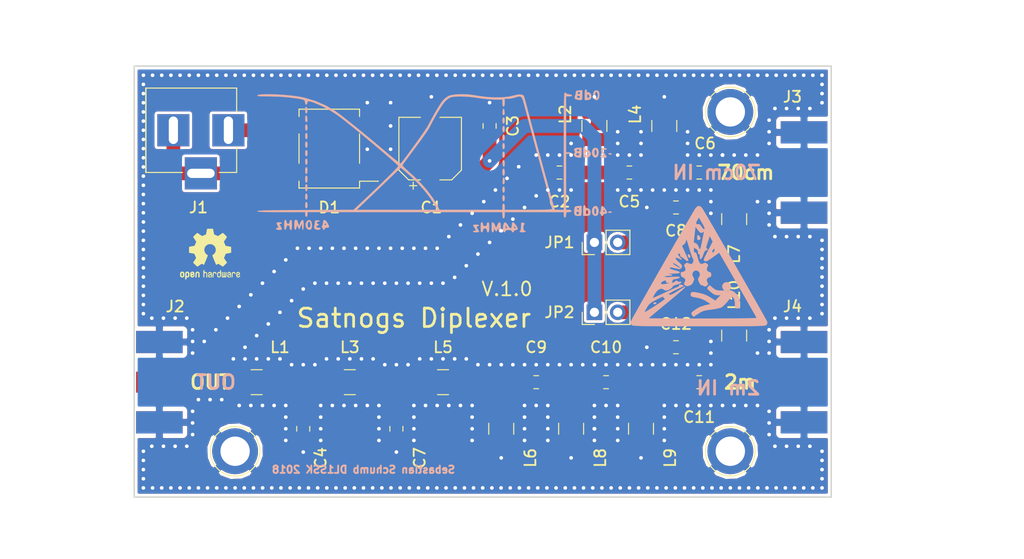
<source format=kicad_pcb>
(kicad_pcb (version 20171130) (host pcbnew "(6.0.0-rc1-dev)")

  (general
    (thickness 1.6)
    (drawings 30)
    (tracks 532)
    (zones 0)
    (modules 35)
    (nets 17)
  )

  (page A4)
  (layers
    (0 F.Cu signal)
    (31 B.Cu signal)
    (32 B.Adhes user)
    (33 F.Adhes user)
    (34 B.Paste user)
    (35 F.Paste user)
    (36 B.SilkS user)
    (37 F.SilkS user)
    (38 B.Mask user)
    (39 F.Mask user)
    (40 Dwgs.User user)
    (41 Cmts.User user)
    (42 Eco1.User user)
    (43 Eco2.User user)
    (44 Edge.Cuts user)
    (45 Margin user)
    (46 B.CrtYd user)
    (47 F.CrtYd user)
    (48 B.Fab user)
    (49 F.Fab user)
  )

  (setup
    (last_trace_width 1.5)
    (user_trace_width 1)
    (user_trace_width 1.25)
    (user_trace_width 1.5)
    (trace_clearance 0.3)
    (zone_clearance 0.3)
    (zone_45_only no)
    (trace_min 0.2)
    (segment_width 0.2)
    (edge_width 0.15)
    (via_size 0.8)
    (via_drill 0.4)
    (via_min_size 0.4)
    (via_min_drill 0.3)
    (uvia_size 0.3)
    (uvia_drill 0.1)
    (uvias_allowed no)
    (uvia_min_size 0.2)
    (uvia_min_drill 0.1)
    (pcb_text_width 0.3)
    (pcb_text_size 1.5 1.5)
    (mod_edge_width 0.15)
    (mod_text_size 1.2 1.2)
    (mod_text_width 0.2)
    (pad_size 5 5)
    (pad_drill 3.2)
    (pad_to_mask_clearance 0.2)
    (aux_axis_origin 120 43)
    (visible_elements FFFFFF7F)
    (pcbplotparams
      (layerselection 0x010f8_ffffffff)
      (usegerberextensions true)
      (usegerberattributes false)
      (usegerberadvancedattributes false)
      (creategerberjobfile false)
      (excludeedgelayer true)
      (linewidth 0.100000)
      (plotframeref false)
      (viasonmask false)
      (mode 1)
      (useauxorigin true)
      (hpglpennumber 1)
      (hpglpenspeed 20)
      (hpglpendiameter 15.000000)
      (psnegative false)
      (psa4output false)
      (plotreference true)
      (plotvalue true)
      (plotinvisibletext false)
      (padsonsilk false)
      (subtractmaskfromsilk true)
      (outputformat 1)
      (mirror false)
      (drillshape 0)
      (scaleselection 1)
      (outputdirectory "gerber/"))
  )

  (net 0 "")
  (net 1 VCC)
  (net 2 GND)
  (net 3 "Net-(C2-Pad2)")
  (net 4 "Net-(C2-Pad1)")
  (net 5 "Net-(C4-Pad1)")
  (net 6 "Net-(C5-Pad1)")
  (net 7 "Net-(C6-Pad1)")
  (net 8 "Net-(C7-Pad1)")
  (net 9 "Net-(C10-Pad2)")
  (net 10 "Net-(C9-Pad2)")
  (net 11 "Net-(C10-Pad1)")
  (net 12 "Net-(C11-Pad1)")
  (net 13 "Net-(D1-Pad3)")
  (net 14 "Net-(D1-Pad4)")
  (net 15 "Net-(C8-Pad1)")
  (net 16 "Net-(C12-Pad1)")

  (net_class Default "This is the default net class."
    (clearance 0.3)
    (trace_width 1.5)
    (via_dia 0.8)
    (via_drill 0.4)
    (uvia_dia 0.3)
    (uvia_drill 0.1)
    (add_net GND)
    (add_net "Net-(C10-Pad1)")
    (add_net "Net-(C10-Pad2)")
    (add_net "Net-(C11-Pad1)")
    (add_net "Net-(C12-Pad1)")
    (add_net "Net-(C2-Pad1)")
    (add_net "Net-(C2-Pad2)")
    (add_net "Net-(C4-Pad1)")
    (add_net "Net-(C5-Pad1)")
    (add_net "Net-(C6-Pad1)")
    (add_net "Net-(C7-Pad1)")
    (add_net "Net-(C8-Pad1)")
    (add_net "Net-(C9-Pad2)")
    (add_net "Net-(D1-Pad3)")
    (add_net "Net-(D1-Pad4)")
    (add_net VCC)
  )

  (module TestPoint:TestPoint_Loop_D3.80mm_Drill2.8mm (layer F.Cu) (tedit 5B6DF693) (tstamp 5B6E0815)
    (at 131 85)
    (descr "wire loop as test point, loop diameter 3.8mm, hole diameter 2.8mm")
    (tags "test point wire loop bead")
    (fp_text reference REF** (at 0.5 3.5) (layer F.SilkS) hide
      (effects (font (size 1 1) (thickness 0.15)))
    )
    (fp_text value TestPoint_Loop_D3.80mm_Drill2.8mm (at 0 -3.5) (layer F.Fab)
      (effects (font (size 1 1) (thickness 0.15)))
    )
    (fp_line (start -1.9 -0.3) (end -1.9 0.3) (layer F.Fab) (width 0.12))
    (fp_line (start -1.9 0.3) (end 1.9 0.3) (layer F.Fab) (width 0.12))
    (fp_line (start 1.9 0.3) (end 1.9 -0.3) (layer F.Fab) (width 0.12))
    (fp_line (start 1.9 -0.3) (end -1.9 -0.3) (layer F.Fab) (width 0.12))
    (fp_circle (center 0 0) (end 2.9 0) (layer F.CrtYd) (width 0.05))
    (fp_circle (center 0 0) (end 2.7 0) (layer F.SilkS) (width 0.12))
    (fp_text user %R (at 0.5 3.5) (layer F.Fab)
      (effects (font (size 1 1) (thickness 0.15)))
    )
    (pad 1 thru_hole circle (at 0 0) (size 5 5) (drill 3.2) (layers *.Cu *.Mask)
      (net 2 GND))
  )

  (module TestPoint:TestPoint_Loop_D3.80mm_Drill2.8mm (layer F.Cu) (tedit 5B6DF6AB) (tstamp 5B6E07C2)
    (at 185 48)
    (descr "wire loop as test point, loop diameter 3.8mm, hole diameter 2.8mm")
    (tags "test point wire loop bead")
    (fp_text reference REF** (at 0.5 3.5) (layer F.SilkS) hide
      (effects (font (size 1 1) (thickness 0.15)))
    )
    (fp_text value TestPoint_Loop_D3.80mm_Drill2.8mm (at 0 -3.5) (layer F.Fab)
      (effects (font (size 1 1) (thickness 0.15)))
    )
    (fp_line (start -1.9 -0.3) (end -1.9 0.3) (layer F.Fab) (width 0.12))
    (fp_line (start -1.9 0.3) (end 1.9 0.3) (layer F.Fab) (width 0.12))
    (fp_line (start 1.9 0.3) (end 1.9 -0.3) (layer F.Fab) (width 0.12))
    (fp_line (start 1.9 -0.3) (end -1.9 -0.3) (layer F.Fab) (width 0.12))
    (fp_circle (center 0 0) (end 2.9 0) (layer F.CrtYd) (width 0.05))
    (fp_circle (center 0 0) (end 2.7 0) (layer F.SilkS) (width 0.12))
    (fp_text user %R (at 0.5 3.5) (layer F.Fab)
      (effects (font (size 1 1) (thickness 0.15)))
    )
    (pad 1 thru_hole circle (at 0 0) (size 5 5) (drill 3.2) (layers *.Cu *.Mask)
      (net 2 GND))
  )

  (module Capacitor_SMD:CP_Elec_6.3x5.3 (layer F.Cu) (tedit 5B3026A2) (tstamp 5B7E7287)
    (at 152.27 52 90)
    (descr "SMT capacitor, aluminium electrolytic, 6.3x5.3, Cornell Dubilier Electronics ")
    (tags "Capacitor Electrolytic")
    (path /5B5CF05F)
    (attr smd)
    (fp_text reference C1 (at -6.42 0.13 180) (layer F.SilkS)
      (effects (font (size 1.2 1.2) (thickness 0.2)))
    )
    (fp_text value 47uF (at 0 4.35 90) (layer F.Fab)
      (effects (font (size 1 1) (thickness 0.15)))
    )
    (fp_circle (center 0 0) (end 3.15 0) (layer F.Fab) (width 0.1))
    (fp_line (start 3.3 -3.3) (end 3.3 3.3) (layer F.Fab) (width 0.1))
    (fp_line (start -2.3 -3.3) (end 3.3 -3.3) (layer F.Fab) (width 0.1))
    (fp_line (start -2.3 3.3) (end 3.3 3.3) (layer F.Fab) (width 0.1))
    (fp_line (start -3.3 -2.3) (end -3.3 2.3) (layer F.Fab) (width 0.1))
    (fp_line (start -3.3 -2.3) (end -2.3 -3.3) (layer F.Fab) (width 0.1))
    (fp_line (start -3.3 2.3) (end -2.3 3.3) (layer F.Fab) (width 0.1))
    (fp_line (start -2.704838 -1.33) (end -2.074838 -1.33) (layer F.Fab) (width 0.1))
    (fp_line (start -2.389838 -1.645) (end -2.389838 -1.015) (layer F.Fab) (width 0.1))
    (fp_line (start 3.41 3.41) (end 3.41 1.06) (layer F.SilkS) (width 0.12))
    (fp_line (start 3.41 -3.41) (end 3.41 -1.06) (layer F.SilkS) (width 0.12))
    (fp_line (start -2.345563 -3.41) (end 3.41 -3.41) (layer F.SilkS) (width 0.12))
    (fp_line (start -2.345563 3.41) (end 3.41 3.41) (layer F.SilkS) (width 0.12))
    (fp_line (start -3.41 2.345563) (end -3.41 1.06) (layer F.SilkS) (width 0.12))
    (fp_line (start -3.41 -2.345563) (end -3.41 -1.06) (layer F.SilkS) (width 0.12))
    (fp_line (start -3.41 -2.345563) (end -2.345563 -3.41) (layer F.SilkS) (width 0.12))
    (fp_line (start -3.41 2.345563) (end -2.345563 3.41) (layer F.SilkS) (width 0.12))
    (fp_line (start -4.4375 -1.8475) (end -3.65 -1.8475) (layer F.SilkS) (width 0.12))
    (fp_line (start -4.04375 -2.24125) (end -4.04375 -1.45375) (layer F.SilkS) (width 0.12))
    (fp_line (start 3.55 -3.55) (end 3.55 -1.05) (layer F.CrtYd) (width 0.05))
    (fp_line (start 3.55 -1.05) (end 4.8 -1.05) (layer F.CrtYd) (width 0.05))
    (fp_line (start 4.8 -1.05) (end 4.8 1.05) (layer F.CrtYd) (width 0.05))
    (fp_line (start 4.8 1.05) (end 3.55 1.05) (layer F.CrtYd) (width 0.05))
    (fp_line (start 3.55 1.05) (end 3.55 3.55) (layer F.CrtYd) (width 0.05))
    (fp_line (start -2.4 3.55) (end 3.55 3.55) (layer F.CrtYd) (width 0.05))
    (fp_line (start -2.4 -3.55) (end 3.55 -3.55) (layer F.CrtYd) (width 0.05))
    (fp_line (start -3.55 2.4) (end -2.4 3.55) (layer F.CrtYd) (width 0.05))
    (fp_line (start -3.55 -2.4) (end -2.4 -3.55) (layer F.CrtYd) (width 0.05))
    (fp_line (start -3.55 -2.4) (end -3.55 -1.05) (layer F.CrtYd) (width 0.05))
    (fp_line (start -3.55 1.05) (end -3.55 2.4) (layer F.CrtYd) (width 0.05))
    (fp_line (start -3.55 -1.05) (end -4.8 -1.05) (layer F.CrtYd) (width 0.05))
    (fp_line (start -4.8 -1.05) (end -4.8 1.05) (layer F.CrtYd) (width 0.05))
    (fp_line (start -4.8 1.05) (end -3.55 1.05) (layer F.CrtYd) (width 0.05))
    (fp_text user %R (at 0 0 90) (layer F.Fab)
      (effects (font (size 1 1) (thickness 0.15)))
    )
    (pad 1 smd rect (at -2.8 0 90) (size 3.5 1.6) (layers F.Cu F.Paste F.Mask)
      (net 1 VCC))
    (pad 2 smd rect (at 2.8 0 90) (size 3.5 1.6) (layers F.Cu F.Paste F.Mask)
      (net 2 GND))
    (model ${KISYS3DMOD}/Capacitor_SMD.3dshapes/CP_Elec_6.3x5.3.wrl
      (at (xyz 0 0 0))
      (scale (xyz 1 1 1))
      (rotate (xyz 0 0 0))
    )
  )

  (module Capacitor_SMD:C_0805_2012Metric_Pad1.15x1.40mm_HandSolder (layer F.Cu) (tedit 5B36C52B) (tstamp 5B7E7277)
    (at 166.37 54.61 180)
    (descr "Capacitor SMD 0805 (2012 Metric), square (rectangular) end terminal, IPC_7351 nominal with elongated pad for handsoldering. (Body size source: https://docs.google.com/spreadsheets/d/1BsfQQcO9C6DZCsRaXUlFlo91Tg2WpOkGARC1WS5S8t0/edit?usp=sharing), generated with kicad-footprint-generator")
    (tags "capacitor handsolder")
    (path /5B5A10F8)
    (attr smd)
    (fp_text reference C2 (at 0 -3.175 180) (layer F.SilkS)
      (effects (font (size 1.2 1.2) (thickness 0.2)))
    )
    (fp_text value 4.7pF (at 0 1.65 180) (layer F.Fab)
      (effects (font (size 1 1) (thickness 0.15)))
    )
    (fp_line (start -1 0.6) (end -1 -0.6) (layer F.Fab) (width 0.1))
    (fp_line (start -1 -0.6) (end 1 -0.6) (layer F.Fab) (width 0.1))
    (fp_line (start 1 -0.6) (end 1 0.6) (layer F.Fab) (width 0.1))
    (fp_line (start 1 0.6) (end -1 0.6) (layer F.Fab) (width 0.1))
    (fp_line (start -0.261252 -0.71) (end 0.261252 -0.71) (layer F.SilkS) (width 0.12))
    (fp_line (start -0.261252 0.71) (end 0.261252 0.71) (layer F.SilkS) (width 0.12))
    (fp_line (start -1.85 0.95) (end -1.85 -0.95) (layer F.CrtYd) (width 0.05))
    (fp_line (start -1.85 -0.95) (end 1.85 -0.95) (layer F.CrtYd) (width 0.05))
    (fp_line (start 1.85 -0.95) (end 1.85 0.95) (layer F.CrtYd) (width 0.05))
    (fp_line (start 1.85 0.95) (end -1.85 0.95) (layer F.CrtYd) (width 0.05))
    (fp_text user %R (at 0 0 180) (layer F.Fab)
      (effects (font (size 0.5 0.5) (thickness 0.08)))
    )
    (pad 1 smd roundrect (at -1.025 0 180) (size 1.15 1.4) (layers F.Cu F.Paste F.Mask) (roundrect_rratio 0.217391)
      (net 4 "Net-(C2-Pad1)"))
    (pad 2 smd roundrect (at 1.025 0 180) (size 1.15 1.4) (layers F.Cu F.Paste F.Mask) (roundrect_rratio 0.217391)
      (net 3 "Net-(C2-Pad2)"))
    (model ${KISYS3DMOD}/Capacitor_SMD.3dshapes/C_0805_2012Metric.wrl
      (at (xyz 0 0 0))
      (scale (xyz 1 1 1))
      (rotate (xyz 0 0 0))
    )
  )

  (module Capacitor_SMD:C_0805_2012Metric_Pad1.15x1.40mm_HandSolder (layer F.Cu) (tedit 5B36C52B) (tstamp 5B7E7267)
    (at 158.75 49.53 90)
    (descr "Capacitor SMD 0805 (2012 Metric), square (rectangular) end terminal, IPC_7351 nominal with elongated pad for handsoldering. (Body size source: https://docs.google.com/spreadsheets/d/1BsfQQcO9C6DZCsRaXUlFlo91Tg2WpOkGARC1WS5S8t0/edit?usp=sharing), generated with kicad-footprint-generator")
    (tags "capacitor handsolder")
    (path /5B5BBC94)
    (attr smd)
    (fp_text reference C3 (at 0 2.54 90) (layer F.SilkS)
      (effects (font (size 1.2 1.2) (thickness 0.2)))
    )
    (fp_text value 100nF (at 0 1.65 90) (layer F.Fab)
      (effects (font (size 1 1) (thickness 0.15)))
    )
    (fp_text user %R (at 0 0 90) (layer F.Fab)
      (effects (font (size 0.5 0.5) (thickness 0.08)))
    )
    (fp_line (start 1.85 0.95) (end -1.85 0.95) (layer F.CrtYd) (width 0.05))
    (fp_line (start 1.85 -0.95) (end 1.85 0.95) (layer F.CrtYd) (width 0.05))
    (fp_line (start -1.85 -0.95) (end 1.85 -0.95) (layer F.CrtYd) (width 0.05))
    (fp_line (start -1.85 0.95) (end -1.85 -0.95) (layer F.CrtYd) (width 0.05))
    (fp_line (start -0.261252 0.71) (end 0.261252 0.71) (layer F.SilkS) (width 0.12))
    (fp_line (start -0.261252 -0.71) (end 0.261252 -0.71) (layer F.SilkS) (width 0.12))
    (fp_line (start 1 0.6) (end -1 0.6) (layer F.Fab) (width 0.1))
    (fp_line (start 1 -0.6) (end 1 0.6) (layer F.Fab) (width 0.1))
    (fp_line (start -1 -0.6) (end 1 -0.6) (layer F.Fab) (width 0.1))
    (fp_line (start -1 0.6) (end -1 -0.6) (layer F.Fab) (width 0.1))
    (pad 2 smd roundrect (at 1.025 0 90) (size 1.15 1.4) (layers F.Cu F.Paste F.Mask) (roundrect_rratio 0.217391)
      (net 2 GND))
    (pad 1 smd roundrect (at -1.025 0 90) (size 1.15 1.4) (layers F.Cu F.Paste F.Mask) (roundrect_rratio 0.217391)
      (net 1 VCC))
    (model ${KISYS3DMOD}/Capacitor_SMD.3dshapes/C_0805_2012Metric.wrl
      (at (xyz 0 0 0))
      (scale (xyz 1 1 1))
      (rotate (xyz 0 0 0))
    )
  )

  (module Capacitor_SMD:C_0805_2012Metric_Pad1.15x1.40mm_HandSolder (layer F.Cu) (tedit 5B36C52B) (tstamp 5B7E7257)
    (at 138.43 82.55 270)
    (descr "Capacitor SMD 0805 (2012 Metric), square (rectangular) end terminal, IPC_7351 nominal with elongated pad for handsoldering. (Body size source: https://docs.google.com/spreadsheets/d/1BsfQQcO9C6DZCsRaXUlFlo91Tg2WpOkGARC1WS5S8t0/edit?usp=sharing), generated with kicad-footprint-generator")
    (tags "capacitor handsolder")
    (path /5B5A2064)
    (attr smd)
    (fp_text reference C4 (at 3.175 -1.905 270) (layer F.SilkS)
      (effects (font (size 1.2 1.2) (thickness 0.2)))
    )
    (fp_text value 18pF (at 0 1.65 270) (layer F.Fab)
      (effects (font (size 1 1) (thickness 0.15)))
    )
    (fp_line (start -1 0.6) (end -1 -0.6) (layer F.Fab) (width 0.1))
    (fp_line (start -1 -0.6) (end 1 -0.6) (layer F.Fab) (width 0.1))
    (fp_line (start 1 -0.6) (end 1 0.6) (layer F.Fab) (width 0.1))
    (fp_line (start 1 0.6) (end -1 0.6) (layer F.Fab) (width 0.1))
    (fp_line (start -0.261252 -0.71) (end 0.261252 -0.71) (layer F.SilkS) (width 0.12))
    (fp_line (start -0.261252 0.71) (end 0.261252 0.71) (layer F.SilkS) (width 0.12))
    (fp_line (start -1.85 0.95) (end -1.85 -0.95) (layer F.CrtYd) (width 0.05))
    (fp_line (start -1.85 -0.95) (end 1.85 -0.95) (layer F.CrtYd) (width 0.05))
    (fp_line (start 1.85 -0.95) (end 1.85 0.95) (layer F.CrtYd) (width 0.05))
    (fp_line (start 1.85 0.95) (end -1.85 0.95) (layer F.CrtYd) (width 0.05))
    (fp_text user %R (at 0 0 270) (layer F.Fab)
      (effects (font (size 0.5 0.5) (thickness 0.08)))
    )
    (pad 1 smd roundrect (at -1.025 0 270) (size 1.15 1.4) (layers F.Cu F.Paste F.Mask) (roundrect_rratio 0.217391)
      (net 5 "Net-(C4-Pad1)"))
    (pad 2 smd roundrect (at 1.025 0 270) (size 1.15 1.4) (layers F.Cu F.Paste F.Mask) (roundrect_rratio 0.217391)
      (net 2 GND))
    (model ${KISYS3DMOD}/Capacitor_SMD.3dshapes/C_0805_2012Metric.wrl
      (at (xyz 0 0 0))
      (scale (xyz 1 1 1))
      (rotate (xyz 0 0 0))
    )
  )

  (module Capacitor_SMD:C_0805_2012Metric_Pad1.15x1.40mm_HandSolder (layer F.Cu) (tedit 5B36C52B) (tstamp 5B7E7247)
    (at 173.99 54.61 180)
    (descr "Capacitor SMD 0805 (2012 Metric), square (rectangular) end terminal, IPC_7351 nominal with elongated pad for handsoldering. (Body size source: https://docs.google.com/spreadsheets/d/1BsfQQcO9C6DZCsRaXUlFlo91Tg2WpOkGARC1WS5S8t0/edit?usp=sharing), generated with kicad-footprint-generator")
    (tags "capacitor handsolder")
    (path /5B5A115F)
    (attr smd)
    (fp_text reference C5 (at 0 -3.175 180) (layer F.SilkS)
      (effects (font (size 1.2 1.2) (thickness 0.2)))
    )
    (fp_text value 2.7pF (at 0 1.65 180) (layer F.Fab)
      (effects (font (size 1 1) (thickness 0.15)))
    )
    (fp_text user %R (at 0 0 180) (layer F.Fab)
      (effects (font (size 0.5 0.5) (thickness 0.08)))
    )
    (fp_line (start 1.85 0.95) (end -1.85 0.95) (layer F.CrtYd) (width 0.05))
    (fp_line (start 1.85 -0.95) (end 1.85 0.95) (layer F.CrtYd) (width 0.05))
    (fp_line (start -1.85 -0.95) (end 1.85 -0.95) (layer F.CrtYd) (width 0.05))
    (fp_line (start -1.85 0.95) (end -1.85 -0.95) (layer F.CrtYd) (width 0.05))
    (fp_line (start -0.261252 0.71) (end 0.261252 0.71) (layer F.SilkS) (width 0.12))
    (fp_line (start -0.261252 -0.71) (end 0.261252 -0.71) (layer F.SilkS) (width 0.12))
    (fp_line (start 1 0.6) (end -1 0.6) (layer F.Fab) (width 0.1))
    (fp_line (start 1 -0.6) (end 1 0.6) (layer F.Fab) (width 0.1))
    (fp_line (start -1 -0.6) (end 1 -0.6) (layer F.Fab) (width 0.1))
    (fp_line (start -1 0.6) (end -1 -0.6) (layer F.Fab) (width 0.1))
    (pad 2 smd roundrect (at 1.025 0 180) (size 1.15 1.4) (layers F.Cu F.Paste F.Mask) (roundrect_rratio 0.217391)
      (net 4 "Net-(C2-Pad1)"))
    (pad 1 smd roundrect (at -1.025 0 180) (size 1.15 1.4) (layers F.Cu F.Paste F.Mask) (roundrect_rratio 0.217391)
      (net 6 "Net-(C5-Pad1)"))
    (model ${KISYS3DMOD}/Capacitor_SMD.3dshapes/C_0805_2012Metric.wrl
      (at (xyz 0 0 0))
      (scale (xyz 1 1 1))
      (rotate (xyz 0 0 0))
    )
  )

  (module Capacitor_SMD:C_0805_2012Metric_Pad1.15x1.40mm_HandSolder (layer F.Cu) (tedit 5B36C52B) (tstamp 5B7E7237)
    (at 181.61 54.61 180)
    (descr "Capacitor SMD 0805 (2012 Metric), square (rectangular) end terminal, IPC_7351 nominal with elongated pad for handsoldering. (Body size source: https://docs.google.com/spreadsheets/d/1BsfQQcO9C6DZCsRaXUlFlo91Tg2WpOkGARC1WS5S8t0/edit?usp=sharing), generated with kicad-footprint-generator")
    (tags "capacitor handsolder")
    (path /5B5A11B7)
    (attr smd)
    (fp_text reference C6 (at -0.635 3.175 180) (layer F.SilkS)
      (effects (font (size 1.2 1.2) (thickness 0.2)))
    )
    (fp_text value 4.7pF (at 0 1.65 180) (layer F.Fab)
      (effects (font (size 1 1) (thickness 0.15)))
    )
    (fp_line (start -1 0.6) (end -1 -0.6) (layer F.Fab) (width 0.1))
    (fp_line (start -1 -0.6) (end 1 -0.6) (layer F.Fab) (width 0.1))
    (fp_line (start 1 -0.6) (end 1 0.6) (layer F.Fab) (width 0.1))
    (fp_line (start 1 0.6) (end -1 0.6) (layer F.Fab) (width 0.1))
    (fp_line (start -0.261252 -0.71) (end 0.261252 -0.71) (layer F.SilkS) (width 0.12))
    (fp_line (start -0.261252 0.71) (end 0.261252 0.71) (layer F.SilkS) (width 0.12))
    (fp_line (start -1.85 0.95) (end -1.85 -0.95) (layer F.CrtYd) (width 0.05))
    (fp_line (start -1.85 -0.95) (end 1.85 -0.95) (layer F.CrtYd) (width 0.05))
    (fp_line (start 1.85 -0.95) (end 1.85 0.95) (layer F.CrtYd) (width 0.05))
    (fp_line (start 1.85 0.95) (end -1.85 0.95) (layer F.CrtYd) (width 0.05))
    (fp_text user %R (at 0 0 180) (layer F.Fab)
      (effects (font (size 0.5 0.5) (thickness 0.08)))
    )
    (pad 1 smd roundrect (at -1.025 0 180) (size 1.15 1.4) (layers F.Cu F.Paste F.Mask) (roundrect_rratio 0.217391)
      (net 7 "Net-(C6-Pad1)"))
    (pad 2 smd roundrect (at 1.025 0 180) (size 1.15 1.4) (layers F.Cu F.Paste F.Mask) (roundrect_rratio 0.217391)
      (net 6 "Net-(C5-Pad1)"))
    (model ${KISYS3DMOD}/Capacitor_SMD.3dshapes/C_0805_2012Metric.wrl
      (at (xyz 0 0 0))
      (scale (xyz 1 1 1))
      (rotate (xyz 0 0 0))
    )
  )

  (module Capacitor_SMD:C_0805_2012Metric_Pad1.15x1.40mm_HandSolder (layer F.Cu) (tedit 5B36C52B) (tstamp 5B7E7227)
    (at 148.59 82.55 270)
    (descr "Capacitor SMD 0805 (2012 Metric), square (rectangular) end terminal, IPC_7351 nominal with elongated pad for handsoldering. (Body size source: https://docs.google.com/spreadsheets/d/1BsfQQcO9C6DZCsRaXUlFlo91Tg2WpOkGARC1WS5S8t0/edit?usp=sharing), generated with kicad-footprint-generator")
    (tags "capacitor handsolder")
    (path /5B5A20F9)
    (attr smd)
    (fp_text reference C7 (at 3.175 -2.54 270) (layer F.SilkS)
      (effects (font (size 1.2 1.2) (thickness 0.2)))
    )
    (fp_text value 18pF (at 0 1.65 270) (layer F.Fab)
      (effects (font (size 1 1) (thickness 0.15)))
    )
    (fp_text user %R (at 0 0 270) (layer F.Fab)
      (effects (font (size 0.5 0.5) (thickness 0.08)))
    )
    (fp_line (start 1.85 0.95) (end -1.85 0.95) (layer F.CrtYd) (width 0.05))
    (fp_line (start 1.85 -0.95) (end 1.85 0.95) (layer F.CrtYd) (width 0.05))
    (fp_line (start -1.85 -0.95) (end 1.85 -0.95) (layer F.CrtYd) (width 0.05))
    (fp_line (start -1.85 0.95) (end -1.85 -0.95) (layer F.CrtYd) (width 0.05))
    (fp_line (start -0.261252 0.71) (end 0.261252 0.71) (layer F.SilkS) (width 0.12))
    (fp_line (start -0.261252 -0.71) (end 0.261252 -0.71) (layer F.SilkS) (width 0.12))
    (fp_line (start 1 0.6) (end -1 0.6) (layer F.Fab) (width 0.1))
    (fp_line (start 1 -0.6) (end 1 0.6) (layer F.Fab) (width 0.1))
    (fp_line (start -1 -0.6) (end 1 -0.6) (layer F.Fab) (width 0.1))
    (fp_line (start -1 0.6) (end -1 -0.6) (layer F.Fab) (width 0.1))
    (pad 2 smd roundrect (at 1.025 0 270) (size 1.15 1.4) (layers F.Cu F.Paste F.Mask) (roundrect_rratio 0.217391)
      (net 2 GND))
    (pad 1 smd roundrect (at -1.025 0 270) (size 1.15 1.4) (layers F.Cu F.Paste F.Mask) (roundrect_rratio 0.217391)
      (net 8 "Net-(C7-Pad1)"))
    (model ${KISYS3DMOD}/Capacitor_SMD.3dshapes/C_0805_2012Metric.wrl
      (at (xyz 0 0 0))
      (scale (xyz 1 1 1))
      (rotate (xyz 0 0 0))
    )
  )

  (module Capacitor_SMD:C_0805_2012Metric_Pad1.15x1.40mm_HandSolder (layer F.Cu) (tedit 5B36C52B) (tstamp 5B7E7217)
    (at 179.07 58.42 180)
    (descr "Capacitor SMD 0805 (2012 Metric), square (rectangular) end terminal, IPC_7351 nominal with elongated pad for handsoldering. (Body size source: https://docs.google.com/spreadsheets/d/1BsfQQcO9C6DZCsRaXUlFlo91Tg2WpOkGARC1WS5S8t0/edit?usp=sharing), generated with kicad-footprint-generator")
    (tags "capacitor handsolder")
    (path /5B5AB8F2)
    (attr smd)
    (fp_text reference C8 (at 0 -2.54 180) (layer F.SilkS)
      (effects (font (size 1.2 1.2) (thickness 0.2)))
    )
    (fp_text value 10nF (at 0 1.65 180) (layer F.Fab)
      (effects (font (size 1 1) (thickness 0.15)))
    )
    (fp_line (start -1 0.6) (end -1 -0.6) (layer F.Fab) (width 0.1))
    (fp_line (start -1 -0.6) (end 1 -0.6) (layer F.Fab) (width 0.1))
    (fp_line (start 1 -0.6) (end 1 0.6) (layer F.Fab) (width 0.1))
    (fp_line (start 1 0.6) (end -1 0.6) (layer F.Fab) (width 0.1))
    (fp_line (start -0.261252 -0.71) (end 0.261252 -0.71) (layer F.SilkS) (width 0.12))
    (fp_line (start -0.261252 0.71) (end 0.261252 0.71) (layer F.SilkS) (width 0.12))
    (fp_line (start -1.85 0.95) (end -1.85 -0.95) (layer F.CrtYd) (width 0.05))
    (fp_line (start -1.85 -0.95) (end 1.85 -0.95) (layer F.CrtYd) (width 0.05))
    (fp_line (start 1.85 -0.95) (end 1.85 0.95) (layer F.CrtYd) (width 0.05))
    (fp_line (start 1.85 0.95) (end -1.85 0.95) (layer F.CrtYd) (width 0.05))
    (fp_text user %R (at 0 0 180) (layer F.Fab)
      (effects (font (size 0.5 0.5) (thickness 0.08)))
    )
    (pad 1 smd roundrect (at -1.025 0 180) (size 1.15 1.4) (layers F.Cu F.Paste F.Mask) (roundrect_rratio 0.217391)
      (net 15 "Net-(C8-Pad1)"))
    (pad 2 smd roundrect (at 1.025 0 180) (size 1.15 1.4) (layers F.Cu F.Paste F.Mask) (roundrect_rratio 0.217391)
      (net 2 GND))
    (model ${KISYS3DMOD}/Capacitor_SMD.3dshapes/C_0805_2012Metric.wrl
      (at (xyz 0 0 0))
      (scale (xyz 1 1 1))
      (rotate (xyz 0 0 0))
    )
  )

  (module Capacitor_SMD:C_0805_2012Metric_Pad1.15x1.40mm_HandSolder (layer F.Cu) (tedit 5B36C52B) (tstamp 5B7E7207)
    (at 163.83 77.47 180)
    (descr "Capacitor SMD 0805 (2012 Metric), square (rectangular) end terminal, IPC_7351 nominal with elongated pad for handsoldering. (Body size source: https://docs.google.com/spreadsheets/d/1BsfQQcO9C6DZCsRaXUlFlo91Tg2WpOkGARC1WS5S8t0/edit?usp=sharing), generated with kicad-footprint-generator")
    (tags "capacitor handsolder")
    (path /5B5A44DC)
    (attr smd)
    (fp_text reference C9 (at 0 3.81 180) (layer F.SilkS)
      (effects (font (size 1.2 1.2) (thickness 0.2)))
    )
    (fp_text value 27pF (at 0 1.65 180) (layer F.Fab)
      (effects (font (size 1 1) (thickness 0.15)))
    )
    (fp_text user %R (at 0 0 180) (layer F.Fab)
      (effects (font (size 0.5 0.5) (thickness 0.08)))
    )
    (fp_line (start 1.85 0.95) (end -1.85 0.95) (layer F.CrtYd) (width 0.05))
    (fp_line (start 1.85 -0.95) (end 1.85 0.95) (layer F.CrtYd) (width 0.05))
    (fp_line (start -1.85 -0.95) (end 1.85 -0.95) (layer F.CrtYd) (width 0.05))
    (fp_line (start -1.85 0.95) (end -1.85 -0.95) (layer F.CrtYd) (width 0.05))
    (fp_line (start -0.261252 0.71) (end 0.261252 0.71) (layer F.SilkS) (width 0.12))
    (fp_line (start -0.261252 -0.71) (end 0.261252 -0.71) (layer F.SilkS) (width 0.12))
    (fp_line (start 1 0.6) (end -1 0.6) (layer F.Fab) (width 0.1))
    (fp_line (start 1 -0.6) (end 1 0.6) (layer F.Fab) (width 0.1))
    (fp_line (start -1 -0.6) (end 1 -0.6) (layer F.Fab) (width 0.1))
    (fp_line (start -1 0.6) (end -1 -0.6) (layer F.Fab) (width 0.1))
    (pad 2 smd roundrect (at 1.025 0 180) (size 1.15 1.4) (layers F.Cu F.Paste F.Mask) (roundrect_rratio 0.217391)
      (net 10 "Net-(C9-Pad2)"))
    (pad 1 smd roundrect (at -1.025 0 180) (size 1.15 1.4) (layers F.Cu F.Paste F.Mask) (roundrect_rratio 0.217391)
      (net 9 "Net-(C10-Pad2)"))
    (model ${KISYS3DMOD}/Capacitor_SMD.3dshapes/C_0805_2012Metric.wrl
      (at (xyz 0 0 0))
      (scale (xyz 1 1 1))
      (rotate (xyz 0 0 0))
    )
  )

  (module Capacitor_SMD:C_0805_2012Metric_Pad1.15x1.40mm_HandSolder (layer F.Cu) (tedit 5B36C52B) (tstamp 5B7E71F7)
    (at 171.45 77.47 180)
    (descr "Capacitor SMD 0805 (2012 Metric), square (rectangular) end terminal, IPC_7351 nominal with elongated pad for handsoldering. (Body size source: https://docs.google.com/spreadsheets/d/1BsfQQcO9C6DZCsRaXUlFlo91Tg2WpOkGARC1WS5S8t0/edit?usp=sharing), generated with kicad-footprint-generator")
    (tags "capacitor handsolder")
    (path /5B5A44E2)
    (attr smd)
    (fp_text reference C10 (at 0 3.81 180) (layer F.SilkS)
      (effects (font (size 1.2 1.2) (thickness 0.2)))
    )
    (fp_text value 27pF (at 0 1.65 180) (layer F.Fab)
      (effects (font (size 1 1) (thickness 0.15)))
    )
    (fp_line (start -1 0.6) (end -1 -0.6) (layer F.Fab) (width 0.1))
    (fp_line (start -1 -0.6) (end 1 -0.6) (layer F.Fab) (width 0.1))
    (fp_line (start 1 -0.6) (end 1 0.6) (layer F.Fab) (width 0.1))
    (fp_line (start 1 0.6) (end -1 0.6) (layer F.Fab) (width 0.1))
    (fp_line (start -0.261252 -0.71) (end 0.261252 -0.71) (layer F.SilkS) (width 0.12))
    (fp_line (start -0.261252 0.71) (end 0.261252 0.71) (layer F.SilkS) (width 0.12))
    (fp_line (start -1.85 0.95) (end -1.85 -0.95) (layer F.CrtYd) (width 0.05))
    (fp_line (start -1.85 -0.95) (end 1.85 -0.95) (layer F.CrtYd) (width 0.05))
    (fp_line (start 1.85 -0.95) (end 1.85 0.95) (layer F.CrtYd) (width 0.05))
    (fp_line (start 1.85 0.95) (end -1.85 0.95) (layer F.CrtYd) (width 0.05))
    (fp_text user %R (at 0 0 180) (layer F.Fab)
      (effects (font (size 0.5 0.5) (thickness 0.08)))
    )
    (pad 1 smd roundrect (at -1.025 0 180) (size 1.15 1.4) (layers F.Cu F.Paste F.Mask) (roundrect_rratio 0.217391)
      (net 11 "Net-(C10-Pad1)"))
    (pad 2 smd roundrect (at 1.025 0 180) (size 1.15 1.4) (layers F.Cu F.Paste F.Mask) (roundrect_rratio 0.217391)
      (net 9 "Net-(C10-Pad2)"))
    (model ${KISYS3DMOD}/Capacitor_SMD.3dshapes/C_0805_2012Metric.wrl
      (at (xyz 0 0 0))
      (scale (xyz 1 1 1))
      (rotate (xyz 0 0 0))
    )
  )

  (module Capacitor_SMD:C_0805_2012Metric_Pad1.15x1.40mm_HandSolder (layer F.Cu) (tedit 5B36C52B) (tstamp 5B7E71E7)
    (at 181.61 77.47 180)
    (descr "Capacitor SMD 0805 (2012 Metric), square (rectangular) end terminal, IPC_7351 nominal with elongated pad for handsoldering. (Body size source: https://docs.google.com/spreadsheets/d/1BsfQQcO9C6DZCsRaXUlFlo91Tg2WpOkGARC1WS5S8t0/edit?usp=sharing), generated with kicad-footprint-generator")
    (tags "capacitor handsolder")
    (path /5B5B0B59)
    (attr smd)
    (fp_text reference C11 (at 0 -3.81 180) (layer F.SilkS)
      (effects (font (size 1.2 1.2) (thickness 0.2)))
    )
    (fp_text value 1nF (at 0 1.65 180) (layer F.Fab)
      (effects (font (size 1 1) (thickness 0.15)))
    )
    (fp_text user %R (at 0 0 180) (layer F.Fab)
      (effects (font (size 0.5 0.5) (thickness 0.08)))
    )
    (fp_line (start 1.85 0.95) (end -1.85 0.95) (layer F.CrtYd) (width 0.05))
    (fp_line (start 1.85 -0.95) (end 1.85 0.95) (layer F.CrtYd) (width 0.05))
    (fp_line (start -1.85 -0.95) (end 1.85 -0.95) (layer F.CrtYd) (width 0.05))
    (fp_line (start -1.85 0.95) (end -1.85 -0.95) (layer F.CrtYd) (width 0.05))
    (fp_line (start -0.261252 0.71) (end 0.261252 0.71) (layer F.SilkS) (width 0.12))
    (fp_line (start -0.261252 -0.71) (end 0.261252 -0.71) (layer F.SilkS) (width 0.12))
    (fp_line (start 1 0.6) (end -1 0.6) (layer F.Fab) (width 0.1))
    (fp_line (start 1 -0.6) (end 1 0.6) (layer F.Fab) (width 0.1))
    (fp_line (start -1 -0.6) (end 1 -0.6) (layer F.Fab) (width 0.1))
    (fp_line (start -1 0.6) (end -1 -0.6) (layer F.Fab) (width 0.1))
    (pad 2 smd roundrect (at 1.025 0 180) (size 1.15 1.4) (layers F.Cu F.Paste F.Mask) (roundrect_rratio 0.217391)
      (net 11 "Net-(C10-Pad1)"))
    (pad 1 smd roundrect (at -1.025 0 180) (size 1.15 1.4) (layers F.Cu F.Paste F.Mask) (roundrect_rratio 0.217391)
      (net 12 "Net-(C11-Pad1)"))
    (model ${KISYS3DMOD}/Capacitor_SMD.3dshapes/C_0805_2012Metric.wrl
      (at (xyz 0 0 0))
      (scale (xyz 1 1 1))
      (rotate (xyz 0 0 0))
    )
  )

  (module Capacitor_SMD:C_0805_2012Metric_Pad1.15x1.40mm_HandSolder (layer F.Cu) (tedit 5B36C52B) (tstamp 5B7E71D7)
    (at 179.07 73.66 180)
    (descr "Capacitor SMD 0805 (2012 Metric), square (rectangular) end terminal, IPC_7351 nominal with elongated pad for handsoldering. (Body size source: https://docs.google.com/spreadsheets/d/1BsfQQcO9C6DZCsRaXUlFlo91Tg2WpOkGARC1WS5S8t0/edit?usp=sharing), generated with kicad-footprint-generator")
    (tags "capacitor handsolder")
    (path /5B5B0104)
    (attr smd)
    (fp_text reference C12 (at 0 2.54 180) (layer F.SilkS)
      (effects (font (size 1.2 1.2) (thickness 0.2)))
    )
    (fp_text value 10nF (at 0 1.65 180) (layer F.Fab)
      (effects (font (size 1 1) (thickness 0.15)))
    )
    (fp_line (start -1 0.6) (end -1 -0.6) (layer F.Fab) (width 0.1))
    (fp_line (start -1 -0.6) (end 1 -0.6) (layer F.Fab) (width 0.1))
    (fp_line (start 1 -0.6) (end 1 0.6) (layer F.Fab) (width 0.1))
    (fp_line (start 1 0.6) (end -1 0.6) (layer F.Fab) (width 0.1))
    (fp_line (start -0.261252 -0.71) (end 0.261252 -0.71) (layer F.SilkS) (width 0.12))
    (fp_line (start -0.261252 0.71) (end 0.261252 0.71) (layer F.SilkS) (width 0.12))
    (fp_line (start -1.85 0.95) (end -1.85 -0.95) (layer F.CrtYd) (width 0.05))
    (fp_line (start -1.85 -0.95) (end 1.85 -0.95) (layer F.CrtYd) (width 0.05))
    (fp_line (start 1.85 -0.95) (end 1.85 0.95) (layer F.CrtYd) (width 0.05))
    (fp_line (start 1.85 0.95) (end -1.85 0.95) (layer F.CrtYd) (width 0.05))
    (fp_text user %R (at 0 0 180) (layer F.Fab)
      (effects (font (size 0.5 0.5) (thickness 0.08)))
    )
    (pad 1 smd roundrect (at -1.025 0 180) (size 1.15 1.4) (layers F.Cu F.Paste F.Mask) (roundrect_rratio 0.217391)
      (net 16 "Net-(C12-Pad1)"))
    (pad 2 smd roundrect (at 1.025 0 180) (size 1.15 1.4) (layers F.Cu F.Paste F.Mask) (roundrect_rratio 0.217391)
      (net 2 GND))
    (model ${KISYS3DMOD}/Capacitor_SMD.3dshapes/C_0805_2012Metric.wrl
      (at (xyz 0 0 0))
      (scale (xyz 1 1 1))
      (rotate (xyz 0 0 0))
    )
  )

  (module Inductor_SMD:L_1210_3225Metric_Pad1.42x2.65mm_HandSolder (layer F.Cu) (tedit 5B301BBE) (tstamp 5B7E713B)
    (at 133.35 77.47)
    (descr "Capacitor SMD 1210 (3225 Metric), square (rectangular) end terminal, IPC_7351 nominal with elongated pad for handsoldering. (Body size source: http://www.tortai-tech.com/upload/download/2011102023233369053.pdf), generated with kicad-footprint-generator")
    (tags "inductor handsolder")
    (path /5B5A1BEF)
    (attr smd)
    (fp_text reference L1 (at 2.54 -3.81) (layer F.SilkS)
      (effects (font (size 1.2 1.2) (thickness 0.2)))
    )
    (fp_text value 68nH (at 0 2.28) (layer F.Fab)
      (effects (font (size 1 1) (thickness 0.15)))
    )
    (fp_text user %R (at 0 0) (layer F.Fab)
      (effects (font (size 0.8 0.8) (thickness 0.12)))
    )
    (fp_line (start 2.45 1.58) (end -2.45 1.58) (layer F.CrtYd) (width 0.05))
    (fp_line (start 2.45 -1.58) (end 2.45 1.58) (layer F.CrtYd) (width 0.05))
    (fp_line (start -2.45 -1.58) (end 2.45 -1.58) (layer F.CrtYd) (width 0.05))
    (fp_line (start -2.45 1.58) (end -2.45 -1.58) (layer F.CrtYd) (width 0.05))
    (fp_line (start -0.602064 1.36) (end 0.602064 1.36) (layer F.SilkS) (width 0.12))
    (fp_line (start -0.602064 -1.36) (end 0.602064 -1.36) (layer F.SilkS) (width 0.12))
    (fp_line (start 1.6 1.25) (end -1.6 1.25) (layer F.Fab) (width 0.1))
    (fp_line (start 1.6 -1.25) (end 1.6 1.25) (layer F.Fab) (width 0.1))
    (fp_line (start -1.6 -1.25) (end 1.6 -1.25) (layer F.Fab) (width 0.1))
    (fp_line (start -1.6 1.25) (end -1.6 -1.25) (layer F.Fab) (width 0.1))
    (pad 2 smd roundrect (at 1.4875 0) (size 1.425 2.65) (layers F.Cu F.Paste F.Mask) (roundrect_rratio 0.175439)
      (net 5 "Net-(C4-Pad1)"))
    (pad 1 smd roundrect (at -1.4875 0) (size 1.425 2.65) (layers F.Cu F.Paste F.Mask) (roundrect_rratio 0.175439)
      (net 3 "Net-(C2-Pad2)"))
    (model ${KISYS3DMOD}/Inductor_SMD.3dshapes/L_1210_3225Metric.wrl
      (at (xyz 0 0 0))
      (scale (xyz 1 1 1))
      (rotate (xyz 0 0 0))
    )
  )

  (module Inductor_SMD:L_1210_3225Metric_Pad1.42x2.65mm_HandSolder (layer F.Cu) (tedit 5B301BBE) (tstamp 5B7E712B)
    (at 170.18 49.53 90)
    (descr "Capacitor SMD 1210 (3225 Metric), square (rectangular) end terminal, IPC_7351 nominal with elongated pad for handsoldering. (Body size source: http://www.tortai-tech.com/upload/download/2011102023233369053.pdf), generated with kicad-footprint-generator")
    (tags "inductor handsolder")
    (path /5B5A1275)
    (attr smd)
    (fp_text reference L2 (at 1.27 -3.175 90) (layer F.SilkS)
      (effects (font (size 1.2 1.2) (thickness 0.2)))
    )
    (fp_text value 15nH (at 0 2.28 90) (layer F.Fab)
      (effects (font (size 1 1) (thickness 0.15)))
    )
    (fp_line (start -1.6 1.25) (end -1.6 -1.25) (layer F.Fab) (width 0.1))
    (fp_line (start -1.6 -1.25) (end 1.6 -1.25) (layer F.Fab) (width 0.1))
    (fp_line (start 1.6 -1.25) (end 1.6 1.25) (layer F.Fab) (width 0.1))
    (fp_line (start 1.6 1.25) (end -1.6 1.25) (layer F.Fab) (width 0.1))
    (fp_line (start -0.602064 -1.36) (end 0.602064 -1.36) (layer F.SilkS) (width 0.12))
    (fp_line (start -0.602064 1.36) (end 0.602064 1.36) (layer F.SilkS) (width 0.12))
    (fp_line (start -2.45 1.58) (end -2.45 -1.58) (layer F.CrtYd) (width 0.05))
    (fp_line (start -2.45 -1.58) (end 2.45 -1.58) (layer F.CrtYd) (width 0.05))
    (fp_line (start 2.45 -1.58) (end 2.45 1.58) (layer F.CrtYd) (width 0.05))
    (fp_line (start 2.45 1.58) (end -2.45 1.58) (layer F.CrtYd) (width 0.05))
    (fp_text user %R (at 0 0 90) (layer F.Fab)
      (effects (font (size 0.8 0.8) (thickness 0.12)))
    )
    (pad 1 smd roundrect (at -1.4875 0 90) (size 1.425 2.65) (layers F.Cu F.Paste F.Mask) (roundrect_rratio 0.175439)
      (net 4 "Net-(C2-Pad1)"))
    (pad 2 smd roundrect (at 1.4875 0 90) (size 1.425 2.65) (layers F.Cu F.Paste F.Mask) (roundrect_rratio 0.175439)
      (net 2 GND))
    (model ${KISYS3DMOD}/Inductor_SMD.3dshapes/L_1210_3225Metric.wrl
      (at (xyz 0 0 0))
      (scale (xyz 1 1 1))
      (rotate (xyz 0 0 0))
    )
  )

  (module Inductor_SMD:L_1210_3225Metric_Pad1.42x2.65mm_HandSolder (layer F.Cu) (tedit 5B301BBE) (tstamp 5B7E711B)
    (at 143.51 77.47)
    (descr "Capacitor SMD 1210 (3225 Metric), square (rectangular) end terminal, IPC_7351 nominal with elongated pad for handsoldering. (Body size source: http://www.tortai-tech.com/upload/download/2011102023233369053.pdf), generated with kicad-footprint-generator")
    (tags "inductor handsolder")
    (path /5B5A1CD7)
    (attr smd)
    (fp_text reference L3 (at 0 -3.81) (layer F.SilkS)
      (effects (font (size 1.2 1.2) (thickness 0.2)))
    )
    (fp_text value 100nH (at 0 2.28) (layer F.Fab)
      (effects (font (size 1 1) (thickness 0.15)))
    )
    (fp_text user %R (at 0 0) (layer F.Fab)
      (effects (font (size 0.8 0.8) (thickness 0.12)))
    )
    (fp_line (start 2.45 1.58) (end -2.45 1.58) (layer F.CrtYd) (width 0.05))
    (fp_line (start 2.45 -1.58) (end 2.45 1.58) (layer F.CrtYd) (width 0.05))
    (fp_line (start -2.45 -1.58) (end 2.45 -1.58) (layer F.CrtYd) (width 0.05))
    (fp_line (start -2.45 1.58) (end -2.45 -1.58) (layer F.CrtYd) (width 0.05))
    (fp_line (start -0.602064 1.36) (end 0.602064 1.36) (layer F.SilkS) (width 0.12))
    (fp_line (start -0.602064 -1.36) (end 0.602064 -1.36) (layer F.SilkS) (width 0.12))
    (fp_line (start 1.6 1.25) (end -1.6 1.25) (layer F.Fab) (width 0.1))
    (fp_line (start 1.6 -1.25) (end 1.6 1.25) (layer F.Fab) (width 0.1))
    (fp_line (start -1.6 -1.25) (end 1.6 -1.25) (layer F.Fab) (width 0.1))
    (fp_line (start -1.6 1.25) (end -1.6 -1.25) (layer F.Fab) (width 0.1))
    (pad 2 smd roundrect (at 1.4875 0) (size 1.425 2.65) (layers F.Cu F.Paste F.Mask) (roundrect_rratio 0.175439)
      (net 8 "Net-(C7-Pad1)"))
    (pad 1 smd roundrect (at -1.4875 0) (size 1.425 2.65) (layers F.Cu F.Paste F.Mask) (roundrect_rratio 0.175439)
      (net 5 "Net-(C4-Pad1)"))
    (model ${KISYS3DMOD}/Inductor_SMD.3dshapes/L_1210_3225Metric.wrl
      (at (xyz 0 0 0))
      (scale (xyz 1 1 1))
      (rotate (xyz 0 0 0))
    )
  )

  (module Inductor_SMD:L_1210_3225Metric_Pad1.42x2.65mm_HandSolder (layer F.Cu) (tedit 5B301BBE) (tstamp 5B7E710B)
    (at 177.8 49.53 90)
    (descr "Capacitor SMD 1210 (3225 Metric), square (rectangular) end terminal, IPC_7351 nominal with elongated pad for handsoldering. (Body size source: http://www.tortai-tech.com/upload/download/2011102023233369053.pdf), generated with kicad-footprint-generator")
    (tags "inductor handsolder")
    (path /5B5A1338)
    (attr smd)
    (fp_text reference L4 (at 1.27 -3.175 90) (layer F.SilkS)
      (effects (font (size 1.2 1.2) (thickness 0.2)))
    )
    (fp_text value 15nH (at 0 2.28 90) (layer F.Fab)
      (effects (font (size 1 1) (thickness 0.15)))
    )
    (fp_line (start -1.6 1.25) (end -1.6 -1.25) (layer F.Fab) (width 0.1))
    (fp_line (start -1.6 -1.25) (end 1.6 -1.25) (layer F.Fab) (width 0.1))
    (fp_line (start 1.6 -1.25) (end 1.6 1.25) (layer F.Fab) (width 0.1))
    (fp_line (start 1.6 1.25) (end -1.6 1.25) (layer F.Fab) (width 0.1))
    (fp_line (start -0.602064 -1.36) (end 0.602064 -1.36) (layer F.SilkS) (width 0.12))
    (fp_line (start -0.602064 1.36) (end 0.602064 1.36) (layer F.SilkS) (width 0.12))
    (fp_line (start -2.45 1.58) (end -2.45 -1.58) (layer F.CrtYd) (width 0.05))
    (fp_line (start -2.45 -1.58) (end 2.45 -1.58) (layer F.CrtYd) (width 0.05))
    (fp_line (start 2.45 -1.58) (end 2.45 1.58) (layer F.CrtYd) (width 0.05))
    (fp_line (start 2.45 1.58) (end -2.45 1.58) (layer F.CrtYd) (width 0.05))
    (fp_text user %R (at 0 0 90) (layer F.Fab)
      (effects (font (size 0.8 0.8) (thickness 0.12)))
    )
    (pad 1 smd roundrect (at -1.4875 0 90) (size 1.425 2.65) (layers F.Cu F.Paste F.Mask) (roundrect_rratio 0.175439)
      (net 6 "Net-(C5-Pad1)"))
    (pad 2 smd roundrect (at 1.4875 0 90) (size 1.425 2.65) (layers F.Cu F.Paste F.Mask) (roundrect_rratio 0.175439)
      (net 2 GND))
    (model ${KISYS3DMOD}/Inductor_SMD.3dshapes/L_1210_3225Metric.wrl
      (at (xyz 0 0 0))
      (scale (xyz 1 1 1))
      (rotate (xyz 0 0 0))
    )
  )

  (module Inductor_SMD:L_1210_3225Metric_Pad1.42x2.65mm_HandSolder (layer F.Cu) (tedit 5B301BBE) (tstamp 5B7E70FB)
    (at 153.67 77.47)
    (descr "Capacitor SMD 1210 (3225 Metric), square (rectangular) end terminal, IPC_7351 nominal with elongated pad for handsoldering. (Body size source: http://www.tortai-tech.com/upload/download/2011102023233369053.pdf), generated with kicad-footprint-generator")
    (tags "inductor handsolder")
    (path /5B5A1DFD)
    (attr smd)
    (fp_text reference L5 (at 0 -3.81) (layer F.SilkS)
      (effects (font (size 1.2 1.2) (thickness 0.2)))
    )
    (fp_text value 68nH (at 0 2.28) (layer F.Fab)
      (effects (font (size 1 1) (thickness 0.15)))
    )
    (fp_text user %R (at 0 0) (layer F.Fab)
      (effects (font (size 0.8 0.8) (thickness 0.12)))
    )
    (fp_line (start 2.45 1.58) (end -2.45 1.58) (layer F.CrtYd) (width 0.05))
    (fp_line (start 2.45 -1.58) (end 2.45 1.58) (layer F.CrtYd) (width 0.05))
    (fp_line (start -2.45 -1.58) (end 2.45 -1.58) (layer F.CrtYd) (width 0.05))
    (fp_line (start -2.45 1.58) (end -2.45 -1.58) (layer F.CrtYd) (width 0.05))
    (fp_line (start -0.602064 1.36) (end 0.602064 1.36) (layer F.SilkS) (width 0.12))
    (fp_line (start -0.602064 -1.36) (end 0.602064 -1.36) (layer F.SilkS) (width 0.12))
    (fp_line (start 1.6 1.25) (end -1.6 1.25) (layer F.Fab) (width 0.1))
    (fp_line (start 1.6 -1.25) (end 1.6 1.25) (layer F.Fab) (width 0.1))
    (fp_line (start -1.6 -1.25) (end 1.6 -1.25) (layer F.Fab) (width 0.1))
    (fp_line (start -1.6 1.25) (end -1.6 -1.25) (layer F.Fab) (width 0.1))
    (pad 2 smd roundrect (at 1.4875 0) (size 1.425 2.65) (layers F.Cu F.Paste F.Mask) (roundrect_rratio 0.175439)
      (net 10 "Net-(C9-Pad2)"))
    (pad 1 smd roundrect (at -1.4875 0) (size 1.425 2.65) (layers F.Cu F.Paste F.Mask) (roundrect_rratio 0.175439)
      (net 8 "Net-(C7-Pad1)"))
    (model ${KISYS3DMOD}/Inductor_SMD.3dshapes/L_1210_3225Metric.wrl
      (at (xyz 0 0 0))
      (scale (xyz 1 1 1))
      (rotate (xyz 0 0 0))
    )
  )

  (module Inductor_SMD:L_1210_3225Metric_Pad1.42x2.65mm_HandSolder (layer F.Cu) (tedit 5B301BBE) (tstamp 5B7E70EB)
    (at 160.02 82.55 270)
    (descr "Capacitor SMD 1210 (3225 Metric), square (rectangular) end terminal, IPC_7351 nominal with elongated pad for handsoldering. (Body size source: http://www.tortai-tech.com/upload/download/2011102023233369053.pdf), generated with kicad-footprint-generator")
    (tags "inductor handsolder")
    (path /5B5A44EA)
    (attr smd)
    (fp_text reference L6 (at 3.175 -3.175 270) (layer F.SilkS)
      (effects (font (size 1.2 1.2) (thickness 0.2)))
    )
    (fp_text value 33nH (at 0 2.28 270) (layer F.Fab)
      (effects (font (size 1 1) (thickness 0.15)))
    )
    (fp_line (start -1.6 1.25) (end -1.6 -1.25) (layer F.Fab) (width 0.1))
    (fp_line (start -1.6 -1.25) (end 1.6 -1.25) (layer F.Fab) (width 0.1))
    (fp_line (start 1.6 -1.25) (end 1.6 1.25) (layer F.Fab) (width 0.1))
    (fp_line (start 1.6 1.25) (end -1.6 1.25) (layer F.Fab) (width 0.1))
    (fp_line (start -0.602064 -1.36) (end 0.602064 -1.36) (layer F.SilkS) (width 0.12))
    (fp_line (start -0.602064 1.36) (end 0.602064 1.36) (layer F.SilkS) (width 0.12))
    (fp_line (start -2.45 1.58) (end -2.45 -1.58) (layer F.CrtYd) (width 0.05))
    (fp_line (start -2.45 -1.58) (end 2.45 -1.58) (layer F.CrtYd) (width 0.05))
    (fp_line (start 2.45 -1.58) (end 2.45 1.58) (layer F.CrtYd) (width 0.05))
    (fp_line (start 2.45 1.58) (end -2.45 1.58) (layer F.CrtYd) (width 0.05))
    (fp_text user %R (at 0 0 270) (layer F.Fab)
      (effects (font (size 0.8 0.8) (thickness 0.12)))
    )
    (pad 1 smd roundrect (at -1.4875 0 270) (size 1.425 2.65) (layers F.Cu F.Paste F.Mask) (roundrect_rratio 0.175439)
      (net 10 "Net-(C9-Pad2)"))
    (pad 2 smd roundrect (at 1.4875 0 270) (size 1.425 2.65) (layers F.Cu F.Paste F.Mask) (roundrect_rratio 0.175439)
      (net 2 GND))
    (model ${KISYS3DMOD}/Inductor_SMD.3dshapes/L_1210_3225Metric.wrl
      (at (xyz 0 0 0))
      (scale (xyz 1 1 1))
      (rotate (xyz 0 0 0))
    )
  )

  (module Inductor_SMD:L_1210_3225Metric_Pad1.42x2.65mm_HandSolder (layer F.Cu) (tedit 5B301BBE) (tstamp 5B7E8F80)
    (at 185.42 59.69 90)
    (descr "Capacitor SMD 1210 (3225 Metric), square (rectangular) end terminal, IPC_7351 nominal with elongated pad for handsoldering. (Body size source: http://www.tortai-tech.com/upload/download/2011102023233369053.pdf), generated with kicad-footprint-generator")
    (tags "inductor handsolder")
    (path /5B5A911E)
    (attr smd)
    (fp_text reference L7 (at -3.81 0 90) (layer F.SilkS)
      (effects (font (size 1.2 1.2) (thickness 0.2)))
    )
    (fp_text value 1.5uH (at 0 2.28 90) (layer F.Fab)
      (effects (font (size 1 1) (thickness 0.15)))
    )
    (fp_text user %R (at 0 0 90) (layer F.Fab)
      (effects (font (size 0.8 0.8) (thickness 0.12)))
    )
    (fp_line (start 2.45 1.58) (end -2.45 1.58) (layer F.CrtYd) (width 0.05))
    (fp_line (start 2.45 -1.58) (end 2.45 1.58) (layer F.CrtYd) (width 0.05))
    (fp_line (start -2.45 -1.58) (end 2.45 -1.58) (layer F.CrtYd) (width 0.05))
    (fp_line (start -2.45 1.58) (end -2.45 -1.58) (layer F.CrtYd) (width 0.05))
    (fp_line (start -0.602064 1.36) (end 0.602064 1.36) (layer F.SilkS) (width 0.12))
    (fp_line (start -0.602064 -1.36) (end 0.602064 -1.36) (layer F.SilkS) (width 0.12))
    (fp_line (start 1.6 1.25) (end -1.6 1.25) (layer F.Fab) (width 0.1))
    (fp_line (start 1.6 -1.25) (end 1.6 1.25) (layer F.Fab) (width 0.1))
    (fp_line (start -1.6 -1.25) (end 1.6 -1.25) (layer F.Fab) (width 0.1))
    (fp_line (start -1.6 1.25) (end -1.6 -1.25) (layer F.Fab) (width 0.1))
    (pad 2 smd roundrect (at 1.4875 0 90) (size 1.425 2.65) (layers F.Cu F.Paste F.Mask) (roundrect_rratio 0.175439)
      (net 7 "Net-(C6-Pad1)"))
    (pad 1 smd roundrect (at -1.4875 0 90) (size 1.425 2.65) (layers F.Cu F.Paste F.Mask) (roundrect_rratio 0.175439)
      (net 15 "Net-(C8-Pad1)"))
    (model ${KISYS3DMOD}/Inductor_SMD.3dshapes/L_1210_3225Metric.wrl
      (at (xyz 0 0 0))
      (scale (xyz 1 1 1))
      (rotate (xyz 0 0 0))
    )
  )

  (module Inductor_SMD:L_1210_3225Metric_Pad1.42x2.65mm_HandSolder (layer F.Cu) (tedit 5B301BBE) (tstamp 5B7E70CB)
    (at 167.64 82.55 270)
    (descr "Capacitor SMD 1210 (3225 Metric), square (rectangular) end terminal, IPC_7351 nominal with elongated pad for handsoldering. (Body size source: http://www.tortai-tech.com/upload/download/2011102023233369053.pdf), generated with kicad-footprint-generator")
    (tags "inductor handsolder")
    (path /5B5A44F0)
    (attr smd)
    (fp_text reference L8 (at 3.175 -3.175 270) (layer F.SilkS)
      (effects (font (size 1.2 1.2) (thickness 0.2)))
    )
    (fp_text value 22nH (at 0 2.28 270) (layer F.Fab)
      (effects (font (size 1 1) (thickness 0.15)))
    )
    (fp_line (start -1.6 1.25) (end -1.6 -1.25) (layer F.Fab) (width 0.1))
    (fp_line (start -1.6 -1.25) (end 1.6 -1.25) (layer F.Fab) (width 0.1))
    (fp_line (start 1.6 -1.25) (end 1.6 1.25) (layer F.Fab) (width 0.1))
    (fp_line (start 1.6 1.25) (end -1.6 1.25) (layer F.Fab) (width 0.1))
    (fp_line (start -0.602064 -1.36) (end 0.602064 -1.36) (layer F.SilkS) (width 0.12))
    (fp_line (start -0.602064 1.36) (end 0.602064 1.36) (layer F.SilkS) (width 0.12))
    (fp_line (start -2.45 1.58) (end -2.45 -1.58) (layer F.CrtYd) (width 0.05))
    (fp_line (start -2.45 -1.58) (end 2.45 -1.58) (layer F.CrtYd) (width 0.05))
    (fp_line (start 2.45 -1.58) (end 2.45 1.58) (layer F.CrtYd) (width 0.05))
    (fp_line (start 2.45 1.58) (end -2.45 1.58) (layer F.CrtYd) (width 0.05))
    (fp_text user %R (at 0 0 270) (layer F.Fab)
      (effects (font (size 0.8 0.8) (thickness 0.12)))
    )
    (pad 1 smd roundrect (at -1.4875 0 270) (size 1.425 2.65) (layers F.Cu F.Paste F.Mask) (roundrect_rratio 0.175439)
      (net 9 "Net-(C10-Pad2)"))
    (pad 2 smd roundrect (at 1.4875 0 270) (size 1.425 2.65) (layers F.Cu F.Paste F.Mask) (roundrect_rratio 0.175439)
      (net 2 GND))
    (model ${KISYS3DMOD}/Inductor_SMD.3dshapes/L_1210_3225Metric.wrl
      (at (xyz 0 0 0))
      (scale (xyz 1 1 1))
      (rotate (xyz 0 0 0))
    )
  )

  (module Inductor_SMD:L_1210_3225Metric_Pad1.42x2.65mm_HandSolder (layer F.Cu) (tedit 5B301BBE) (tstamp 5B7E70BB)
    (at 175.26 82.55 270)
    (descr "Capacitor SMD 1210 (3225 Metric), square (rectangular) end terminal, IPC_7351 nominal with elongated pad for handsoldering. (Body size source: http://www.tortai-tech.com/upload/download/2011102023233369053.pdf), generated with kicad-footprint-generator")
    (tags "inductor handsolder")
    (path /5B5A4928)
    (attr smd)
    (fp_text reference L9 (at 3.175 -3.175 270) (layer F.SilkS)
      (effects (font (size 1.2 1.2) (thickness 0.2)))
    )
    (fp_text value 33nH (at 0 2.28 270) (layer F.Fab)
      (effects (font (size 1 1) (thickness 0.15)))
    )
    (fp_text user %R (at 0 0 270) (layer F.Fab)
      (effects (font (size 0.8 0.8) (thickness 0.12)))
    )
    (fp_line (start 2.45 1.58) (end -2.45 1.58) (layer F.CrtYd) (width 0.05))
    (fp_line (start 2.45 -1.58) (end 2.45 1.58) (layer F.CrtYd) (width 0.05))
    (fp_line (start -2.45 -1.58) (end 2.45 -1.58) (layer F.CrtYd) (width 0.05))
    (fp_line (start -2.45 1.58) (end -2.45 -1.58) (layer F.CrtYd) (width 0.05))
    (fp_line (start -0.602064 1.36) (end 0.602064 1.36) (layer F.SilkS) (width 0.12))
    (fp_line (start -0.602064 -1.36) (end 0.602064 -1.36) (layer F.SilkS) (width 0.12))
    (fp_line (start 1.6 1.25) (end -1.6 1.25) (layer F.Fab) (width 0.1))
    (fp_line (start 1.6 -1.25) (end 1.6 1.25) (layer F.Fab) (width 0.1))
    (fp_line (start -1.6 -1.25) (end 1.6 -1.25) (layer F.Fab) (width 0.1))
    (fp_line (start -1.6 1.25) (end -1.6 -1.25) (layer F.Fab) (width 0.1))
    (pad 2 smd roundrect (at 1.4875 0 270) (size 1.425 2.65) (layers F.Cu F.Paste F.Mask) (roundrect_rratio 0.175439)
      (net 2 GND))
    (pad 1 smd roundrect (at -1.4875 0 270) (size 1.425 2.65) (layers F.Cu F.Paste F.Mask) (roundrect_rratio 0.175439)
      (net 11 "Net-(C10-Pad1)"))
    (model ${KISYS3DMOD}/Inductor_SMD.3dshapes/L_1210_3225Metric.wrl
      (at (xyz 0 0 0))
      (scale (xyz 1 1 1))
      (rotate (xyz 0 0 0))
    )
  )

  (module Inductor_SMD:L_1210_3225Metric_Pad1.42x2.65mm_HandSolder (layer F.Cu) (tedit 5B301BBE) (tstamp 5B7E70AB)
    (at 185.42 72.39 270)
    (descr "Capacitor SMD 1210 (3225 Metric), square (rectangular) end terminal, IPC_7351 nominal with elongated pad for handsoldering. (Body size source: http://www.tortai-tech.com/upload/download/2011102023233369053.pdf), generated with kicad-footprint-generator")
    (tags "inductor handsolder")
    (path /5B5B00EC)
    (attr smd)
    (fp_text reference L10 (at -4.445 0 270) (layer F.SilkS)
      (effects (font (size 1.2 1.2) (thickness 0.2)))
    )
    (fp_text value 1.5uH (at 0 2.28 270) (layer F.Fab)
      (effects (font (size 1 1) (thickness 0.15)))
    )
    (fp_line (start -1.6 1.25) (end -1.6 -1.25) (layer F.Fab) (width 0.1))
    (fp_line (start -1.6 -1.25) (end 1.6 -1.25) (layer F.Fab) (width 0.1))
    (fp_line (start 1.6 -1.25) (end 1.6 1.25) (layer F.Fab) (width 0.1))
    (fp_line (start 1.6 1.25) (end -1.6 1.25) (layer F.Fab) (width 0.1))
    (fp_line (start -0.602064 -1.36) (end 0.602064 -1.36) (layer F.SilkS) (width 0.12))
    (fp_line (start -0.602064 1.36) (end 0.602064 1.36) (layer F.SilkS) (width 0.12))
    (fp_line (start -2.45 1.58) (end -2.45 -1.58) (layer F.CrtYd) (width 0.05))
    (fp_line (start -2.45 -1.58) (end 2.45 -1.58) (layer F.CrtYd) (width 0.05))
    (fp_line (start 2.45 -1.58) (end 2.45 1.58) (layer F.CrtYd) (width 0.05))
    (fp_line (start 2.45 1.58) (end -2.45 1.58) (layer F.CrtYd) (width 0.05))
    (fp_text user %R (at 0 0 270) (layer F.Fab)
      (effects (font (size 0.8 0.8) (thickness 0.12)))
    )
    (pad 1 smd roundrect (at -1.4875 0 270) (size 1.425 2.65) (layers F.Cu F.Paste F.Mask) (roundrect_rratio 0.175439)
      (net 16 "Net-(C12-Pad1)"))
    (pad 2 smd roundrect (at 1.4875 0 270) (size 1.425 2.65) (layers F.Cu F.Paste F.Mask) (roundrect_rratio 0.175439)
      (net 12 "Net-(C11-Pad1)"))
    (model ${KISYS3DMOD}/Inductor_SMD.3dshapes/L_1210_3225Metric.wrl
      (at (xyz 0 0 0))
      (scale (xyz 1 1 1))
      (rotate (xyz 0 0 0))
    )
  )

  (module lib:BARREL_JACK_short (layer F.Cu) (tedit 5B663BD2) (tstamp 5B7E63B6)
    (at 130.27 50)
    (descr "DC Barrel Jack")
    (tags "Power Jack")
    (path /5B5B4D98)
    (fp_text reference J1 (at -3.27 8.42 180) (layer F.SilkS)
      (effects (font (size 1.2 1.2) (thickness 0.2)))
    )
    (fp_text value Barrel_Jack (at -6.2 -5.5) (layer F.Fab)
      (effects (font (size 1 1) (thickness 0.15)))
    )
    (fp_line (start 1 -4.5) (end 1 -4.75) (layer F.CrtYd) (width 0.05))
    (fp_line (start 1 -4.75) (end -14 -4.75) (layer F.CrtYd) (width 0.05))
    (fp_line (start 1 -4.5) (end 1 -2) (layer F.CrtYd) (width 0.05))
    (fp_line (start 1 -2) (end 2 -2) (layer F.CrtYd) (width 0.05))
    (fp_line (start 2 -2) (end 2 2) (layer F.CrtYd) (width 0.05))
    (fp_line (start 2 2) (end 1 2) (layer F.CrtYd) (width 0.05))
    (fp_line (start 1 2) (end 1 4.75) (layer F.CrtYd) (width 0.05))
    (fp_line (start 1 4.75) (end -1 4.75) (layer F.CrtYd) (width 0.05))
    (fp_line (start -1 4.75) (end -1 6.75) (layer F.CrtYd) (width 0.05))
    (fp_line (start -1 6.75) (end -5 6.75) (layer F.CrtYd) (width 0.05))
    (fp_line (start -5 6.75) (end -5 4.75) (layer F.CrtYd) (width 0.05))
    (fp_line (start -5 4.75) (end -14 4.75) (layer F.CrtYd) (width 0.05))
    (fp_line (start -14 4.75) (end -14 -4.75) (layer F.CrtYd) (width 0.05))
    (fp_line (start -5 4.6) (end -9 4.6) (layer F.SilkS) (width 0.12))
    (fp_line (start 0.9 1.9) (end 0.9 4.6) (layer F.SilkS) (width 0.12))
    (fp_line (start 0.9 4.6) (end -1 4.6) (layer F.SilkS) (width 0.12))
    (fp_line (start -9 -4.6) (end 0.9 -4.6) (layer F.SilkS) (width 0.12))
    (fp_line (start 0.9 -4.6) (end 0.9 -2) (layer F.SilkS) (width 0.12))
    (fp_line (start -10.2 -4.5) (end -10.2 4.5) (layer F.Fab) (width 0.1))
    (fp_line (start -13.7 -4.5) (end -13.7 4.5) (layer F.Fab) (width 0.1))
    (fp_line (start -13.7 4.5) (end 0.8 4.5) (layer F.Fab) (width 0.1))
    (fp_line (start 0.8 4.5) (end 0.8 -4.5) (layer F.Fab) (width 0.1))
    (fp_line (start 0.8 -4.5) (end -13.7 -4.5) (layer F.Fab) (width 0.1))
    (fp_line (start -9 -4.6) (end -9 4.6) (layer F.SilkS) (width 0.15))
    (pad 1 thru_hole rect (at 0 0) (size 3.5 3.5) (drill oval 1 3) (layers *.Cu *.Mask)
      (net 13 "Net-(D1-Pad3)"))
    (pad 2 thru_hole rect (at -6 0) (size 3.5 3.5) (drill oval 1 3) (layers *.Cu *.Mask)
      (net 14 "Net-(D1-Pad4)"))
    (pad 3 thru_hole rect (at -3 4.7) (size 3.5 3.5) (drill oval 3 1) (layers *.Cu *.Mask)
      (net 14 "Net-(D1-Pad4)"))
  )

  (module lib:SMA_Jack_Edge_Mount (layer F.Cu) (tedit 5B60BD49) (tstamp 5B60D65D)
    (at 124.46 77.47)
    (descr "Molex SMA Jack, Edge Mount, http://www.molex.com/pdm_docs/sd/732511150_sd.pdf")
    (tags "sma edge")
    (path /5B5A0E5F)
    (attr smd)
    (fp_text reference J2 (at 0 -8.255) (layer F.SilkS)
      (effects (font (size 1.2 1.2) (thickness 0.2)))
    )
    (fp_text value Conn_Coaxial (at -1.72 -7.11) (layer F.Fab)
      (effects (font (size 1 1) (thickness 0.15)))
    )
    (fp_line (start -4.76 -0.38) (end 0.49 -0.38) (layer F.Fab) (width 0.1))
    (fp_line (start -4.76 0.38) (end 0.49 0.38) (layer F.Fab) (width 0.1))
    (fp_line (start 0.49 -0.38) (end 0.49 0.38) (layer F.Fab) (width 0.1))
    (fp_line (start 0.49 3.75) (end 0.49 4.76) (layer F.Fab) (width 0.1))
    (fp_line (start 0.49 -4.76) (end 0.49 -3.75) (layer F.Fab) (width 0.1))
    (fp_line (start -14.29 -6.09) (end -14.29 6.09) (layer F.CrtYd) (width 0.05))
    (fp_line (start -14.29 6.09) (end 2.71 6.09) (layer F.CrtYd) (width 0.05))
    (fp_line (start 2.71 -6.09) (end 2.71 6.09) (layer B.CrtYd) (width 0.05))
    (fp_line (start -14.29 -6.09) (end 2.71 -6.09) (layer B.CrtYd) (width 0.05))
    (fp_line (start -14.29 -6.09) (end -14.29 6.09) (layer B.CrtYd) (width 0.05))
    (fp_line (start -14.29 6.09) (end 2.71 6.09) (layer B.CrtYd) (width 0.05))
    (fp_line (start 2.71 -6.09) (end 2.71 6.09) (layer F.CrtYd) (width 0.05))
    (fp_line (start 2.71 -6.09) (end -14.29 -6.09) (layer F.CrtYd) (width 0.05))
    (fp_line (start -4.76 -3.75) (end 0.49 -3.75) (layer F.Fab) (width 0.1))
    (fp_line (start -4.76 3.75) (end 0.49 3.75) (layer F.Fab) (width 0.1))
    (fp_line (start -13.79 -2.65) (end -5.91 -2.65) (layer F.Fab) (width 0.1))
    (fp_line (start -13.79 -2.65) (end -13.79 2.65) (layer F.Fab) (width 0.1))
    (fp_line (start -13.79 2.65) (end -5.91 2.65) (layer F.Fab) (width 0.1))
    (fp_line (start -4.76 -3.75) (end -4.76 3.75) (layer F.Fab) (width 0.1))
    (fp_line (start 0.49 -4.76) (end -5.91 -4.76) (layer F.Fab) (width 0.1))
    (fp_line (start -5.91 -4.76) (end -5.91 4.76) (layer F.Fab) (width 0.1))
    (fp_line (start -5.91 4.76) (end 0.49 4.76) (layer F.Fab) (width 0.1))
    (pad 1 smd rect (at -1.72 0) (size 5.08 2.29) (layers F.Cu F.Paste F.Mask)
      (net 3 "Net-(C2-Pad2)"))
    (pad 2 smd rect (at -1.72 -4.38) (size 5.08 2.42) (layers F.Cu F.Paste F.Mask)
      (net 2 GND))
    (pad 2 smd rect (at -1.72 4.38) (size 5.08 2.42) (layers F.Cu F.Paste F.Mask)
      (net 2 GND))
    (pad 2 smd rect (at -1.72 -4.38) (size 5.08 2.42) (layers B.Cu B.Paste B.Mask)
      (net 2 GND))
    (pad 2 smd rect (at -1.72 4.38) (size 5.08 2.42) (layers B.Cu B.Paste B.Mask)
      (net 2 GND))
    (model ${KISYS3DMOD}/Connectors_Molex.3dshapes/Molex_SMA_Jack_Edge_Mount.wrl
      (at (xyz 0 0 0))
      (scale (xyz 1 1 1))
      (rotate (xyz 0 0 0))
    )
  )

  (module lib:SMA_Jack_Edge_Mount (layer F.Cu) (tedit 5B60BD49) (tstamp 5B7E8B9C)
    (at 191.32 54.61 180)
    (descr "Molex SMA Jack, Edge Mount, http://www.molex.com/pdm_docs/sd/732511150_sd.pdf")
    (tags "sma edge")
    (path /5B5AAEF0)
    (attr smd)
    (fp_text reference J3 (at -0.45 8.255 180) (layer F.SilkS)
      (effects (font (size 1.2 1.2) (thickness 0.2)))
    )
    (fp_text value Conn_Coaxial (at -1.72 -7.11 180) (layer F.Fab)
      (effects (font (size 1 1) (thickness 0.15)))
    )
    (fp_line (start -5.91 4.76) (end 0.49 4.76) (layer F.Fab) (width 0.1))
    (fp_line (start -5.91 -4.76) (end -5.91 4.76) (layer F.Fab) (width 0.1))
    (fp_line (start 0.49 -4.76) (end -5.91 -4.76) (layer F.Fab) (width 0.1))
    (fp_line (start -4.76 -3.75) (end -4.76 3.75) (layer F.Fab) (width 0.1))
    (fp_line (start -13.79 2.65) (end -5.91 2.65) (layer F.Fab) (width 0.1))
    (fp_line (start -13.79 -2.65) (end -13.79 2.65) (layer F.Fab) (width 0.1))
    (fp_line (start -13.79 -2.65) (end -5.91 -2.65) (layer F.Fab) (width 0.1))
    (fp_line (start -4.76 3.75) (end 0.49 3.75) (layer F.Fab) (width 0.1))
    (fp_line (start -4.76 -3.75) (end 0.49 -3.75) (layer F.Fab) (width 0.1))
    (fp_line (start 2.71 -6.09) (end -14.29 -6.09) (layer F.CrtYd) (width 0.05))
    (fp_line (start 2.71 -6.09) (end 2.71 6.09) (layer F.CrtYd) (width 0.05))
    (fp_line (start -14.29 6.09) (end 2.71 6.09) (layer B.CrtYd) (width 0.05))
    (fp_line (start -14.29 -6.09) (end -14.29 6.09) (layer B.CrtYd) (width 0.05))
    (fp_line (start -14.29 -6.09) (end 2.71 -6.09) (layer B.CrtYd) (width 0.05))
    (fp_line (start 2.71 -6.09) (end 2.71 6.09) (layer B.CrtYd) (width 0.05))
    (fp_line (start -14.29 6.09) (end 2.71 6.09) (layer F.CrtYd) (width 0.05))
    (fp_line (start -14.29 -6.09) (end -14.29 6.09) (layer F.CrtYd) (width 0.05))
    (fp_line (start 0.49 -4.76) (end 0.49 -3.75) (layer F.Fab) (width 0.1))
    (fp_line (start 0.49 3.75) (end 0.49 4.76) (layer F.Fab) (width 0.1))
    (fp_line (start 0.49 -0.38) (end 0.49 0.38) (layer F.Fab) (width 0.1))
    (fp_line (start -4.76 0.38) (end 0.49 0.38) (layer F.Fab) (width 0.1))
    (fp_line (start -4.76 -0.38) (end 0.49 -0.38) (layer F.Fab) (width 0.1))
    (pad 2 smd rect (at -1.72 4.38 180) (size 5.08 2.42) (layers B.Cu B.Paste B.Mask)
      (net 2 GND))
    (pad 2 smd rect (at -1.72 -4.38 180) (size 5.08 2.42) (layers B.Cu B.Paste B.Mask)
      (net 2 GND))
    (pad 2 smd rect (at -1.72 4.38 180) (size 5.08 2.42) (layers F.Cu F.Paste F.Mask)
      (net 2 GND))
    (pad 2 smd rect (at -1.72 -4.38 180) (size 5.08 2.42) (layers F.Cu F.Paste F.Mask)
      (net 2 GND))
    (pad 1 smd rect (at -1.72 0 180) (size 5.08 2.29) (layers F.Cu F.Paste F.Mask)
      (net 7 "Net-(C6-Pad1)"))
    (model ${KISYS3DMOD}/Connectors_Molex.3dshapes/Molex_SMA_Jack_Edge_Mount.wrl
      (at (xyz 0 0 0))
      (scale (xyz 1 1 1))
      (rotate (xyz 0 0 0))
    )
  )

  (module lib:SMA_Jack_Edge_Mount (layer F.Cu) (tedit 5B60BD49) (tstamp 5B60D621)
    (at 191.32 77.47 180)
    (descr "Molex SMA Jack, Edge Mount, http://www.molex.com/pdm_docs/sd/732511150_sd.pdf")
    (tags "sma edge")
    (path /5B5B00F6)
    (attr smd)
    (fp_text reference J4 (at -0.45 8.255 180) (layer F.SilkS)
      (effects (font (size 1.2 1.2) (thickness 0.2)))
    )
    (fp_text value Conn_Coaxial (at -1.72 -7.11 180) (layer F.Fab)
      (effects (font (size 1 1) (thickness 0.15)))
    )
    (fp_line (start -4.76 -0.38) (end 0.49 -0.38) (layer F.Fab) (width 0.1))
    (fp_line (start -4.76 0.38) (end 0.49 0.38) (layer F.Fab) (width 0.1))
    (fp_line (start 0.49 -0.38) (end 0.49 0.38) (layer F.Fab) (width 0.1))
    (fp_line (start 0.49 3.75) (end 0.49 4.76) (layer F.Fab) (width 0.1))
    (fp_line (start 0.49 -4.76) (end 0.49 -3.75) (layer F.Fab) (width 0.1))
    (fp_line (start -14.29 -6.09) (end -14.29 6.09) (layer F.CrtYd) (width 0.05))
    (fp_line (start -14.29 6.09) (end 2.71 6.09) (layer F.CrtYd) (width 0.05))
    (fp_line (start 2.71 -6.09) (end 2.71 6.09) (layer B.CrtYd) (width 0.05))
    (fp_line (start -14.29 -6.09) (end 2.71 -6.09) (layer B.CrtYd) (width 0.05))
    (fp_line (start -14.29 -6.09) (end -14.29 6.09) (layer B.CrtYd) (width 0.05))
    (fp_line (start -14.29 6.09) (end 2.71 6.09) (layer B.CrtYd) (width 0.05))
    (fp_line (start 2.71 -6.09) (end 2.71 6.09) (layer F.CrtYd) (width 0.05))
    (fp_line (start 2.71 -6.09) (end -14.29 -6.09) (layer F.CrtYd) (width 0.05))
    (fp_line (start -4.76 -3.75) (end 0.49 -3.75) (layer F.Fab) (width 0.1))
    (fp_line (start -4.76 3.75) (end 0.49 3.75) (layer F.Fab) (width 0.1))
    (fp_line (start -13.79 -2.65) (end -5.91 -2.65) (layer F.Fab) (width 0.1))
    (fp_line (start -13.79 -2.65) (end -13.79 2.65) (layer F.Fab) (width 0.1))
    (fp_line (start -13.79 2.65) (end -5.91 2.65) (layer F.Fab) (width 0.1))
    (fp_line (start -4.76 -3.75) (end -4.76 3.75) (layer F.Fab) (width 0.1))
    (fp_line (start 0.49 -4.76) (end -5.91 -4.76) (layer F.Fab) (width 0.1))
    (fp_line (start -5.91 -4.76) (end -5.91 4.76) (layer F.Fab) (width 0.1))
    (fp_line (start -5.91 4.76) (end 0.49 4.76) (layer F.Fab) (width 0.1))
    (pad 1 smd rect (at -1.72 0 180) (size 5.08 2.29) (layers F.Cu F.Paste F.Mask)
      (net 12 "Net-(C11-Pad1)"))
    (pad 2 smd rect (at -1.72 -4.38 180) (size 5.08 2.42) (layers F.Cu F.Paste F.Mask)
      (net 2 GND))
    (pad 2 smd rect (at -1.72 4.38 180) (size 5.08 2.42) (layers F.Cu F.Paste F.Mask)
      (net 2 GND))
    (pad 2 smd rect (at -1.72 -4.38 180) (size 5.08 2.42) (layers B.Cu B.Paste B.Mask)
      (net 2 GND))
    (pad 2 smd rect (at -1.72 4.38 180) (size 5.08 2.42) (layers B.Cu B.Paste B.Mask)
      (net 2 GND))
    (model ${KISYS3DMOD}/Connectors_Molex.3dshapes/Molex_SMA_Jack_Edge_Mount.wrl
      (at (xyz 0 0 0))
      (scale (xyz 1 1 1))
      (rotate (xyz 0 0 0))
    )
  )

  (module Connector_PinHeader_2.54mm:PinHeader_1x02_P2.54mm_Vertical (layer F.Cu) (tedit 59FED5CC) (tstamp 5B6BDA27)
    (at 170.18 69.85 90)
    (descr "Through hole straight pin header, 1x02, 2.54mm pitch, single row")
    (tags "Through hole pin header THT 1x02 2.54mm single row")
    (path /5B60308C)
    (fp_text reference JP2 (at 0 -3.81 180) (layer F.SilkS)
      (effects (font (size 1.2 1.2) (thickness 0.2)))
    )
    (fp_text value Jumper (at 0 4.87 90) (layer F.Fab)
      (effects (font (size 1 1) (thickness 0.15)))
    )
    (fp_text user %R (at 0 1.27 180) (layer F.Fab)
      (effects (font (size 1 1) (thickness 0.15)))
    )
    (fp_line (start 1.8 -1.8) (end -1.8 -1.8) (layer F.CrtYd) (width 0.05))
    (fp_line (start 1.8 4.35) (end 1.8 -1.8) (layer F.CrtYd) (width 0.05))
    (fp_line (start -1.8 4.35) (end 1.8 4.35) (layer F.CrtYd) (width 0.05))
    (fp_line (start -1.8 -1.8) (end -1.8 4.35) (layer F.CrtYd) (width 0.05))
    (fp_line (start -1.33 -1.33) (end 0 -1.33) (layer F.SilkS) (width 0.12))
    (fp_line (start -1.33 0) (end -1.33 -1.33) (layer F.SilkS) (width 0.12))
    (fp_line (start -1.33 1.27) (end 1.33 1.27) (layer F.SilkS) (width 0.12))
    (fp_line (start 1.33 1.27) (end 1.33 3.87) (layer F.SilkS) (width 0.12))
    (fp_line (start -1.33 1.27) (end -1.33 3.87) (layer F.SilkS) (width 0.12))
    (fp_line (start -1.33 3.87) (end 1.33 3.87) (layer F.SilkS) (width 0.12))
    (fp_line (start -1.27 -0.635) (end -0.635 -1.27) (layer F.Fab) (width 0.1))
    (fp_line (start -1.27 3.81) (end -1.27 -0.635) (layer F.Fab) (width 0.1))
    (fp_line (start 1.27 3.81) (end -1.27 3.81) (layer F.Fab) (width 0.1))
    (fp_line (start 1.27 -1.27) (end 1.27 3.81) (layer F.Fab) (width 0.1))
    (fp_line (start -0.635 -1.27) (end 1.27 -1.27) (layer F.Fab) (width 0.1))
    (pad 2 thru_hole oval (at 0 2.54 90) (size 1.7 1.7) (drill 1) (layers *.Cu *.Mask)
      (net 16 "Net-(C12-Pad1)"))
    (pad 1 thru_hole rect (at 0 0 90) (size 1.7 1.7) (drill 1) (layers *.Cu *.Mask)
      (net 1 VCC))
    (model ${KISYS3DMOD}/Connector_PinHeader_2.54mm.3dshapes/PinHeader_1x02_P2.54mm_Vertical.wrl
      (at (xyz 0 0 0))
      (scale (xyz 1 1 1))
      (rotate (xyz 0 0 0))
    )
  )

  (module Connector_PinHeader_2.54mm:PinHeader_1x02_P2.54mm_Vertical (layer F.Cu) (tedit 59FED5CC) (tstamp 5B6BDA11)
    (at 170.18 62.23 90)
    (descr "Through hole straight pin header, 1x02, 2.54mm pitch, single row")
    (tags "Through hole pin header THT 1x02 2.54mm single row")
    (path /5B607ECF)
    (fp_text reference JP1 (at 0 -3.81 180) (layer F.SilkS)
      (effects (font (size 1.2 1.2) (thickness 0.2)))
    )
    (fp_text value Jumper (at 0 4.87 90) (layer F.Fab)
      (effects (font (size 1 1) (thickness 0.15)))
    )
    (fp_line (start -0.635 -1.27) (end 1.27 -1.27) (layer F.Fab) (width 0.1))
    (fp_line (start 1.27 -1.27) (end 1.27 3.81) (layer F.Fab) (width 0.1))
    (fp_line (start 1.27 3.81) (end -1.27 3.81) (layer F.Fab) (width 0.1))
    (fp_line (start -1.27 3.81) (end -1.27 -0.635) (layer F.Fab) (width 0.1))
    (fp_line (start -1.27 -0.635) (end -0.635 -1.27) (layer F.Fab) (width 0.1))
    (fp_line (start -1.33 3.87) (end 1.33 3.87) (layer F.SilkS) (width 0.12))
    (fp_line (start -1.33 1.27) (end -1.33 3.87) (layer F.SilkS) (width 0.12))
    (fp_line (start 1.33 1.27) (end 1.33 3.87) (layer F.SilkS) (width 0.12))
    (fp_line (start -1.33 1.27) (end 1.33 1.27) (layer F.SilkS) (width 0.12))
    (fp_line (start -1.33 0) (end -1.33 -1.33) (layer F.SilkS) (width 0.12))
    (fp_line (start -1.33 -1.33) (end 0 -1.33) (layer F.SilkS) (width 0.12))
    (fp_line (start -1.8 -1.8) (end -1.8 4.35) (layer F.CrtYd) (width 0.05))
    (fp_line (start -1.8 4.35) (end 1.8 4.35) (layer F.CrtYd) (width 0.05))
    (fp_line (start 1.8 4.35) (end 1.8 -1.8) (layer F.CrtYd) (width 0.05))
    (fp_line (start 1.8 -1.8) (end -1.8 -1.8) (layer F.CrtYd) (width 0.05))
    (fp_text user %R (at 0 0.714999 180) (layer F.Fab)
      (effects (font (size 1 1) (thickness 0.15)))
    )
    (pad 1 thru_hole rect (at 0 0 90) (size 1.7 1.7) (drill 1) (layers *.Cu *.Mask)
      (net 1 VCC))
    (pad 2 thru_hole oval (at 0 2.54 90) (size 1.7 1.7) (drill 1) (layers *.Cu *.Mask)
      (net 15 "Net-(C8-Pad1)"))
    (model ${KISYS3DMOD}/Connector_PinHeader_2.54mm.3dshapes/PinHeader_1x02_P2.54mm_Vertical.wrl
      (at (xyz 0 0 0))
      (scale (xyz 1 1 1))
      (rotate (xyz 0 0 0))
    )
  )

  (module Diodes_SMD:Diode_Bridge_DFS (layer F.Cu) (tedit 59362E4E) (tstamp 5B64653B)
    (at 141.27 52 180)
    (descr "SMD diode bridge DFS, see http://www.vishay.com/docs/88854/padlayouts.pdf")
    (tags DFS)
    (path /5B5B67EB)
    (attr smd)
    (fp_text reference D1 (at 0 -6.42 180) (layer F.SilkS)
      (effects (font (size 1.2 1.2) (thickness 0.2)))
    )
    (fp_text value D_Bridge_+-AA (at 0 5.2 180) (layer F.Fab)
      (effects (font (size 1 1) (thickness 0.15)))
    )
    (fp_line (start 3.302 -4.318) (end 3.302 -4.318) (layer F.SilkS) (width 0.12))
    (fp_line (start 3.302 -3.556) (end 3.302 -4.318) (layer F.SilkS) (width 0.12))
    (fp_line (start -5.334 -3.556) (end -5.334 -3.556) (layer F.SilkS) (width 0.12))
    (fp_line (start -3.302 -3.556) (end -5.334 -3.556) (layer F.SilkS) (width 0.12))
    (fp_line (start -3.302 -4.318) (end -3.302 -3.556) (layer F.SilkS) (width 0.12))
    (fp_text user %R (at 0 -0.065 180) (layer F.Fab)
      (effects (font (size 1 1) (thickness 0.15)))
    )
    (fp_line (start -3.3 3.5) (end -3.3 4.3) (layer F.SilkS) (width 0.12))
    (fp_line (start -3.3 4.3) (end 3.3 4.3) (layer F.SilkS) (width 0.12))
    (fp_line (start 3.3 4.3) (end 3.3 3.5) (layer F.SilkS) (width 0.12))
    (fp_line (start -3.3 -1.6) (end -3.3 1.6) (layer F.SilkS) (width 0.12))
    (fp_line (start 3.3 -1.6) (end 3.3 1.6) (layer F.SilkS) (width 0.12))
    (fp_line (start -3.3 -4.3) (end 3.3 -4.3) (layer F.SilkS) (width 0.12))
    (fp_line (start 3.2 -4.2) (end 3.2 4.2) (layer F.Fab) (width 0.12))
    (fp_line (start 3.2 4.2) (end -3.2 4.2) (layer F.Fab) (width 0.12))
    (fp_line (start -3.2 4.2) (end -3.2 -3.3) (layer F.Fab) (width 0.12))
    (fp_line (start -3.2 -3.3) (end -2.3 -4.2) (layer F.Fab) (width 0.12))
    (fp_line (start -2.3 -4.2) (end 3.2 -4.2) (layer F.Fab) (width 0.12))
    (fp_line (start -5.62 -4.45) (end 5.62 -4.45) (layer F.CrtYd) (width 0.05))
    (fp_line (start -5.62 -4.45) (end -5.62 4.45) (layer F.CrtYd) (width 0.05))
    (fp_line (start 5.62 4.45) (end 5.62 -4.45) (layer F.CrtYd) (width 0.05))
    (fp_line (start 5.62 4.45) (end -5.62 4.45) (layer F.CrtYd) (width 0.05))
    (pad 1 smd rect (at -4.37 -2.55 180) (size 2 1.5) (layers F.Cu F.Paste F.Mask)
      (net 1 VCC))
    (pad 2 smd rect (at -4.37 2.55 180) (size 2 1.5) (layers F.Cu F.Paste F.Mask)
      (net 2 GND))
    (pad 3 smd rect (at 4.37 2.55 180) (size 2 1.5) (layers F.Cu F.Paste F.Mask)
      (net 13 "Net-(D1-Pad3)"))
    (pad 4 smd rect (at 4.37 -2.55 180) (size 2 1.5) (layers F.Cu F.Paste F.Mask)
      (net 14 "Net-(D1-Pad4)"))
    (model ${KISYS3DMOD}/Diode_SMD.3dshapes/Diode_Bridge_Vishay_DFS.step
      (at (xyz 0 0 0))
      (scale (xyz 1 1 1))
      (rotate (xyz 0 0 0))
    )
  )

  (module Symbol:OSHW-Logo2_7.3x6mm_SilkScreen (layer F.Cu) (tedit 0) (tstamp 5B8A50E4)
    (at 128.27 63.5)
    (descr "Open Source Hardware Symbol")
    (tags "Logo Symbol OSHW")
    (attr virtual)
    (fp_text reference REF** (at 0 0) (layer F.SilkS) hide
      (effects (font (size 1 1) (thickness 0.15)))
    )
    (fp_text value OSHW-Logo2_7.3x6mm_SilkScreen (at 0.75 0) (layer F.Fab) hide
      (effects (font (size 1 1) (thickness 0.15)))
    )
    (fp_poly (pts (xy 0.10391 -2.757652) (xy 0.182454 -2.757222) (xy 0.239298 -2.756058) (xy 0.278105 -2.753793)
      (xy 0.302538 -2.75006) (xy 0.316262 -2.744494) (xy 0.32294 -2.736727) (xy 0.326236 -2.726395)
      (xy 0.326556 -2.725057) (xy 0.331562 -2.700921) (xy 0.340829 -2.653299) (xy 0.353392 -2.587259)
      (xy 0.368287 -2.507872) (xy 0.384551 -2.420204) (xy 0.385119 -2.417125) (xy 0.40141 -2.331211)
      (xy 0.416652 -2.255304) (xy 0.429861 -2.193955) (xy 0.440054 -2.151718) (xy 0.446248 -2.133145)
      (xy 0.446543 -2.132816) (xy 0.464788 -2.123747) (xy 0.502405 -2.108633) (xy 0.551271 -2.090738)
      (xy 0.551543 -2.090642) (xy 0.613093 -2.067507) (xy 0.685657 -2.038035) (xy 0.754057 -2.008403)
      (xy 0.757294 -2.006938) (xy 0.868702 -1.956374) (xy 1.115399 -2.12484) (xy 1.191077 -2.176197)
      (xy 1.259631 -2.222111) (xy 1.317088 -2.25997) (xy 1.359476 -2.287163) (xy 1.382825 -2.301079)
      (xy 1.385042 -2.302111) (xy 1.40201 -2.297516) (xy 1.433701 -2.275345) (xy 1.481352 -2.234553)
      (xy 1.546198 -2.174095) (xy 1.612397 -2.109773) (xy 1.676214 -2.046388) (xy 1.733329 -1.988549)
      (xy 1.780305 -1.939825) (xy 1.813703 -1.90379) (xy 1.830085 -1.884016) (xy 1.830694 -1.882998)
      (xy 1.832505 -1.869428) (xy 1.825683 -1.847267) (xy 1.80854 -1.813522) (xy 1.779393 -1.7652)
      (xy 1.736555 -1.699308) (xy 1.679448 -1.614483) (xy 1.628766 -1.539823) (xy 1.583461 -1.47286)
      (xy 1.54615 -1.417484) (xy 1.519452 -1.37758) (xy 1.505985 -1.357038) (xy 1.505137 -1.355644)
      (xy 1.506781 -1.335962) (xy 1.519245 -1.297707) (xy 1.540048 -1.248111) (xy 1.547462 -1.232272)
      (xy 1.579814 -1.16171) (xy 1.614328 -1.081647) (xy 1.642365 -1.012371) (xy 1.662568 -0.960955)
      (xy 1.678615 -0.921881) (xy 1.687888 -0.901459) (xy 1.689041 -0.899886) (xy 1.706096 -0.897279)
      (xy 1.746298 -0.890137) (xy 1.804302 -0.879477) (xy 1.874763 -0.866315) (xy 1.952335 -0.851667)
      (xy 2.031672 -0.836551) (xy 2.107431 -0.821982) (xy 2.174264 -0.808978) (xy 2.226828 -0.798555)
      (xy 2.259776 -0.79173) (xy 2.267857 -0.789801) (xy 2.276205 -0.785038) (xy 2.282506 -0.774282)
      (xy 2.287045 -0.753902) (xy 2.290104 -0.720266) (xy 2.291967 -0.669745) (xy 2.292918 -0.598708)
      (xy 2.29324 -0.503524) (xy 2.293257 -0.464508) (xy 2.293257 -0.147201) (xy 2.217057 -0.132161)
      (xy 2.174663 -0.124005) (xy 2.1114 -0.112101) (xy 2.034962 -0.097884) (xy 1.953043 -0.08279)
      (xy 1.9304 -0.078645) (xy 1.854806 -0.063947) (xy 1.788953 -0.049495) (xy 1.738366 -0.036625)
      (xy 1.708574 -0.026678) (xy 1.703612 -0.023713) (xy 1.691426 -0.002717) (xy 1.673953 0.037967)
      (xy 1.654577 0.090322) (xy 1.650734 0.1016) (xy 1.625339 0.171523) (xy 1.593817 0.250418)
      (xy 1.562969 0.321266) (xy 1.562817 0.321595) (xy 1.511447 0.432733) (xy 1.680399 0.681253)
      (xy 1.849352 0.929772) (xy 1.632429 1.147058) (xy 1.566819 1.211726) (xy 1.506979 1.268733)
      (xy 1.456267 1.315033) (xy 1.418046 1.347584) (xy 1.395675 1.363343) (xy 1.392466 1.364343)
      (xy 1.373626 1.356469) (xy 1.33518 1.334578) (xy 1.28133 1.301267) (xy 1.216276 1.259131)
      (xy 1.14594 1.211943) (xy 1.074555 1.16381) (xy 1.010908 1.121928) (xy 0.959041 1.088871)
      (xy 0.922995 1.067218) (xy 0.906867 1.059543) (xy 0.887189 1.066037) (xy 0.849875 1.08315)
      (xy 0.802621 1.107326) (xy 0.797612 1.110013) (xy 0.733977 1.141927) (xy 0.690341 1.157579)
      (xy 0.663202 1.157745) (xy 0.649057 1.143204) (xy 0.648975 1.143) (xy 0.641905 1.125779)
      (xy 0.625042 1.084899) (xy 0.599695 1.023525) (xy 0.567171 0.944819) (xy 0.528778 0.851947)
      (xy 0.485822 0.748072) (xy 0.444222 0.647502) (xy 0.398504 0.536516) (xy 0.356526 0.433703)
      (xy 0.319548 0.342215) (xy 0.288827 0.265201) (xy 0.265622 0.205815) (xy 0.25119 0.167209)
      (xy 0.246743 0.1528) (xy 0.257896 0.136272) (xy 0.287069 0.10993) (xy 0.325971 0.080887)
      (xy 0.436757 -0.010961) (xy 0.523351 -0.116241) (xy 0.584716 -0.232734) (xy 0.619815 -0.358224)
      (xy 0.627608 -0.490493) (xy 0.621943 -0.551543) (xy 0.591078 -0.678205) (xy 0.53792 -0.790059)
      (xy 0.465767 -0.885999) (xy 0.377917 -0.964924) (xy 0.277665 -1.02573) (xy 0.16831 -1.067313)
      (xy 0.053147 -1.088572) (xy -0.064525 -1.088401) (xy -0.18141 -1.065699) (xy -0.294211 -1.019362)
      (xy -0.399631 -0.948287) (xy -0.443632 -0.908089) (xy -0.528021 -0.804871) (xy -0.586778 -0.692075)
      (xy -0.620296 -0.57299) (xy -0.628965 -0.450905) (xy -0.613177 -0.329107) (xy -0.573322 -0.210884)
      (xy -0.509793 -0.099525) (xy -0.422979 0.001684) (xy -0.325971 0.080887) (xy -0.285563 0.111162)
      (xy -0.257018 0.137219) (xy -0.246743 0.152825) (xy -0.252123 0.169843) (xy -0.267425 0.2105)
      (xy -0.291388 0.271642) (xy -0.322756 0.350119) (xy -0.360268 0.44278) (xy -0.402667 0.546472)
      (xy -0.444337 0.647526) (xy -0.49031 0.758607) (xy -0.532893 0.861541) (xy -0.570779 0.953165)
      (xy -0.60266 1.030316) (xy -0.627229 1.089831) (xy -0.64318 1.128544) (xy -0.64909 1.143)
      (xy -0.663052 1.157685) (xy -0.69006 1.157642) (xy -0.733587 1.142099) (xy -0.79711 1.110284)
      (xy -0.797612 1.110013) (xy -0.84544 1.085323) (xy -0.884103 1.067338) (xy -0.905905 1.059614)
      (xy -0.906867 1.059543) (xy -0.923279 1.067378) (xy -0.959513 1.089165) (xy -1.011526 1.122328)
      (xy -1.075275 1.164291) (xy -1.14594 1.211943) (xy -1.217884 1.260191) (xy -1.282726 1.302151)
      (xy -1.336265 1.335227) (xy -1.374303 1.356821) (xy -1.392467 1.364343) (xy -1.409192 1.354457)
      (xy -1.44282 1.326826) (xy -1.48999 1.284495) (xy -1.547342 1.230505) (xy -1.611516 1.167899)
      (xy -1.632503 1.146983) (xy -1.849501 0.929623) (xy -1.684332 0.68722) (xy -1.634136 0.612781)
      (xy -1.590081 0.545972) (xy -1.554638 0.490665) (xy -1.530281 0.450729) (xy -1.519478 0.430036)
      (xy -1.519162 0.428563) (xy -1.524857 0.409058) (xy -1.540174 0.369822) (xy -1.562463 0.31743)
      (xy -1.578107 0.282355) (xy -1.607359 0.215201) (xy -1.634906 0.147358) (xy -1.656263 0.090034)
      (xy -1.662065 0.072572) (xy -1.678548 0.025938) (xy -1.69466 -0.010095) (xy -1.70351 -0.023713)
      (xy -1.72304 -0.032048) (xy -1.765666 -0.043863) (xy -1.825855 -0.057819) (xy -1.898078 -0.072578)
      (xy -1.9304 -0.078645) (xy -2.012478 -0.093727) (xy -2.091205 -0.108331) (xy -2.158891 -0.12102)
      (xy -2.20784 -0.130358) (xy -2.217057 -0.132161) (xy -2.293257 -0.147201) (xy -2.293257 -0.464508)
      (xy -2.293086 -0.568846) (xy -2.292384 -0.647787) (xy -2.290866 -0.704962) (xy -2.288251 -0.744001)
      (xy -2.284254 -0.768535) (xy -2.278591 -0.782195) (xy -2.27098 -0.788611) (xy -2.267857 -0.789801)
      (xy -2.249022 -0.79402) (xy -2.207412 -0.802438) (xy -2.14837 -0.814039) (xy -2.077243 -0.827805)
      (xy -1.999375 -0.84272) (xy -1.920113 -0.857768) (xy -1.844802 -0.871931) (xy -1.778787 -0.884194)
      (xy -1.727413 -0.893539) (xy -1.696025 -0.89895) (xy -1.689041 -0.899886) (xy -1.682715 -0.912404)
      (xy -1.66871 -0.945754) (xy -1.649645 -0.993623) (xy -1.642366 -1.012371) (xy -1.613004 -1.084805)
      (xy -1.578429 -1.16483) (xy -1.547463 -1.232272) (xy -1.524677 -1.283841) (xy -1.509518 -1.326215)
      (xy -1.504458 -1.352166) (xy -1.505264 -1.355644) (xy -1.515959 -1.372064) (xy -1.54038 -1.408583)
      (xy -1.575905 -1.461313) (xy -1.619913 -1.526365) (xy -1.669783 -1.599849) (xy -1.679644 -1.614355)
      (xy -1.737508 -1.700296) (xy -1.780044 -1.765739) (xy -1.808946 -1.813696) (xy -1.82591 -1.84718)
      (xy -1.832633 -1.869205) (xy -1.83081 -1.882783) (xy -1.830764 -1.882869) (xy -1.816414 -1.900703)
      (xy -1.784677 -1.935183) (xy -1.73899 -1.982732) (xy -1.682796 -2.039778) (xy -1.619532 -2.102745)
      (xy -1.612398 -2.109773) (xy -1.53267 -2.18698) (xy -1.471143 -2.24367) (xy -1.426579 -2.28089)
      (xy -1.397743 -2.299685) (xy -1.385042 -2.302111) (xy -1.366506 -2.291529) (xy -1.328039 -2.267084)
      (xy -1.273614 -2.231388) (xy -1.207202 -2.187053) (xy -1.132775 -2.136689) (xy -1.115399 -2.12484)
      (xy -0.868703 -1.956374) (xy -0.757294 -2.006938) (xy -0.689543 -2.036405) (xy -0.616817 -2.066041)
      (xy -0.554297 -2.08967) (xy -0.551543 -2.090642) (xy -0.50264 -2.108543) (xy -0.464943 -2.12368)
      (xy -0.446575 -2.13279) (xy -0.446544 -2.132816) (xy -0.440715 -2.149283) (xy -0.430808 -2.189781)
      (xy -0.417805 -2.249758) (xy -0.402691 -2.32466) (xy -0.386448 -2.409936) (xy -0.385119 -2.417125)
      (xy -0.368825 -2.504986) (xy -0.353867 -2.58474) (xy -0.341209 -2.651319) (xy -0.331814 -2.699653)
      (xy -0.326646 -2.724675) (xy -0.326556 -2.725057) (xy -0.323411 -2.735701) (xy -0.317296 -2.743738)
      (xy -0.304547 -2.749533) (xy -0.2815 -2.753453) (xy -0.244491 -2.755865) (xy -0.189856 -2.757135)
      (xy -0.113933 -2.757629) (xy -0.013056 -2.757714) (xy 0 -2.757714) (xy 0.10391 -2.757652)) (layer F.SilkS) (width 0.01))
    (fp_poly (pts (xy 3.153595 1.966966) (xy 3.211021 2.004497) (xy 3.238719 2.038096) (xy 3.260662 2.099064)
      (xy 3.262405 2.147308) (xy 3.258457 2.211816) (xy 3.109686 2.276934) (xy 3.037349 2.310202)
      (xy 2.990084 2.336964) (xy 2.965507 2.360144) (xy 2.961237 2.382667) (xy 2.974889 2.407455)
      (xy 2.989943 2.423886) (xy 3.033746 2.450235) (xy 3.081389 2.452081) (xy 3.125145 2.431546)
      (xy 3.157289 2.390752) (xy 3.163038 2.376347) (xy 3.190576 2.331356) (xy 3.222258 2.312182)
      (xy 3.265714 2.295779) (xy 3.265714 2.357966) (xy 3.261872 2.400283) (xy 3.246823 2.435969)
      (xy 3.21528 2.476943) (xy 3.210592 2.482267) (xy 3.175506 2.51872) (xy 3.145347 2.538283)
      (xy 3.107615 2.547283) (xy 3.076335 2.55023) (xy 3.020385 2.550965) (xy 2.980555 2.54166)
      (xy 2.955708 2.527846) (xy 2.916656 2.497467) (xy 2.889625 2.464613) (xy 2.872517 2.423294)
      (xy 2.863238 2.367521) (xy 2.859693 2.291305) (xy 2.85941 2.252622) (xy 2.860372 2.206247)
      (xy 2.948007 2.206247) (xy 2.949023 2.231126) (xy 2.951556 2.2352) (xy 2.968274 2.229665)
      (xy 3.004249 2.215017) (xy 3.052331 2.19419) (xy 3.062386 2.189714) (xy 3.123152 2.158814)
      (xy 3.156632 2.131657) (xy 3.16399 2.10622) (xy 3.146391 2.080481) (xy 3.131856 2.069109)
      (xy 3.07941 2.046364) (xy 3.030322 2.050122) (xy 2.989227 2.077884) (xy 2.960758 2.127152)
      (xy 2.951631 2.166257) (xy 2.948007 2.206247) (xy 2.860372 2.206247) (xy 2.861285 2.162249)
      (xy 2.868196 2.095384) (xy 2.881884 2.046695) (xy 2.904096 2.010849) (xy 2.936574 1.982513)
      (xy 2.950733 1.973355) (xy 3.015053 1.949507) (xy 3.085473 1.948006) (xy 3.153595 1.966966)) (layer F.SilkS) (width 0.01))
    (fp_poly (pts (xy 2.6526 1.958752) (xy 2.669948 1.966334) (xy 2.711356 1.999128) (xy 2.746765 2.046547)
      (xy 2.768664 2.097151) (xy 2.772229 2.122098) (xy 2.760279 2.156927) (xy 2.734067 2.175357)
      (xy 2.705964 2.186516) (xy 2.693095 2.188572) (xy 2.686829 2.173649) (xy 2.674456 2.141175)
      (xy 2.669028 2.126502) (xy 2.63859 2.075744) (xy 2.59452 2.050427) (xy 2.53801 2.051206)
      (xy 2.533825 2.052203) (xy 2.503655 2.066507) (xy 2.481476 2.094393) (xy 2.466327 2.139287)
      (xy 2.45725 2.204615) (xy 2.453286 2.293804) (xy 2.452914 2.341261) (xy 2.45273 2.416071)
      (xy 2.451522 2.467069) (xy 2.448309 2.499471) (xy 2.442109 2.518495) (xy 2.43194 2.529356)
      (xy 2.416819 2.537272) (xy 2.415946 2.53767) (xy 2.386828 2.549981) (xy 2.372403 2.554514)
      (xy 2.370186 2.540809) (xy 2.368289 2.502925) (xy 2.366847 2.445715) (xy 2.365998 2.374027)
      (xy 2.365829 2.321565) (xy 2.366692 2.220047) (xy 2.37007 2.143032) (xy 2.377142 2.086023)
      (xy 2.389088 2.044526) (xy 2.40709 2.014043) (xy 2.432327 1.99008) (xy 2.457247 1.973355)
      (xy 2.517171 1.951097) (xy 2.586911 1.946076) (xy 2.6526 1.958752)) (layer F.SilkS) (width 0.01))
    (fp_poly (pts (xy 2.144876 1.956335) (xy 2.186667 1.975344) (xy 2.219469 1.998378) (xy 2.243503 2.024133)
      (xy 2.260097 2.057358) (xy 2.270577 2.1028) (xy 2.276271 2.165207) (xy 2.278507 2.249327)
      (xy 2.278743 2.304721) (xy 2.278743 2.520826) (xy 2.241774 2.53767) (xy 2.212656 2.549981)
      (xy 2.198231 2.554514) (xy 2.195472 2.541025) (xy 2.193282 2.504653) (xy 2.191942 2.451542)
      (xy 2.191657 2.409372) (xy 2.190434 2.348447) (xy 2.187136 2.300115) (xy 2.182321 2.270518)
      (xy 2.178496 2.264229) (xy 2.152783 2.270652) (xy 2.112418 2.287125) (xy 2.065679 2.309458)
      (xy 2.020845 2.333457) (xy 1.986193 2.35493) (xy 1.970002 2.369685) (xy 1.969938 2.369845)
      (xy 1.97133 2.397152) (xy 1.983818 2.423219) (xy 2.005743 2.444392) (xy 2.037743 2.451474)
      (xy 2.065092 2.450649) (xy 2.103826 2.450042) (xy 2.124158 2.459116) (xy 2.136369 2.483092)
      (xy 2.137909 2.487613) (xy 2.143203 2.521806) (xy 2.129047 2.542568) (xy 2.092148 2.552462)
      (xy 2.052289 2.554292) (xy 1.980562 2.540727) (xy 1.943432 2.521355) (xy 1.897576 2.475845)
      (xy 1.873256 2.419983) (xy 1.871073 2.360957) (xy 1.891629 2.305953) (xy 1.922549 2.271486)
      (xy 1.95342 2.252189) (xy 2.001942 2.227759) (xy 2.058485 2.202985) (xy 2.06791 2.199199)
      (xy 2.130019 2.171791) (xy 2.165822 2.147634) (xy 2.177337 2.123619) (xy 2.16658 2.096635)
      (xy 2.148114 2.075543) (xy 2.104469 2.049572) (xy 2.056446 2.047624) (xy 2.012406 2.067637)
      (xy 1.980709 2.107551) (xy 1.976549 2.117848) (xy 1.952327 2.155724) (xy 1.916965 2.183842)
      (xy 1.872343 2.206917) (xy 1.872343 2.141485) (xy 1.874969 2.101506) (xy 1.88623 2.069997)
      (xy 1.911199 2.036378) (xy 1.935169 2.010484) (xy 1.972441 1.973817) (xy 2.001401 1.954121)
      (xy 2.032505 1.94622) (xy 2.067713 1.944914) (xy 2.144876 1.956335)) (layer F.SilkS) (width 0.01))
    (fp_poly (pts (xy 1.779833 1.958663) (xy 1.782048 1.99685) (xy 1.783784 2.054886) (xy 1.784899 2.12818)
      (xy 1.785257 2.205055) (xy 1.785257 2.465196) (xy 1.739326 2.511127) (xy 1.707675 2.539429)
      (xy 1.67989 2.550893) (xy 1.641915 2.550168) (xy 1.62684 2.548321) (xy 1.579726 2.542948)
      (xy 1.540756 2.539869) (xy 1.531257 2.539585) (xy 1.499233 2.541445) (xy 1.453432 2.546114)
      (xy 1.435674 2.548321) (xy 1.392057 2.551735) (xy 1.362745 2.54432) (xy 1.33368 2.521427)
      (xy 1.323188 2.511127) (xy 1.277257 2.465196) (xy 1.277257 1.978602) (xy 1.314226 1.961758)
      (xy 1.346059 1.949282) (xy 1.364683 1.944914) (xy 1.369458 1.958718) (xy 1.373921 1.997286)
      (xy 1.377775 2.056356) (xy 1.380722 2.131663) (xy 1.382143 2.195286) (xy 1.386114 2.445657)
      (xy 1.420759 2.450556) (xy 1.452268 2.447131) (xy 1.467708 2.436041) (xy 1.472023 2.415308)
      (xy 1.475708 2.371145) (xy 1.478469 2.309146) (xy 1.480012 2.234909) (xy 1.480235 2.196706)
      (xy 1.480457 1.976783) (xy 1.526166 1.960849) (xy 1.558518 1.950015) (xy 1.576115 1.944962)
      (xy 1.576623 1.944914) (xy 1.578388 1.958648) (xy 1.580329 1.99673) (xy 1.582282 2.054482)
      (xy 1.584084 2.127227) (xy 1.585343 2.195286) (xy 1.589314 2.445657) (xy 1.6764 2.445657)
      (xy 1.680396 2.21724) (xy 1.684392 1.988822) (xy 1.726847 1.966868) (xy 1.758192 1.951793)
      (xy 1.776744 1.944951) (xy 1.777279 1.944914) (xy 1.779833 1.958663)) (layer F.SilkS) (width 0.01))
    (fp_poly (pts (xy 1.190117 2.065358) (xy 1.189933 2.173837) (xy 1.189219 2.257287) (xy 1.187675 2.319704)
      (xy 1.185001 2.365085) (xy 1.180894 2.397429) (xy 1.175055 2.420733) (xy 1.167182 2.438995)
      (xy 1.161221 2.449418) (xy 1.111855 2.505945) (xy 1.049264 2.541377) (xy 0.980013 2.55409)
      (xy 0.910668 2.542463) (xy 0.869375 2.521568) (xy 0.826025 2.485422) (xy 0.796481 2.441276)
      (xy 0.778655 2.383462) (xy 0.770463 2.306313) (xy 0.769302 2.249714) (xy 0.769458 2.245647)
      (xy 0.870857 2.245647) (xy 0.871476 2.31055) (xy 0.874314 2.353514) (xy 0.88084 2.381622)
      (xy 0.892523 2.401953) (xy 0.906483 2.417288) (xy 0.953365 2.44689) (xy 1.003701 2.449419)
      (xy 1.051276 2.424705) (xy 1.054979 2.421356) (xy 1.070783 2.403935) (xy 1.080693 2.383209)
      (xy 1.086058 2.352362) (xy 1.088228 2.304577) (xy 1.088571 2.251748) (xy 1.087827 2.185381)
      (xy 1.084748 2.141106) (xy 1.078061 2.112009) (xy 1.066496 2.091173) (xy 1.057013 2.080107)
      (xy 1.01296 2.052198) (xy 0.962224 2.048843) (xy 0.913796 2.070159) (xy 0.90445 2.078073)
      (xy 0.88854 2.095647) (xy 0.87861 2.116587) (xy 0.873278 2.147782) (xy 0.871163 2.196122)
      (xy 0.870857 2.245647) (xy 0.769458 2.245647) (xy 0.77281 2.158568) (xy 0.784726 2.090086)
      (xy 0.807135 2.0386) (xy 0.842124 1.998443) (xy 0.869375 1.977861) (xy 0.918907 1.955625)
      (xy 0.976316 1.945304) (xy 1.029682 1.948067) (xy 1.059543 1.959212) (xy 1.071261 1.962383)
      (xy 1.079037 1.950557) (xy 1.084465 1.918866) (xy 1.088571 1.870593) (xy 1.093067 1.816829)
      (xy 1.099313 1.784482) (xy 1.110676 1.765985) (xy 1.130528 1.75377) (xy 1.143 1.748362)
      (xy 1.190171 1.728601) (xy 1.190117 2.065358)) (layer F.SilkS) (width 0.01))
    (fp_poly (pts (xy 0.529926 1.949755) (xy 0.595858 1.974084) (xy 0.649273 2.017117) (xy 0.670164 2.047409)
      (xy 0.692939 2.102994) (xy 0.692466 2.143186) (xy 0.668562 2.170217) (xy 0.659717 2.174813)
      (xy 0.62153 2.189144) (xy 0.602028 2.185472) (xy 0.595422 2.161407) (xy 0.595086 2.148114)
      (xy 0.582992 2.09921) (xy 0.551471 2.064999) (xy 0.507659 2.048476) (xy 0.458695 2.052634)
      (xy 0.418894 2.074227) (xy 0.40545 2.086544) (xy 0.395921 2.101487) (xy 0.389485 2.124075)
      (xy 0.385317 2.159328) (xy 0.382597 2.212266) (xy 0.380502 2.287907) (xy 0.37996 2.311857)
      (xy 0.377981 2.39379) (xy 0.375731 2.451455) (xy 0.372357 2.489608) (xy 0.367006 2.513004)
      (xy 0.358824 2.526398) (xy 0.346959 2.534545) (xy 0.339362 2.538144) (xy 0.307102 2.550452)
      (xy 0.288111 2.554514) (xy 0.281836 2.540948) (xy 0.278006 2.499934) (xy 0.2766 2.430999)
      (xy 0.277598 2.333669) (xy 0.277908 2.318657) (xy 0.280101 2.229859) (xy 0.282693 2.165019)
      (xy 0.286382 2.119067) (xy 0.291864 2.086935) (xy 0.299835 2.063553) (xy 0.310993 2.043852)
      (xy 0.31683 2.03541) (xy 0.350296 1.998057) (xy 0.387727 1.969003) (xy 0.392309 1.966467)
      (xy 0.459426 1.946443) (xy 0.529926 1.949755)) (layer F.SilkS) (width 0.01))
    (fp_poly (pts (xy 0.039744 1.950968) (xy 0.096616 1.972087) (xy 0.097267 1.972493) (xy 0.13244 1.99838)
      (xy 0.158407 2.028633) (xy 0.17667 2.068058) (xy 0.188732 2.121462) (xy 0.196096 2.193651)
      (xy 0.200264 2.289432) (xy 0.200629 2.303078) (xy 0.205876 2.508842) (xy 0.161716 2.531678)
      (xy 0.129763 2.54711) (xy 0.11047 2.554423) (xy 0.109578 2.554514) (xy 0.106239 2.541022)
      (xy 0.103587 2.504626) (xy 0.101956 2.451452) (xy 0.1016 2.408393) (xy 0.101592 2.338641)
      (xy 0.098403 2.294837) (xy 0.087288 2.273944) (xy 0.063501 2.272925) (xy 0.022296 2.288741)
      (xy -0.039914 2.317815) (xy -0.085659 2.341963) (xy -0.109187 2.362913) (xy -0.116104 2.385747)
      (xy -0.116114 2.386877) (xy -0.104701 2.426212) (xy -0.070908 2.447462) (xy -0.019191 2.450539)
      (xy 0.018061 2.450006) (xy 0.037703 2.460735) (xy 0.049952 2.486505) (xy 0.057002 2.519337)
      (xy 0.046842 2.537966) (xy 0.043017 2.540632) (xy 0.007001 2.55134) (xy -0.043434 2.552856)
      (xy -0.095374 2.545759) (xy -0.132178 2.532788) (xy -0.183062 2.489585) (xy -0.211986 2.429446)
      (xy -0.217714 2.382462) (xy -0.213343 2.340082) (xy -0.197525 2.305488) (xy -0.166203 2.274763)
      (xy -0.115322 2.24399) (xy -0.040824 2.209252) (xy -0.036286 2.207288) (xy 0.030821 2.176287)
      (xy 0.072232 2.150862) (xy 0.089981 2.128014) (xy 0.086107 2.104745) (xy 0.062643 2.078056)
      (xy 0.055627 2.071914) (xy 0.00863 2.0481) (xy -0.040067 2.049103) (xy -0.082478 2.072451)
      (xy -0.110616 2.115675) (xy -0.113231 2.12416) (xy -0.138692 2.165308) (xy -0.170999 2.185128)
      (xy -0.217714 2.20477) (xy -0.217714 2.15395) (xy -0.203504 2.080082) (xy -0.161325 2.012327)
      (xy -0.139376 1.989661) (xy -0.089483 1.960569) (xy -0.026033 1.9474) (xy 0.039744 1.950968)) (layer F.SilkS) (width 0.01))
    (fp_poly (pts (xy -0.624114 1.851289) (xy -0.619861 1.910613) (xy -0.614975 1.945572) (xy -0.608205 1.96082)
      (xy -0.598298 1.961015) (xy -0.595086 1.959195) (xy -0.552356 1.946015) (xy -0.496773 1.946785)
      (xy -0.440263 1.960333) (xy -0.404918 1.977861) (xy -0.368679 2.005861) (xy -0.342187 2.037549)
      (xy -0.324001 2.077813) (xy -0.312678 2.131543) (xy -0.306778 2.203626) (xy -0.304857 2.298951)
      (xy -0.304823 2.317237) (xy -0.3048 2.522646) (xy -0.350509 2.53858) (xy -0.382973 2.54942)
      (xy -0.400785 2.554468) (xy -0.401309 2.554514) (xy -0.403063 2.540828) (xy -0.404556 2.503076)
      (xy -0.405674 2.446224) (xy -0.406303 2.375234) (xy -0.4064 2.332073) (xy -0.406602 2.246973)
      (xy -0.407642 2.185981) (xy -0.410169 2.144177) (xy -0.414836 2.116642) (xy -0.422293 2.098456)
      (xy -0.433189 2.084698) (xy -0.439993 2.078073) (xy -0.486728 2.051375) (xy -0.537728 2.049375)
      (xy -0.583999 2.071955) (xy -0.592556 2.080107) (xy -0.605107 2.095436) (xy -0.613812 2.113618)
      (xy -0.619369 2.139909) (xy -0.622474 2.179562) (xy -0.623824 2.237832) (xy -0.624114 2.318173)
      (xy -0.624114 2.522646) (xy -0.669823 2.53858) (xy -0.702287 2.54942) (xy -0.720099 2.554468)
      (xy -0.720623 2.554514) (xy -0.721963 2.540623) (xy -0.723172 2.501439) (xy -0.724199 2.4407)
      (xy -0.724998 2.362141) (xy -0.725519 2.269498) (xy -0.725714 2.166509) (xy -0.725714 1.769342)
      (xy -0.678543 1.749444) (xy -0.631371 1.729547) (xy -0.624114 1.851289)) (layer F.SilkS) (width 0.01))
    (fp_poly (pts (xy -1.831697 1.931239) (xy -1.774473 1.969735) (xy -1.730251 2.025335) (xy -1.703833 2.096086)
      (xy -1.69849 2.148162) (xy -1.699097 2.169893) (xy -1.704178 2.186531) (xy -1.718145 2.201437)
      (xy -1.745411 2.217973) (xy -1.790388 2.239498) (xy -1.857489 2.269374) (xy -1.857829 2.269524)
      (xy -1.919593 2.297813) (xy -1.970241 2.322933) (xy -2.004596 2.342179) (xy -2.017482 2.352848)
      (xy -2.017486 2.352934) (xy -2.006128 2.376166) (xy -1.979569 2.401774) (xy -1.949077 2.420221)
      (xy -1.93363 2.423886) (xy -1.891485 2.411212) (xy -1.855192 2.379471) (xy -1.837483 2.344572)
      (xy -1.820448 2.318845) (xy -1.787078 2.289546) (xy -1.747851 2.264235) (xy -1.713244 2.250471)
      (xy -1.706007 2.249714) (xy -1.697861 2.26216) (xy -1.69737 2.293972) (xy -1.703357 2.336866)
      (xy -1.714643 2.382558) (xy -1.73005 2.422761) (xy -1.730829 2.424322) (xy -1.777196 2.489062)
      (xy -1.837289 2.533097) (xy -1.905535 2.554711) (xy -1.976362 2.552185) (xy -2.044196 2.523804)
      (xy -2.047212 2.521808) (xy -2.100573 2.473448) (xy -2.13566 2.410352) (xy -2.155078 2.327387)
      (xy -2.157684 2.304078) (xy -2.162299 2.194055) (xy -2.156767 2.142748) (xy -2.017486 2.142748)
      (xy -2.015676 2.174753) (xy -2.005778 2.184093) (xy -1.981102 2.177105) (xy -1.942205 2.160587)
      (xy -1.898725 2.139881) (xy -1.897644 2.139333) (xy -1.860791 2.119949) (xy -1.846 2.107013)
      (xy -1.849647 2.093451) (xy -1.865005 2.075632) (xy -1.904077 2.049845) (xy -1.946154 2.04795)
      (xy -1.983897 2.066717) (xy -2.009966 2.102915) (xy -2.017486 2.142748) (xy -2.156767 2.142748)
      (xy -2.152806 2.106027) (xy -2.12845 2.036212) (xy -2.094544 1.987302) (xy -2.033347 1.937878)
      (xy -1.965937 1.913359) (xy -1.89712 1.911797) (xy -1.831697 1.931239)) (layer F.SilkS) (width 0.01))
    (fp_poly (pts (xy -2.958885 1.921962) (xy -2.890855 1.957733) (xy -2.840649 2.015301) (xy -2.822815 2.052312)
      (xy -2.808937 2.107882) (xy -2.801833 2.178096) (xy -2.80116 2.254727) (xy -2.806573 2.329552)
      (xy -2.81773 2.394342) (xy -2.834286 2.440873) (xy -2.839374 2.448887) (xy -2.899645 2.508707)
      (xy -2.971231 2.544535) (xy -3.048908 2.55502) (xy -3.127452 2.53881) (xy -3.149311 2.529092)
      (xy -3.191878 2.499143) (xy -3.229237 2.459433) (xy -3.232768 2.454397) (xy -3.247119 2.430124)
      (xy -3.256606 2.404178) (xy -3.26221 2.370022) (xy -3.264914 2.321119) (xy -3.265701 2.250935)
      (xy -3.265714 2.2352) (xy -3.265678 2.230192) (xy -3.120571 2.230192) (xy -3.119727 2.29643)
      (xy -3.116404 2.340386) (xy -3.109417 2.368779) (xy -3.097584 2.388325) (xy -3.091543 2.394857)
      (xy -3.056814 2.41968) (xy -3.023097 2.418548) (xy -2.989005 2.397016) (xy -2.968671 2.374029)
      (xy -2.956629 2.340478) (xy -2.949866 2.287569) (xy -2.949402 2.281399) (xy -2.948248 2.185513)
      (xy -2.960312 2.114299) (xy -2.98543 2.068194) (xy -3.02344 2.047635) (xy -3.037008 2.046514)
      (xy -3.072636 2.052152) (xy -3.097006 2.071686) (xy -3.111907 2.109042) (xy -3.119125 2.16815)
      (xy -3.120571 2.230192) (xy -3.265678 2.230192) (xy -3.265174 2.160413) (xy -3.262904 2.108159)
      (xy -3.257932 2.071949) (xy -3.249287 2.045299) (xy -3.235995 2.021722) (xy -3.233057 2.017338)
      (xy -3.183687 1.958249) (xy -3.129891 1.923947) (xy -3.064398 1.910331) (xy -3.042158 1.909665)
      (xy -2.958885 1.921962)) (layer F.SilkS) (width 0.01))
    (fp_poly (pts (xy -1.283907 1.92778) (xy -1.237328 1.954723) (xy -1.204943 1.981466) (xy -1.181258 2.009484)
      (xy -1.164941 2.043748) (xy -1.154661 2.089227) (xy -1.149086 2.150892) (xy -1.146884 2.233711)
      (xy -1.146629 2.293246) (xy -1.146629 2.512391) (xy -1.208314 2.540044) (xy -1.27 2.567697)
      (xy -1.277257 2.32767) (xy -1.280256 2.238028) (xy -1.283402 2.172962) (xy -1.287299 2.128026)
      (xy -1.292553 2.09877) (xy -1.299769 2.080748) (xy -1.30955 2.069511) (xy -1.312688 2.067079)
      (xy -1.360239 2.048083) (xy -1.408303 2.0556) (xy -1.436914 2.075543) (xy -1.448553 2.089675)
      (xy -1.456609 2.10822) (xy -1.461729 2.136334) (xy -1.464559 2.179173) (xy -1.465744 2.241895)
      (xy -1.465943 2.307261) (xy -1.465982 2.389268) (xy -1.467386 2.447316) (xy -1.472086 2.486465)
      (xy -1.482013 2.51178) (xy -1.499097 2.528323) (xy -1.525268 2.541156) (xy -1.560225 2.554491)
      (xy -1.598404 2.569007) (xy -1.593859 2.311389) (xy -1.592029 2.218519) (xy -1.589888 2.149889)
      (xy -1.586819 2.100711) (xy -1.582206 2.066198) (xy -1.575432 2.041562) (xy -1.565881 2.022016)
      (xy -1.554366 2.00477) (xy -1.49881 1.94968) (xy -1.43102 1.917822) (xy -1.357287 1.910191)
      (xy -1.283907 1.92778)) (layer F.SilkS) (width 0.01))
    (fp_poly (pts (xy -2.400256 1.919918) (xy -2.344799 1.947568) (xy -2.295852 1.99848) (xy -2.282371 2.017338)
      (xy -2.267686 2.042015) (xy -2.258158 2.068816) (xy -2.252707 2.104587) (xy -2.250253 2.156169)
      (xy -2.249714 2.224267) (xy -2.252148 2.317588) (xy -2.260606 2.387657) (xy -2.276826 2.439931)
      (xy -2.302546 2.479869) (xy -2.339503 2.512929) (xy -2.342218 2.514886) (xy -2.37864 2.534908)
      (xy -2.422498 2.544815) (xy -2.478276 2.547257) (xy -2.568952 2.547257) (xy -2.56899 2.635283)
      (xy -2.569834 2.684308) (xy -2.574976 2.713065) (xy -2.588413 2.730311) (xy -2.614142 2.744808)
      (xy -2.620321 2.747769) (xy -2.649236 2.761648) (xy -2.671624 2.770414) (xy -2.688271 2.771171)
      (xy -2.699964 2.761023) (xy -2.70749 2.737073) (xy -2.711634 2.696426) (xy -2.713185 2.636186)
      (xy -2.712929 2.553455) (xy -2.711651 2.445339) (xy -2.711252 2.413) (xy -2.709815 2.301524)
      (xy -2.708528 2.228603) (xy -2.569029 2.228603) (xy -2.568245 2.290499) (xy -2.56476 2.330997)
      (xy -2.556876 2.357708) (xy -2.542895 2.378244) (xy -2.533403 2.38826) (xy -2.494596 2.417567)
      (xy -2.460237 2.419952) (xy -2.424784 2.39575) (xy -2.423886 2.394857) (xy -2.409461 2.376153)
      (xy -2.400687 2.350732) (xy -2.396261 2.311584) (xy -2.394882 2.251697) (xy -2.394857 2.23843)
      (xy -2.398188 2.155901) (xy -2.409031 2.098691) (xy -2.42866 2.063766) (xy -2.45835 2.048094)
      (xy -2.475509 2.046514) (xy -2.516234 2.053926) (xy -2.544168 2.07833) (xy -2.560983 2.12298)
      (xy -2.56835 2.19113) (xy -2.569029 2.228603) (xy -2.708528 2.228603) (xy -2.708292 2.215245)
      (xy -2.706323 2.150333) (xy -2.70355 2.102958) (xy -2.699612 2.06929) (xy -2.694151 2.045498)
      (xy -2.686808 2.027753) (xy -2.677223 2.012224) (xy -2.673113 2.006381) (xy -2.618595 1.951185)
      (xy -2.549664 1.91989) (xy -2.469928 1.911165) (xy -2.400256 1.919918)) (layer F.SilkS) (width 0.01))
  )

  (module lib:ar3itrary (layer B.Cu) (tedit 0) (tstamp 5B685F64)
    (at 181.61 64.77 180)
    (fp_text reference G*** (at 0 0 180) (layer B.SilkS) hide
      (effects (font (size 1.524 1.524) (thickness 0.3)) (justify mirror))
    )
    (fp_text value LOGO (at 0.75 0 180) (layer B.SilkS) hide
      (effects (font (size 1.524 1.524) (thickness 0.3)) (justify mirror))
    )
    (fp_poly (pts (xy 0.22105 3.234998) (xy 0.235411 3.046529) (xy 0.199626 2.857754) (xy 0.091313 2.794835)
      (xy 0.069125 2.794) (xy -0.088739 2.854855) (xy -0.139926 2.924154) (xy -0.128214 3.061034)
      (xy -0.040611 3.215678) (xy 0.077355 3.327834) (xy 0.174944 3.340866) (xy 0.22105 3.234998)) (layer B.SilkS) (width 0.01))
    (fp_poly (pts (xy 4.852687 -4.000445) (xy 4.973004 -4.050873) (xy 5.005037 -4.104217) (xy 4.946007 -4.197205)
      (xy 4.785739 -4.18555) (xy 4.7625 -4.176889) (xy 4.664361 -4.085306) (xy 4.656667 -4.051056)
      (xy 4.719528 -3.996277) (xy 4.852687 -4.000445)) (layer B.SilkS) (width 0.01))
    (fp_poly (pts (xy 1.243903 1.2061) (xy 1.235259 1.065841) (xy 1.183307 0.926388) (xy 1.121838 0.867835)
      (xy 1.001077 0.899007) (xy 0.974137 0.930573) (xy 0.976025 1.060374) (xy 1.065983 1.200874)
      (xy 1.190491 1.269889) (xy 1.195169 1.27) (xy 1.243903 1.2061)) (layer B.SilkS) (width 0.01))
    (fp_poly (pts (xy -2.850545 -1.804026) (xy -2.653373 -1.916648) (xy -2.52625 -2.101134) (xy -2.505566 -2.328135)
      (xy -2.577503 -2.502177) (xy -2.713237 -2.709333) (xy -2.281034 -2.709333) (xy -1.993267 -2.691089)
      (xy -1.772396 -2.615557) (xy -1.53479 -2.451535) (xy -1.487584 -2.413318) (xy -1.126336 -2.117302)
      (xy -0.967411 -2.292912) (xy -0.888092 -2.391291) (xy -0.875752 -2.474831) (xy -0.948125 -2.580493)
      (xy -1.122948 -2.745243) (xy -1.229743 -2.839675) (xy -1.494916 -3.054775) (xy -1.704493 -3.169571)
      (xy -1.913963 -3.211566) (xy -1.985109 -3.21408) (xy -2.319217 -3.217333) (xy -1.755819 -3.798613)
      (xy -1.208268 -3.452803) (xy -0.792694 -3.223254) (xy -0.359771 -3.062088) (xy 0.071111 -2.957453)
      (xy 0.455224 -2.885572) (xy 0.704249 -2.863636) (xy 0.847097 -2.899422) (xy 0.91268 -3.000706)
      (xy 0.929908 -3.175267) (xy 0.930037 -3.188517) (xy 0.912173 -3.286445) (xy 0.833757 -3.354446)
      (xy 0.660073 -3.408536) (xy 0.356402 -3.464731) (xy 0.3175 -3.471091) (xy -0.161563 -3.581243)
      (xy -0.565336 -3.756733) (xy -0.762 -3.876072) (xy -1.227666 -4.181328) (xy -0.682536 -4.292681)
      (xy -0.042761 -4.507835) (xy 0.315361 -4.715867) (xy 0.614065 -4.92691) (xy 0.789233 -5.073409)
      (xy 0.859389 -5.182973) (xy 0.843057 -5.283212) (xy 0.767953 -5.390461) (xy 0.619256 -5.573923)
      (xy 0.103216 -5.234798) (xy -0.152455 -5.07552) (xy -0.375269 -4.967116) (xy -0.617867 -4.892695)
      (xy -0.932893 -4.835364) (xy -1.287149 -4.78865) (xy -1.683606 -4.730516) (xy -2.042438 -4.660744)
      (xy -2.313651 -4.5899) (xy -2.415784 -4.550118) (xy -2.593292 -4.419523) (xy -2.82404 -4.197942)
      (xy -3.061062 -3.930888) (xy -3.083939 -3.902638) (xy -3.286219 -3.659106) (xy -3.450294 -3.47751)
      (xy -3.546677 -3.390071) (xy -3.556104 -3.386667) (xy -3.706123 -3.465013) (xy -3.820823 -3.677307)
      (xy -3.885581 -3.989434) (xy -3.894666 -4.1765) (xy -3.898578 -4.447913) (xy -3.924788 -4.591043)
      (xy -3.995012 -4.64694) (xy -4.130965 -4.656655) (xy -4.148666 -4.656667) (xy -4.402666 -4.656667)
      (xy -4.402666 -4.046038) (xy -4.398492 -3.725665) (xy -4.37166 -3.515962) (xy -4.300704 -3.35827)
      (xy -4.164159 -3.193931) (xy -4.046372 -3.072371) (xy -3.788334 -2.845975) (xy -3.5945 -2.737555)
      (xy -3.189111 -2.737555) (xy -3.177489 -2.78789) (xy -3.132666 -2.794) (xy -3.062976 -2.763022)
      (xy -3.068882 -2.751667) (xy -2.878666 -2.751667) (xy -2.836333 -2.794) (xy -2.794 -2.751667)
      (xy -2.836333 -2.709333) (xy -2.878666 -2.751667) (xy -3.068882 -2.751667) (xy -3.076222 -2.737555)
      (xy -3.176702 -2.727422) (xy -3.189111 -2.737555) (xy -3.5945 -2.737555) (xy -3.569813 -2.723747)
      (xy -3.493059 -2.709333) (xy -3.355829 -2.689132) (xy -3.35693 -2.599577) (xy -3.383688 -2.545566)
      (xy -3.466695 -2.254146) (xy -3.389566 -2.002274) (xy -3.309487 -1.911776) (xy -3.08138 -1.792618)
      (xy -2.850545 -1.804026)) (layer B.SilkS) (width 0.01))
    (fp_poly (pts (xy 0.229061 6.460884) (xy 0.407275 6.268239) (xy 0.450831 6.201833) (xy 0.57851 5.991719)
      (xy 0.774717 5.660303) (xy 1.031939 5.220741) (xy 1.342661 4.686189) (xy 1.699369 4.069803)
      (xy 2.09455 3.384739) (xy 2.52069 2.644151) (xy 2.970275 1.861196) (xy 3.435791 1.04903)
      (xy 3.909724 0.220809) (xy 4.384559 -0.610313) (xy 4.852784 -1.431178) (xy 5.306885 -2.228633)
      (xy 5.739346 -2.98952) (xy 6.142656 -3.700683) (xy 6.509298 -4.348969) (xy 6.831761 -4.921219)
      (xy 7.102529 -5.40428) (xy 7.314089 -5.784994) (xy 7.458928 -6.050207) (xy 7.52953 -6.186763)
      (xy 7.535333 -6.202083) (xy 7.477099 -6.349698) (xy 7.3805 -6.463878) (xy 7.342497 -6.488717)
      (xy 7.279821 -6.510459) (xy 7.181776 -6.529309) (xy 7.037664 -6.545469) (xy 6.836789 -6.559143)
      (xy 6.568454 -6.570534) (xy 6.22196 -6.579847) (xy 5.786611 -6.587286) (xy 5.251711 -6.593053)
      (xy 4.606561 -6.597352) (xy 3.840465 -6.600388) (xy 2.942725 -6.602363) (xy 1.902644 -6.603482)
      (xy 0.709526 -6.603948) (xy 0.020548 -6.604) (xy -1.256517 -6.603798) (xy -2.374928 -6.603056)
      (xy -3.345364 -6.60157) (xy -4.178503 -6.599136) (xy -4.885024 -6.595549) (xy -5.475605 -6.590607)
      (xy -5.960926 -6.584104) (xy -6.351666 -6.575837) (xy -6.658503 -6.565601) (xy -6.892115 -6.553193)
      (xy -7.063182 -6.538409) (xy -7.182382 -6.521044) (xy -7.260395 -6.500894) (xy -7.307898 -6.477755)
      (xy -7.324935 -6.463637) (xy -7.423147 -6.280702) (xy -7.430586 -6.146137) (xy -7.385273 -6.05323)
      (xy -7.262936 -5.826939) (xy -7.182707 -5.682018) (xy -6.251222 -5.682018) (xy -6.173647 -5.695493)
      (xy -5.938036 -5.708025) (xy -5.555687 -5.71947) (xy -5.037894 -5.729681) (xy -4.395954 -5.738515)
      (xy -3.641163 -5.745825) (xy -2.784817 -5.751467) (xy -1.838212 -5.755296) (xy -0.812645 -5.757166)
      (xy -0.388055 -5.757333) (xy 0.593821 -5.756897) (xy 1.52448 -5.755635) (xy 2.390331 -5.753619)
      (xy 3.177787 -5.750923) (xy 3.873258 -5.747617) (xy 4.463156 -5.743774) (xy 4.933892 -5.739465)
      (xy 5.271878 -5.734763) (xy 5.463524 -5.72974) (xy 5.503334 -5.726113) (xy 5.44048 -5.666649)
      (xy 5.262529 -5.513237) (xy 4.985393 -5.279212) (xy 4.624984 -4.97791) (xy 4.197215 -4.622668)
      (xy 3.717999 -4.226822) (xy 3.513667 -4.058617) (xy 2.929087 -3.576198) (xy 3.756071 -3.576198)
      (xy 3.769258 -3.634716) (xy 3.863838 -3.729121) (xy 4.055853 -3.872893) (xy 4.361345 -4.079513)
      (xy 4.755297 -4.335982) (xy 5.143307 -4.58446) (xy 5.481643 -4.797518) (xy 5.744747 -4.959347)
      (xy 5.907062 -5.054139) (xy 5.945607 -5.072282) (xy 5.938118 -5.010156) (xy 5.859873 -4.83976)
      (xy 5.727732 -4.597725) (xy 5.725096 -4.593167) (xy 5.583462 -4.363719) (xy 5.443996 -4.191509)
      (xy 5.267766 -4.043767) (xy 5.01584 -3.887721) (xy 4.658633 -3.695496) (xy 4.344496 -3.536556)
      (xy 4.101514 -3.424319) (xy 3.95743 -3.370883) (xy 3.932084 -3.378712) (xy 3.911604 -3.476433)
      (xy 3.808236 -3.540083) (xy 3.756071 -3.576198) (xy 2.929087 -3.576198) (xy 2.914648 -3.564283)
      (xy 2.437761 -3.166384) (xy 2.07283 -2.855671) (xy 1.809683 -2.622898) (xy 1.638143 -2.458815)
      (xy 1.548036 -2.354176) (xy 1.529188 -2.299733) (xy 1.56342 -2.286) (xy 1.646379 -2.329362)
      (xy 1.838988 -2.446387) (xy 2.109559 -2.617482) (xy 2.329016 -2.759345) (xy 2.751476 -3.014518)
      (xy 3.054878 -3.151824) (xy 3.238586 -3.171064) (xy 3.290251 -3.090333) (xy 3.386667 -3.090333)
      (xy 3.429 -3.132667) (xy 3.471334 -3.090333) (xy 3.429 -3.048) (xy 3.386667 -3.090333)
      (xy 3.290251 -3.090333) (xy 3.301963 -3.072033) (xy 3.302 -3.068074) (xy 3.230465 -3.00463)
      (xy 3.037373 -2.888768) (xy 2.754993 -2.738858) (xy 2.518834 -2.622229) (xy 2.189084 -2.463433)
      (xy 1.920549 -2.33316) (xy 1.747108 -2.247899) (xy 1.700389 -2.223812) (xy 1.704295 -2.166529)
      (xy 1.873084 -2.097899) (xy 1.968674 -2.072037) (xy 2.13972 -2.050615) (xy 2.199119 -2.116225)
      (xy 2.201334 -2.149821) (xy 2.241958 -2.268299) (xy 2.281224 -2.286) (xy 2.380615 -2.320338)
      (xy 2.606526 -2.415559) (xy 2.932485 -2.559968) (xy 3.33202 -2.741873) (xy 3.699391 -2.912412)
      (xy 4.134744 -3.114486) (xy 4.513479 -3.287036) (xy 4.810545 -3.418914) (xy 5.000894 -3.498973)
      (xy 5.060069 -3.517954) (xy 5.034917 -3.439402) (xy 4.946465 -3.259006) (xy 4.856975 -3.093626)
      (xy 4.642309 -2.793352) (xy 4.402522 -2.590687) (xy 4.168015 -2.502437) (xy 3.969186 -2.545411)
      (xy 3.927489 -2.57975) (xy 3.737102 -2.687465) (xy 3.613453 -2.709017) (xy 3.421471 -2.667889)
      (xy 3.203702 -2.567007) (xy 3.014103 -2.439288) (xy 2.906628 -2.317653) (xy 2.899489 -2.273413)
      (xy 2.835819 -2.199547) (xy 2.643047 -2.113662) (xy 2.434167 -2.051586) (xy 2.135251 -1.956546)
      (xy 2.012834 -1.883864) (xy 3.271502 -1.883864) (xy 3.273822 -1.901778) (xy 3.432406 -1.939107)
      (xy 3.471334 -1.947333) (xy 3.860376 -2.013406) (xy 4.097019 -2.014985) (xy 4.185543 -1.951799)
      (xy 4.178382 -1.902648) (xy 4.040682 -1.737767) (xy 3.818556 -1.627488) (xy 3.691224 -1.608667)
      (xy 3.600642 -1.66291) (xy 3.610049 -1.735667) (xy 3.599415 -1.83211) (xy 3.451188 -1.871756)
      (xy 3.416892 -1.873812) (xy 3.271502 -1.883864) (xy 2.012834 -1.883864) (xy 1.971738 -1.859465)
      (xy 1.947334 -1.809594) (xy 1.999615 -1.729376) (xy 2.159 -1.743232) (xy 2.325271 -1.754084)
      (xy 2.370667 -1.702512) (xy 2.421304 -1.615374) (xy 2.547893 -1.649075) (xy 2.654905 -1.735667)
      (xy 2.830144 -1.840979) (xy 2.936119 -1.86137) (xy 3.034311 -1.845166) (xy 2.974412 -1.78665)
      (xy 2.973653 -1.786169) (xy 2.90103 -1.676395) (xy 2.913616 -1.620615) (xy 2.888005 -1.537211)
      (xy 2.75513 -1.484149) (xy 2.492781 -1.429558) (xy 2.328334 -1.395387) (xy 2.169325 -1.329855)
      (xy 2.116667 -1.256283) (xy 2.174838 -1.213046) (xy 2.359739 -1.195471) (xy 2.686946 -1.202899)
      (xy 2.971055 -1.219971) (xy 3.393849 -1.242503) (xy 3.657124 -1.240302) (xy 3.768919 -1.213063)
      (xy 3.770391 -1.189741) (xy 3.660642 -1.138916) (xy 3.440424 -1.106666) (xy 3.28007 -1.100667)
      (xy 3.022636 -1.081309) (xy 2.926835 -1.034049) (xy 2.990815 -0.975105) (xy 3.212724 -0.920694)
      (xy 3.302 -0.908586) (xy 3.35704 -0.892324) (xy 3.262984 -0.877043) (xy 3.040068 -0.864947)
      (xy 2.8575 -0.860216) (xy 2.480887 -0.846573) (xy 2.248832 -0.819515) (xy 2.136805 -0.774771)
      (xy 2.116667 -0.731236) (xy 2.197977 -0.643875) (xy 2.428963 -0.55601) (xy 2.627145 -0.507474)
      (xy 2.987607 -0.412908) (xy 3.180226 -0.317474) (xy 3.206493 -0.220339) (xy 3.186427 -0.194871)
      (xy 3.085882 -0.189314) (xy 2.870522 -0.221929) (xy 2.611785 -0.279704) (xy 2.322446 -0.348263)
      (xy 2.150771 -0.37043) (xy 2.051367 -0.345491) (xy 1.978842 -0.27273) (xy 1.976529 -0.2697)
      (xy 1.96298 -0.246383) (xy 2.061338 -0.246383) (xy 2.178934 -0.207074) (xy 2.39992 -0.093746)
      (xy 2.503757 -0.034288) (xy 2.717207 0.105382) (xy 2.852993 0.222254) (xy 2.878667 0.266832)
      (xy 2.817405 0.283737) (xy 2.655367 0.213474) (xy 2.425176 0.073177) (xy 2.195741 -0.091839)
      (xy 2.061987 -0.208896) (xy 2.061338 -0.246383) (xy 1.96298 -0.246383) (xy 1.888466 -0.11815)
      (xy 1.893869 0.019378) (xy 2.007763 0.179401) (xy 2.245174 0.398437) (xy 2.254857 0.406725)
      (xy 2.487228 0.632684) (xy 2.586797 0.789617) (xy 2.556493 0.864757) (xy 2.399246 0.845341)
      (xy 2.17627 0.749214) (xy 1.985203 0.657285) (xy 1.900844 0.639328) (xy 1.925267 0.709057)
      (xy 2.060545 0.880187) (xy 2.22485 1.070568) (xy 2.322673 1.231316) (xy 2.292368 1.308398)
      (xy 2.151004 1.327873) (xy 2.075348 1.231123) (xy 2.086638 1.141465) (xy 2.056262 1.016214)
      (xy 1.934774 0.942227) (xy 1.723388 0.818921) (xy 1.574378 0.68705) (xy 1.414502 0.556334)
      (xy 1.269673 0.507889) (xy 1.189478 0.55482) (xy 1.185334 0.584237) (xy 1.218774 0.689645)
      (xy 1.308686 0.91086) (xy 1.439453 1.210463) (xy 1.529543 1.409054) (xy 1.873752 2.157635)
      (xy 1.656543 2.330831) (xy 1.496909 2.520212) (xy 1.439334 2.705458) (xy 1.431429 2.83364)
      (xy 1.404338 2.853306) (xy 1.35299 2.752519) (xy 1.272318 2.51934) (xy 1.157251 2.141831)
      (xy 1.063814 1.821039) (xy 0.945477 1.431834) (xy 0.834002 1.10339) (xy 0.741694 0.869573)
      (xy 0.680856 0.76425) (xy 0.679536 0.763361) (xy 0.624914 0.644481) (xy 0.645487 0.459251)
      (xy 0.722724 0.282348) (xy 0.82094 0.193579) (xy 0.981672 0.195786) (xy 1.147889 0.256617)
      (xy 1.320521 0.320603) (xy 1.458699 0.26681) (xy 1.523893 0.211764) (xy 1.63793 0.085072)
      (xy 1.630363 -0.030532) (xy 1.564532 -0.141632) (xy 1.489095 -0.3706) (xy 1.553735 -0.560995)
      (xy 1.736315 -0.667918) (xy 1.828677 -0.677333) (xy 1.97449 -0.697871) (xy 2.022886 -0.793668)
      (xy 2.016198 -0.949173) (xy 1.960245 -1.159818) (xy 1.822988 -1.258552) (xy 1.785843 -1.268638)
      (xy 1.585989 -1.38197) (xy 1.506524 -1.567313) (xy 1.567146 -1.770376) (xy 1.592274 -1.802155)
      (xy 1.675864 -1.925551) (xy 1.641149 -2.029559) (xy 1.560993 -2.114943) (xy 1.42975 -2.215663)
      (xy 1.285004 -2.229715) (xy 1.084865 -2.177583) (xy 0.851446 -2.067034) (xy 0.70296 -1.881922)
      (xy 0.641143 -1.743603) (xy 0.564219 -1.521064) (xy 0.559495 -1.387689) (xy 0.626251 -1.279815)
      (xy 0.635778 -1.26914) (xy 0.750089 -1.033872) (xy 0.722957 -0.782321) (xy 0.628953 -0.641047)
      (xy 0.421446 -0.520107) (xy 0.21722 -0.533335) (xy 0.046662 -0.647749) (xy -0.059843 -0.830368)
      (xy -0.071908 -1.048209) (xy 0.040853 -1.268291) (xy 0.045881 -1.27392) (xy 0.120924 -1.381611)
      (xy 0.126576 -1.504349) (xy 0.061684 -1.704128) (xy 0.036688 -1.76742) (xy -0.072484 -1.979057)
      (xy -0.183843 -2.103125) (xy -0.222008 -2.116667) (xy -0.386839 -2.159304) (xy -0.504412 -2.218742)
      (xy -0.651544 -2.27294) (xy -0.792661 -2.205618) (xy -0.842646 -2.162639) (xy -0.959593 -2.033561)
      (xy -0.9533 -1.917519) (xy -0.887198 -1.805701) (xy -0.813455 -1.574483) (xy -0.884329 -1.377896)
      (xy -1.079981 -1.26256) (xy -1.121648 -1.254746) (xy -1.262238 -1.194792) (xy -1.310586 -1.037118)
      (xy -1.312333 -0.973667) (xy -1.282312 -0.782131) (xy -1.169097 -0.701652) (xy -1.121648 -0.692587)
      (xy -0.907827 -0.594623) (xy -0.815602 -0.40793) (xy -0.864812 -0.179128) (xy -0.887198 -0.141632)
      (xy -0.968801 0.013728) (xy -0.935337 0.12332) (xy -0.846559 0.211764) (xy -0.695511 0.314361)
      (xy -0.547812 0.29467) (xy -0.470556 0.256617) (xy -0.260836 0.185158) (xy -0.101469 0.239099)
      (xy 0.026516 0.433628) (xy 0.129265 0.736821) (xy 0.224032 1.07518) (xy 0.288219 1.282565)
      (xy 0.337051 1.391024) (xy 0.385752 1.432601) (xy 0.449546 1.439346) (xy 0.46301 1.439333)
      (xy 0.553251 1.492494) (xy 0.585829 1.671364) (xy 0.585983 1.756833) (xy 0.572383 1.931857)
      (xy 0.546496 1.984242) (xy 0.536594 1.9685) (xy 0.4342 1.870218) (xy 0.394311 1.862667)
      (xy 0.263737 1.791101) (xy 0.160355 1.627418) (xy 0.126684 1.448138) (xy 0.137431 1.400347)
      (xy 0.126378 1.289684) (xy 0.05107 1.27) (xy -0.043993 1.222954) (xy -0.06747 1.058674)
      (xy -0.063822 0.994833) (xy -0.073378 0.780766) (xy -0.135678 0.711093) (xy -0.233339 0.776077)
      (xy -0.34898 0.965981) (xy -0.445147 1.208443) (xy -0.562459 1.50747) (xy -0.667324 1.654086)
      (xy -0.739753 1.674109) (xy -0.865195 1.700916) (xy -0.910486 1.789231) (xy -0.847122 1.868753)
      (xy -0.821913 1.876723) (xy -0.771707 1.920955) (xy -0.771543 2.037995) (xy -0.825757 2.25705)
      (xy -0.923852 2.56325) (xy -1.144582 3.2215) (xy -1.304633 2.924304) (xy -1.464683 2.627109)
      (xy -0.941218 1.61436) (xy -0.73193 1.206843) (xy -0.593036 0.92352) (xy -0.51643 0.738547)
      (xy -0.494009 0.626079) (xy -0.517668 0.560269) (xy -0.579304 0.515273) (xy -0.594073 0.507247)
      (xy -0.692332 0.476077) (xy -0.812021 0.496612) (xy -0.983671 0.583031) (xy -1.23781 0.749511)
      (xy -1.472841 0.915339) (xy -2.175288 1.417794) (xy -4.199144 -2.094454) (xy -4.605182 -2.799638)
      (xy -4.985188 -3.460641) (xy -5.330813 -4.062871) (xy -5.633711 -4.591734) (xy -5.885533 -5.032635)
      (xy -6.077933 -5.370983) (xy -6.202562 -5.592182) (xy -6.251073 -5.68164) (xy -6.251222 -5.682018)
      (xy -7.182707 -5.682018) (xy -7.071173 -5.480551) (xy -6.817582 -5.027356) (xy -6.509759 -4.480642)
      (xy -6.155302 -3.853698) (xy -5.761809 -3.159812) (xy -5.336876 -2.412272) (xy -4.888102 -1.624369)
      (xy -4.423083 -0.809389) (xy -3.949418 0.019378) (xy -3.474703 0.848644) (xy -3.006535 1.66512)
      (xy -2.969261 1.730011) (xy -1.676172 1.730011) (xy -1.653025 1.615047) (xy -1.563707 1.464815)
      (xy -1.456877 1.453228) (xy -1.409504 1.503767) (xy -1.418674 1.606039) (xy -1.495877 1.7381)
      (xy -1.593601 1.835303) (xy -1.657856 1.8417) (xy -1.676172 1.730011) (xy -2.969261 1.730011)
      (xy -2.552513 2.455517) (xy -2.120234 3.206548) (xy -1.876146 3.629603) (xy -0.499134 3.629603)
      (xy -0.48508 3.556) (xy -0.449174 3.380328) (xy -0.390906 3.088975) (xy -0.320349 2.732456)
      (xy -0.286675 2.561167) (xy -0.214678 2.22297) (xy -0.147545 1.958199) (xy -0.095079 1.803244)
      (xy -0.075705 1.778) (xy -0.01501 1.849586) (xy 0.035309 1.99182) (xy 0.127093 2.200812)
      (xy 0.269194 2.380929) (xy 0.418975 2.488405) (xy 0.520522 2.489928) (xy 0.572015 2.516706)
      (xy 0.57782 2.694721) (xy 0.563465 2.846673) (xy 0.52553 3.179828) (xy 0.482832 3.565084)
      (xy 0.462375 3.753676) (xy 0.409356 4.247686) (xy 0.15502 3.901843) (xy -0.042844 3.664943)
      (xy -0.19821 3.56876) (xy -0.340774 3.600841) (xy -0.417331 3.661833) (xy -0.493274 3.711628)
      (xy -0.499134 3.629603) (xy -1.876146 3.629603) (xy -1.717295 3.904922) (xy -1.617313 4.077687)
      (xy -0.592666 4.077687) (xy -0.553274 3.981131) (xy -0.45224 4.014958) (xy -0.315282 4.164492)
      (xy -0.241265 4.278237) (xy -0.078829 4.488984) (xy 0.065275 4.5364) (xy 0.073379 4.53417)
      (xy 0.267074 4.5167) (xy 0.34229 4.612584) (xy 0.294468 4.809892) (xy 0.227019 4.936215)
      (xy 0.036591 5.25174) (xy -0.278038 4.71389) (xy -0.431796 4.438416) (xy -0.543877 4.213536)
      (xy -0.592192 4.083914) (xy -0.592666 4.077687) (xy -1.617313 4.077687) (xy -1.351293 4.537353)
      (xy -1.029826 5.09055) (xy -0.760491 5.551226) (xy -0.550885 5.906092) (xy -0.408607 6.14186)
      (xy -0.370971 6.201833) (xy -0.184565 6.430178) (xy 0.000862 6.516845) (xy 0.042473 6.519333)
      (xy 0.229061 6.460884)) (layer B.SilkS) (width 0.01))
  )

  (module lib:band (layer B.Cu) (tedit 0) (tstamp 5B6A158C)
    (at 153.035 53.34 180)
    (fp_text reference G*** (at 0 0 180) (layer B.SilkS) hide
      (effects (font (size 1.524 1.524) (thickness 0.3)) (justify mirror))
    )
    (fp_text value LOGO (at 0.75 0 180) (layer B.SilkS) hide
      (effects (font (size 1.524 1.524) (thickness 0.3)) (justify mirror))
    )
    (fp_poly (pts (xy -7.181804 5.639512) (xy -7.138121 5.449692) (xy -7.128299 5.355167) (xy -7.124955 5.121742)
      (xy -7.167741 5.015274) (xy -7.239 4.995333) (xy -7.325122 5.030979) (xy -7.355967 5.163845)
      (xy -7.349702 5.355167) (xy -7.316031 5.57504) (xy -7.262159 5.702323) (xy -7.239 5.715)
      (xy -7.181804 5.639512)) (layer B.SilkS) (width 0.01))
    (fp_poly (pts (xy -7.150693 4.68541) (xy -7.114305 4.500031) (xy -7.112 4.402667) (xy -7.132971 4.167182)
      (xy -7.202489 4.070147) (xy -7.239 4.064) (xy -7.327307 4.119923) (xy -7.363695 4.305303)
      (xy -7.366 4.402667) (xy -7.345029 4.638152) (xy -7.275512 4.735187) (xy -7.239 4.741333)
      (xy -7.150693 4.68541)) (layer B.SilkS) (width 0.01))
    (fp_poly (pts (xy -7.150693 3.754077) (xy -7.114305 3.568698) (xy -7.112 3.471333) (xy -7.132971 3.235848)
      (xy -7.202489 3.138813) (xy -7.239 3.132667) (xy -7.327307 3.18859) (xy -7.363695 3.373969)
      (xy -7.366 3.471333) (xy -7.345029 3.706819) (xy -7.275512 3.803854) (xy -7.239 3.81)
      (xy -7.150693 3.754077)) (layer B.SilkS) (width 0.01))
    (fp_poly (pts (xy -7.150693 2.822744) (xy -7.114305 2.637364) (xy -7.112 2.54) (xy -7.132971 2.304515)
      (xy -7.202489 2.20748) (xy -7.239 2.201333) (xy -7.327307 2.257257) (xy -7.363695 2.442636)
      (xy -7.366 2.54) (xy -7.345029 2.775485) (xy -7.275512 2.87252) (xy -7.239 2.878667)
      (xy -7.150693 2.822744)) (layer B.SilkS) (width 0.01))
    (fp_poly (pts (xy -7.150693 1.89141) (xy -7.114305 1.706031) (xy -7.112 1.608667) (xy -7.132971 1.373182)
      (xy -7.202489 1.276147) (xy -7.239 1.27) (xy -7.327307 1.325923) (xy -7.363695 1.511303)
      (xy -7.366 1.608667) (xy -7.345029 1.844152) (xy -7.275512 1.941187) (xy -7.239 1.947333)
      (xy -7.150693 1.89141)) (layer B.SilkS) (width 0.01))
    (fp_poly (pts (xy -7.150693 0.960077) (xy -7.114305 0.774698) (xy -7.112 0.677333) (xy -7.132971 0.441848)
      (xy -7.202489 0.344813) (xy -7.239 0.338667) (xy -7.327307 0.39459) (xy -7.363695 0.579969)
      (xy -7.366 0.677333) (xy -7.345029 0.912819) (xy -7.275512 1.009854) (xy -7.239 1.016)
      (xy -7.150693 0.960077)) (layer B.SilkS) (width 0.01))
    (fp_poly (pts (xy -7.150267 0.045251) (xy -7.121888 -0.097692) (xy -7.128299 -0.268586) (xy -7.173621 -0.535262)
      (xy -7.243488 -0.655969) (xy -7.313587 -0.627149) (xy -7.359605 -0.445242) (xy -7.366 -0.303389)
      (xy -7.35097 -0.052548) (xy -7.298302 0.064465) (xy -7.234132 0.084667) (xy -7.150267 0.045251)) (layer B.SilkS) (width 0.01))
    (fp_poly (pts (xy -7.155293 -0.896528) (xy -7.117164 -1.066069) (xy -7.112 -1.227667) (xy -7.128621 -1.478789)
      (xy -7.185134 -1.593175) (xy -7.239 -1.608667) (xy -7.322708 -1.558805) (xy -7.360836 -1.389264)
      (xy -7.366 -1.227667) (xy -7.34938 -0.976544) (xy -7.292866 -0.862158) (xy -7.239 -0.846667)
      (xy -7.155293 -0.896528)) (layer B.SilkS) (width 0.01))
    (fp_poly (pts (xy -7.205405 -1.844023) (xy -7.145333 -2.041464) (xy -7.128299 -2.186747) (xy -7.125881 -2.419189)
      (xy -7.171559 -2.523432) (xy -7.234132 -2.54) (xy -7.319372 -2.495771) (xy -7.359135 -2.340781)
      (xy -7.366 -2.151944) (xy -7.340052 -1.895704) (xy -7.278416 -1.79425) (xy -7.205405 -1.844023)) (layer B.SilkS) (width 0.01))
    (fp_poly (pts (xy -7.150693 -2.849923) (xy -7.114305 -3.035302) (xy -7.112 -3.132667) (xy -7.132971 -3.368152)
      (xy -7.202489 -3.465187) (xy -7.239 -3.471333) (xy -7.327307 -3.41541) (xy -7.363695 -3.230031)
      (xy -7.366 -3.132667) (xy -7.345029 -2.897181) (xy -7.275512 -2.800146) (xy -7.239 -2.794)
      (xy -7.150693 -2.849923)) (layer B.SilkS) (width 0.01))
    (fp_poly (pts (xy -7.150693 -3.781256) (xy -7.114305 -3.966636) (xy -7.112 -4.064) (xy -7.132971 -4.299485)
      (xy -7.202489 -4.39652) (xy -7.239 -4.402667) (xy -7.327307 -4.346743) (xy -7.363695 -4.161364)
      (xy -7.366 -4.064) (xy -7.345029 -3.828515) (xy -7.275512 -3.73148) (xy -7.239 -3.725333)
      (xy -7.150693 -3.781256)) (layer B.SilkS) (width 0.01))
    (fp_poly (pts (xy -15.472833 7.688368) (xy -15.245634 7.661017) (xy -15.140565 7.600832) (xy -15.110425 7.474631)
      (xy -15.109128 7.432683) (xy -15.086181 7.241203) (xy -15.045628 7.143405) (xy -14.99259 7.008789)
      (xy -14.998034 6.839321) (xy -15.050145 6.743683) (xy -15.204314 6.688013) (xy -15.42299 6.647727)
      (xy -15.63347 6.631801) (xy -15.763053 6.649214) (xy -15.770517 6.65474) (xy -15.803966 6.767117)
      (xy -15.825631 6.985) (xy -15.578667 6.985) (xy -15.508081 6.881572) (xy -15.409333 6.858)
      (xy -15.271429 6.91094) (xy -15.24 6.985) (xy -15.310586 7.088428) (xy -15.409333 7.112)
      (xy -15.547238 7.059061) (xy -15.578667 6.985) (xy -15.825631 6.985) (xy -15.826528 6.994011)
      (xy -15.832667 7.215646) (xy -15.832667 7.408333) (xy -15.578667 7.408333) (xy -15.510894 7.296085)
      (xy -15.451667 7.281333) (xy -15.339418 7.349106) (xy -15.324667 7.408333) (xy -15.39244 7.520582)
      (xy -15.451667 7.535333) (xy -15.563915 7.467561) (xy -15.578667 7.408333) (xy -15.832667 7.408333)
      (xy -15.832667 7.714403) (xy -15.472833 7.688368)) (layer B.SilkS) (width 0.01))
    (fp_poly (pts (xy -16.149445 7.760646) (xy -16.107354 7.652118) (xy -16.089295 7.430048) (xy -16.086667 7.210778)
      (xy -16.086667 6.632222) (xy -16.34873 6.632222) (xy -16.574649 6.669029) (xy -16.72973 6.751159)
      (xy -16.825604 6.938108) (xy -16.820991 7.041868) (xy -16.579389 7.041868) (xy -16.555528 6.889113)
      (xy -16.473555 6.858) (xy -16.365691 6.931032) (xy -16.340667 7.076722) (xy -16.380054 7.232048)
      (xy -16.466157 7.25409) (xy -16.550886 7.149867) (xy -16.579389 7.041868) (xy -16.820991 7.041868)
      (xy -16.816022 7.153595) (xy -16.724433 7.348832) (xy -16.574288 7.475031) (xy -16.389034 7.483403)
      (xy -16.379458 7.479925) (xy -16.303639 7.494936) (xy -16.314386 7.613312) (xy -16.31291 7.755751)
      (xy -16.223542 7.789334) (xy -16.149445 7.760646)) (layer B.SilkS) (width 0.01))
    (fp_poly (pts (xy -17.186179 7.651119) (xy -17.104567 7.579957) (xy -17.018975 7.378271) (xy -17.00259 7.116076)
      (xy -17.051249 6.868166) (xy -17.152716 6.714889) (xy -17.303764 6.621979) (xy -17.425603 6.631055)
      (xy -17.547167 6.695449) (xy -17.643038 6.834461) (xy -17.692387 7.067788) (xy -17.692303 7.097479)
      (xy -17.515208 7.097479) (xy -17.495455 6.985189) (xy -17.404432 6.872851) (xy -17.356667 6.858)
      (xy -17.251202 6.925729) (xy -17.217879 6.985189) (xy -17.198643 7.155726) (xy -17.231848 7.350875)
      (xy -17.29933 7.498641) (xy -17.356667 7.535333) (xy -17.437252 7.462684) (xy -17.496154 7.292734)
      (xy -17.515208 7.097479) (xy -17.692303 7.097479) (xy -17.69165 7.325948) (xy -17.637261 7.539462)
      (xy -17.593733 7.603067) (xy -17.395514 7.698441) (xy -17.186179 7.651119)) (layer B.SilkS) (width 0.01))
    (fp_poly (pts (xy 14.357748 5.86886) (xy 14.389997 5.687555) (xy 14.393333 5.552722) (xy 14.370219 5.308154)
      (xy 14.311946 5.17636) (xy 14.23512 5.177529) (xy 14.172695 5.284515) (xy 14.143127 5.481121)
      (xy 14.169041 5.699072) (xy 14.236751 5.864276) (xy 14.2875 5.906026) (xy 14.357748 5.86886)) (layer B.SilkS) (width 0.01))
    (fp_poly (pts (xy 14.34092 4.945149) (xy 14.386938 4.763242) (xy 14.393333 4.621389) (xy 14.378303 4.370548)
      (xy 14.325635 4.253535) (xy 14.261465 4.233333) (xy 14.1776 4.272749) (xy 14.149221 4.415692)
      (xy 14.155632 4.586586) (xy 14.200954 4.853262) (xy 14.270821 4.97397) (xy 14.34092 4.945149)) (layer B.SilkS) (width 0.01))
    (fp_poly (pts (xy 14.35464 3.92341) (xy 14.391028 3.738031) (xy 14.393333 3.640667) (xy 14.372362 3.405182)
      (xy 14.302845 3.308147) (xy 14.266333 3.302) (xy 14.178026 3.357923) (xy 14.141638 3.543303)
      (xy 14.139333 3.640667) (xy 14.160304 3.876152) (xy 14.229822 3.973187) (xy 14.266333 3.979333)
      (xy 14.35464 3.92341)) (layer B.SilkS) (width 0.01))
    (fp_poly (pts (xy 14.35464 2.992077) (xy 14.391028 2.806698) (xy 14.393333 2.709333) (xy 14.372362 2.473848)
      (xy 14.302845 2.376813) (xy 14.266333 2.370667) (xy 14.178026 2.42659) (xy 14.141638 2.611969)
      (xy 14.139333 2.709333) (xy 14.160304 2.944819) (xy 14.229822 3.041854) (xy 14.266333 3.048)
      (xy 14.35464 2.992077)) (layer B.SilkS) (width 0.01))
    (fp_poly (pts (xy 14.35464 2.060744) (xy 14.391028 1.875364) (xy 14.393333 1.778) (xy 14.372362 1.542515)
      (xy 14.302845 1.44548) (xy 14.266333 1.439333) (xy 14.178026 1.495257) (xy 14.141638 1.680636)
      (xy 14.139333 1.778) (xy 14.160304 2.013485) (xy 14.229822 2.11052) (xy 14.266333 2.116667)
      (xy 14.35464 2.060744)) (layer B.SilkS) (width 0.01))
    (fp_poly (pts (xy -18.689286 0.819791) (xy -18.669 0.762) (xy -18.78842 0.690875) (xy -18.885664 0.677333)
      (xy -19.020508 0.713753) (xy -19.05 0.762) (xy -18.977394 0.825106) (xy -18.833337 0.846667)
      (xy -18.689286 0.819791)) (layer B.SilkS) (width 0.01))
    (fp_poly (pts (xy 14.35464 1.12941) (xy 14.391028 0.944031) (xy 14.393333 0.846667) (xy 14.372362 0.611182)
      (xy 14.302845 0.514147) (xy 14.266333 0.508) (xy 14.178026 0.563923) (xy 14.141638 0.749303)
      (xy 14.139333 0.846667) (xy 14.160304 1.082152) (xy 14.229822 1.179187) (xy 14.266333 1.185333)
      (xy 14.35464 1.12941)) (layer B.SilkS) (width 0.01))
    (fp_poly (pts (xy -15.097929 1.401297) (xy -14.944044 1.298612) (xy -14.931684 1.148418) (xy -14.988651 1.05514)
      (xy -15.03224 0.936938) (xy -14.990111 0.891541) (xy -14.900483 0.756774) (xy -14.931409 0.587266)
      (xy -15.065546 0.446551) (xy -15.118512 0.421238) (xy -15.40032 0.348109) (xy -15.618049 0.355487)
      (xy -15.691556 0.395111) (xy -15.722033 0.504307) (xy -15.741724 0.719667) (xy -15.494 0.719667)
      (xy -15.423414 0.616239) (xy -15.324667 0.592667) (xy -15.186763 0.645606) (xy -15.155333 0.719667)
      (xy -15.22592 0.823095) (xy -15.324667 0.846667) (xy -15.462571 0.793727) (xy -15.494 0.719667)
      (xy -15.741724 0.719667) (xy -15.742528 0.728452) (xy -15.748 0.945445) (xy -15.748 1.143)
      (xy -15.494 1.143) (xy -15.435218 1.04789) (xy -15.316119 1.038592) (xy -15.222575 1.115461)
      (xy -15.214361 1.141841) (xy -15.268993 1.225466) (xy -15.345833 1.253882) (xy -15.471747 1.22086)
      (xy -15.494 1.143) (xy -15.748 1.143) (xy -15.748 1.439333) (xy -15.376059 1.439333)
      (xy -15.097929 1.401297)) (layer B.SilkS) (width 0.01))
    (fp_poly (pts (xy -15.970525 1.495095) (xy -15.935055 1.385922) (xy -15.927796 1.162791) (xy -15.934632 0.9544)
      (xy -15.959667 0.384799) (xy -16.23019 0.363137) (xy -16.478722 0.389646) (xy -16.632357 0.473119)
      (xy -16.740998 0.653112) (xy -16.755545 0.725803) (xy -16.481737 0.725803) (xy -16.481566 0.725358)
      (xy -16.378446 0.609745) (xy -16.252134 0.609872) (xy -16.174669 0.71839) (xy -16.171333 0.757003)
      (xy -16.213797 0.921529) (xy -16.263377 0.978226) (xy -16.390953 0.98367) (xy -16.480825 0.879727)
      (xy -16.481737 0.725803) (xy -16.755545 0.725803) (xy -16.764 0.768048) (xy -16.705809 0.953931)
      (xy -16.56692 1.121034) (xy -16.400862 1.217573) (xy -16.300254 1.216688) (xy -16.196409 1.227609)
      (xy -16.171333 1.345608) (xy -16.11892 1.491987) (xy -16.040465 1.524) (xy -15.970525 1.495095)) (layer B.SilkS) (width 0.01))
    (fp_poly (pts (xy -17.00034 1.325126) (xy -16.89504 1.11962) (xy -16.868058 0.863315) (xy -16.932524 0.611379)
      (xy -16.964097 0.556109) (xy -17.138481 0.374634) (xy -17.319542 0.360912) (xy -17.477619 0.471714)
      (xy -17.571435 0.655311) (xy -17.59628 0.834691) (xy -17.387297 0.834691) (xy -17.373993 0.736148)
      (xy -17.313658 0.614784) (xy -17.234927 0.629179) (xy -17.168614 0.753069) (xy -17.145 0.931333)
      (xy -17.17062 1.131919) (xy -17.233028 1.242082) (xy -17.240287 1.245318) (xy -17.322031 1.200657)
      (xy -17.376067 1.044619) (xy -17.387297 0.834691) (xy -17.59628 0.834691) (xy -17.606857 0.911051)
      (xy -17.582978 1.164492) (xy -17.498891 1.341194) (xy -17.488327 1.350799) (xy -17.310253 1.42121)
      (xy -17.170827 1.424666) (xy -17.00034 1.325126)) (layer B.SilkS) (width 0.01))
    (fp_poly (pts (xy -17.991856 1.408788) (xy -17.888114 1.289696) (xy -17.875181 1.085085) (xy -17.952636 0.852093)
      (xy -17.996468 0.780839) (xy -18.07986 0.645179) (xy -18.04977 0.597851) (xy -17.954134 0.592667)
      (xy -17.812469 0.540846) (xy -17.78 0.465667) (xy -17.838404 0.375614) (xy -18.029911 0.340133)
      (xy -18.104556 0.338667) (xy -18.32705 0.351184) (xy -18.467914 0.382163) (xy -18.48148 0.391036)
      (xy -18.463878 0.480803) (xy -18.360817 0.651508) (xy -18.27494 0.765583) (xy -18.120753 1.000866)
      (xy -18.080028 1.167345) (xy -18.152174 1.244081) (xy -18.288 1.227667) (xy -18.440605 1.224959)
      (xy -18.496004 1.264074) (xy -18.469281 1.339776) (xy -18.335073 1.400935) (xy -18.155198 1.429805)
      (xy -17.991856 1.408788)) (layer B.SilkS) (width 0.01))
    (fp_poly (pts (xy 14.35464 0.198077) (xy 14.391028 0.012698) (xy 14.393333 -0.084667) (xy 14.372362 -0.320152)
      (xy 14.302845 -0.417187) (xy 14.266333 -0.423333) (xy 14.178026 -0.36741) (xy 14.141638 -0.182031)
      (xy 14.139333 -0.084667) (xy 14.160304 0.150819) (xy 14.229822 0.247854) (xy 14.266333 0.254)
      (xy 14.35464 0.198077)) (layer B.SilkS) (width 0.01))
    (fp_poly (pts (xy 14.350041 -0.727195) (xy 14.388169 -0.896736) (xy 14.393333 -1.058333) (xy 14.372488 -1.328272)
      (xy 14.308738 -1.436932) (xy 14.200259 -1.387307) (xy 14.195778 -1.382889) (xy 14.159219 -1.268555)
      (xy 14.14013 -1.05704) (xy 14.139333 -1.001889) (xy 14.162187 -0.771753) (xy 14.237124 -0.681081)
      (xy 14.266333 -0.677333) (xy 14.350041 -0.727195)) (layer B.SilkS) (width 0.01))
    (fp_poly (pts (xy 14.350041 -1.658528) (xy 14.388169 -1.828069) (xy 14.393333 -1.989667) (xy 14.376713 -2.240789)
      (xy 14.320199 -2.355175) (xy 14.266333 -2.370667) (xy 14.182626 -2.320805) (xy 14.144497 -2.151264)
      (xy 14.139333 -1.989667) (xy 14.155954 -1.738544) (xy 14.212467 -1.624158) (xy 14.266333 -1.608667)
      (xy 14.350041 -1.658528)) (layer B.SilkS) (width 0.01))
    (fp_poly (pts (xy 14.350041 -2.589862) (xy 14.388169 -2.759403) (xy 14.393333 -2.921) (xy 14.376713 -3.172122)
      (xy 14.320199 -3.286508) (xy 14.266333 -3.302) (xy 14.182626 -3.252138) (xy 14.144497 -3.082597)
      (xy 14.139333 -2.921) (xy 14.155954 -2.669878) (xy 14.212467 -2.555492) (xy 14.266333 -2.54)
      (xy 14.350041 -2.589862)) (layer B.SilkS) (width 0.01))
    (fp_poly (pts (xy 14.35464 -3.611923) (xy 14.391028 -3.797302) (xy 14.393333 -3.894667) (xy 14.372362 -4.130152)
      (xy 14.302845 -4.227187) (xy 14.266333 -4.233333) (xy 14.178026 -4.17741) (xy 14.141638 -3.992031)
      (xy 14.139333 -3.894667) (xy 14.160304 -3.659181) (xy 14.229822 -3.562146) (xy 14.266333 -3.556)
      (xy 14.35464 -3.611923)) (layer B.SilkS) (width 0.01))
    (fp_poly (pts (xy 14.35464 -4.543256) (xy 14.391028 -4.728636) (xy 14.393333 -4.826) (xy 14.372362 -5.061485)
      (xy 14.302845 -5.15852) (xy 14.266333 -5.164667) (xy 14.178026 -5.108743) (xy 14.141638 -4.923364)
      (xy 14.139333 -4.826) (xy 14.160304 -4.590515) (xy 14.229822 -4.49348) (xy 14.266333 -4.487333)
      (xy 14.35464 -4.543256)) (layer B.SilkS) (width 0.01))
    (fp_poly (pts (xy -18.679219 -5.532316) (xy -18.626667 -5.588) (xy -18.699123 -5.651646) (xy -18.838333 -5.672667)
      (xy -18.997448 -5.643684) (xy -19.05 -5.588) (xy -18.977544 -5.524354) (xy -18.838333 -5.503333)
      (xy -18.679219 -5.532316)) (layer B.SilkS) (width 0.01))
    (fp_poly (pts (xy -15.185058 -4.935414) (xy -15.033154 -4.996824) (xy -15.015353 -5.016336) (xy -14.958811 -5.196098)
      (xy -14.934999 -5.450615) (xy -14.94493 -5.704988) (xy -14.989617 -5.884318) (xy -15.003323 -5.905206)
      (xy -15.142245 -5.975272) (xy -15.360369 -6.009226) (xy -15.574127 -6.001035) (xy -15.691556 -5.954889)
      (xy -15.722033 -5.845693) (xy -15.73561 -5.6972) (xy -15.466293 -5.6972) (xy -15.40454 -5.815217)
      (xy -15.324667 -5.842) (xy -15.216078 -5.780326) (xy -15.193107 -5.749956) (xy -15.183217 -5.620833)
      (xy -15.272796 -5.534203) (xy -15.395665 -5.544663) (xy -15.41889 -5.563689) (xy -15.466293 -5.6972)
      (xy -15.73561 -5.6972) (xy -15.742528 -5.621548) (xy -15.748 -5.404555) (xy -15.748 -5.236252)
      (xy -15.475529 -5.236252) (xy -15.451018 -5.320569) (xy -15.372279 -5.320919) (xy -15.252995 -5.254129)
      (xy -15.235528 -5.207) (xy -15.294483 -5.128318) (xy -15.40315 -5.146576) (xy -15.475529 -5.236252)
      (xy -15.748 -5.236252) (xy -15.748 -4.910667) (xy -15.41433 -4.910667) (xy -15.185058 -4.935414)) (layer B.SilkS) (width 0.01))
    (fp_poly (pts (xy -15.974827 -4.861269) (xy -15.935304 -4.987917) (xy -15.918953 -5.2372) (xy -15.917333 -5.408686)
      (xy -15.917333 -5.991371) (xy -16.260207 -5.996104) (xy -16.50168 -5.978689) (xy -16.635126 -5.901367)
      (xy -16.68858 -5.813184) (xy -16.721758 -5.631769) (xy -16.473707 -5.631769) (xy -16.419633 -5.77452)
      (xy -16.318884 -5.820054) (xy -16.309069 -5.817356) (xy -16.234639 -5.71822) (xy -16.213667 -5.588)
      (xy -16.253799 -5.418927) (xy -16.343463 -5.354295) (xy -16.43656 -5.419092) (xy -16.454578 -5.457421)
      (xy -16.473707 -5.631769) (xy -16.721758 -5.631769) (xy -16.733574 -5.567161) (xy -16.667273 -5.343259)
      (xy -16.514748 -5.195054) (xy -16.385096 -5.164667) (xy -16.218064 -5.125804) (xy -16.171333 -4.995333)
      (xy -16.118394 -4.857429) (xy -16.044333 -4.826) (xy -15.974827 -4.861269)) (layer B.SilkS) (width 0.01))
    (fp_poly (pts (xy -17.072675 -4.980714) (xy -16.940942 -5.158621) (xy -16.878816 -5.396032) (xy -16.889335 -5.644592)
      (xy -16.975537 -5.855947) (xy -17.140463 -5.981742) (xy -17.202806 -5.995241) (xy -17.418178 -5.964122)
      (xy -17.520306 -5.85264) (xy -17.60316 -5.587365) (xy -17.59993 -5.417932) (xy -17.344111 -5.417932)
      (xy -17.343407 -5.627949) (xy -17.317872 -5.73631) (xy -17.246993 -5.824311) (xy -17.175898 -5.778459)
      (xy -17.12544 -5.63292) (xy -17.116469 -5.421857) (xy -17.117666 -5.408266) (xy -17.157626 -5.222283)
      (xy -17.219816 -5.140618) (xy -17.229667 -5.140868) (xy -17.30263 -5.231492) (xy -17.344111 -5.417932)
      (xy -17.59993 -5.417932) (xy -17.597945 -5.313856) (xy -17.517443 -5.080408) (xy -17.374439 -4.93532)
      (xy -17.270973 -4.910667) (xy -17.072675 -4.980714)) (layer B.SilkS) (width 0.01))
    (fp_poly (pts (xy -17.89852 -4.993597) (xy -17.864718 -5.2296) (xy -17.864667 -5.242278) (xy -17.839976 -5.466195)
      (xy -17.778649 -5.608171) (xy -17.758833 -5.623278) (xy -17.696569 -5.678881) (xy -17.758833 -5.722055)
      (xy -17.85632 -5.840931) (xy -17.864667 -5.891389) (xy -17.932594 -5.997478) (xy -17.991667 -6.011333)
      (xy -18.103915 -5.94356) (xy -18.118667 -5.884333) (xy -18.192268 -5.78219) (xy -18.330333 -5.757333)
      (xy -18.489836 -5.724888) (xy -18.528834 -5.616768) (xy -18.484585 -5.50833) (xy -18.288 -5.50833)
      (xy -18.223421 -5.585719) (xy -18.203333 -5.588) (xy -18.129029 -5.519084) (xy -18.118667 -5.456003)
      (xy -18.159713 -5.368368) (xy -18.203333 -5.376333) (xy -18.284771 -5.484576) (xy -18.288 -5.50833)
      (xy -18.484585 -5.50833) (xy -18.447232 -5.416792) (xy -18.327281 -5.226654) (xy -18.135717 -4.991924)
      (xy -17.990824 -4.914304) (xy -17.89852 -4.993597)) (layer B.SilkS) (width 0.01))
    (fp_poly (pts (xy -13.903759 7.435496) (xy -13.882999 7.382736) (xy -13.865172 7.281519) (xy -13.850061 7.120977)
      (xy -13.83745 6.890239) (xy -13.827124 6.578438) (xy -13.818867 6.174704) (xy -13.812462 5.668169)
      (xy -13.807694 5.047963) (xy -13.804347 4.303219) (xy -13.802205 3.423066) (xy -13.801051 2.396637)
      (xy -13.800671 1.213062) (xy -13.800667 1.058333) (xy -13.800667 -5.334) (xy -12.82503 -5.334)
      (xy -12.800719 -5.244939) (xy -12.530667 -5.244939) (xy -12.453463 -5.273781) (xy -12.220008 -5.296881)
      (xy -11.82754 -5.314334) (xy -11.273294 -5.326236) (xy -10.554506 -5.332683) (xy -9.948333 -5.334)
      (xy -7.366 -5.334) (xy -7.366 -4.995333) (xy -7.345029 -4.759848) (xy -7.275512 -4.662813)
      (xy -7.239 -4.656667) (xy -7.150693 -4.71259) (xy -7.114305 -4.897969) (xy -7.112 -4.995333)
      (xy -7.112 -5.334) (xy -0.256438 -5.334) (xy -0.011463 -5.334) (xy 4.375769 -5.332494)
      (xy 8.763 -5.330989) (xy 8.210642 -4.803328) (xy 8.005216 -4.606847) (xy 7.699082 -4.313723)
      (xy 7.313724 -3.944542) (xy 6.870625 -3.51989) (xy 6.391268 -3.060355) (xy 5.897138 -2.586521)
      (xy 5.817256 -2.509906) (xy 3.976228 -0.744146) (xy 3.577855 -1.070573) (xy 2.797964 -1.753556)
      (xy 2.059183 -2.485265) (xy 1.387632 -3.236096) (xy 0.80943 -3.976443) (xy 0.350696 -4.676701)
      (xy 0.269435 -4.820546) (xy -0.011463 -5.334) (xy -0.256438 -5.334) (xy -0.008892 -4.847167)
      (xy 0.437505 -4.091087) (xy 1.022273 -3.296403) (xy 1.72603 -2.48605) (xy 2.529392 -1.682964)
      (xy 3.089097 -1.181478) (xy 3.375152 -0.92513) (xy 3.601201 -0.701812) (xy 3.742683 -0.537227)
      (xy 3.777577 -0.460963) (xy 3.718359 -0.369378) (xy 3.570899 -0.16178) (xy 3.349134 0.142814)
      (xy 3.067002 0.525385) (xy 2.738439 0.966918) (xy 2.414528 1.399021) (xy 2.042452 1.899173)
      (xy 1.693348 2.378655) (xy 1.383934 2.813708) (xy 1.130927 3.180571) (xy 0.951046 3.455482)
      (xy 0.871832 3.591636) (xy 0.565934 4.179747) (xy 0.248798 4.75741) (xy -0.063706 5.298172)
      (xy -0.355707 5.775583) (xy -0.611335 6.163189) (xy -0.814718 6.43454) (xy -0.87278 6.499385)
      (xy -1.119944 6.715529) (xy -1.37895 6.883194) (xy -1.521657 6.943412) (xy -1.849083 6.997724)
      (xy -2.302237 7.021989) (xy -2.840419 7.017398) (xy -3.422931 6.985138) (xy -4.009073 6.926399)
      (xy -4.476406 6.857124) (xy -4.974942 6.784345) (xy -5.522351 6.727379) (xy -6.034904 6.694068)
      (xy -6.275572 6.688667) (xy -7.112 6.688667) (xy -7.112 6.307667) (xy -7.128621 6.056545)
      (xy -7.185134 5.942159) (xy -7.239 5.926667) (xy -7.318866 5.971986) (xy -7.357873 6.128894)
      (xy -7.366 6.35) (xy -7.366 6.773333) (xy -7.731918 6.773333) (xy -8.048621 6.803043)
      (xy -8.393642 6.877229) (xy -8.48953 6.906797) (xy -8.76779 6.995379) (xy -8.972667 7.029099)
      (xy -9.124123 6.988667) (xy -9.24212 6.854792) (xy -9.346618 6.608183) (xy -9.457581 6.229548)
      (xy -9.547553 5.884333) (xy -9.621764 5.600208) (xy -9.735519 5.171177) (xy -9.883849 4.615717)
      (xy -10.061783 3.9523) (xy -10.264354 3.1994) (xy -10.48659 2.375491) (xy -10.723524 1.499047)
      (xy -10.970186 0.588542) (xy -11.180453 -0.186106) (xy -11.421173 -1.073559) (xy -11.648159 -1.913147)
      (xy -11.857579 -2.690512) (xy -12.0456 -3.391297) (xy -12.208392 -4.001146) (xy -12.342122 -4.505702)
      (xy -12.442958 -4.890608) (xy -12.507069 -5.141508) (xy -12.530622 -5.244045) (xy -12.530667 -5.244939)
      (xy -12.800719 -5.244939) (xy -11.605885 -0.867833) (xy -11.358725 0.039191) (xy -11.110919 0.951548)
      (xy -10.868759 1.845879) (xy -10.638537 2.698824) (xy -10.426544 3.487024) (xy -10.239074 4.18712)
      (xy -10.082417 4.775751) (xy -9.962865 5.229558) (xy -9.942231 5.308738) (xy -9.806757 5.824797)
      (xy -9.683009 6.286369) (xy -9.578064 6.667841) (xy -9.498998 6.943602) (xy -9.45289 7.088037)
      (xy -9.44689 7.101391) (xy -9.293148 7.205188) (xy -9.03125 7.246224) (xy -8.711584 7.221214)
      (xy -8.484768 7.164094) (xy -7.87238 7.018284) (xy -7.135028 6.937867) (xy -6.303971 6.922902)
      (xy -5.410467 6.973448) (xy -4.485773 7.089564) (xy -4.106333 7.155864) (xy -3.452902 7.246577)
      (xy -2.755542 7.272698) (xy -2.407034 7.264773) (xy -1.902837 7.234685) (xy -1.524397 7.177548)
      (xy -1.228476 7.076972) (xy -0.971833 6.916567) (xy -0.711228 6.679941) (xy -0.622753 6.588419)
      (xy -0.472626 6.396634) (xy -0.263132 6.082517) (xy -0.011295 5.674859) (xy 0.265861 5.202451)
      (xy 0.551312 4.694083) (xy 0.828033 4.178548) (xy 0.998619 3.846362) (xy 1.097991 3.68042)
      (xy 1.281969 3.402696) (xy 1.533497 3.036823) (xy 1.835516 2.606437) (xy 2.170969 2.135171)
      (xy 2.522798 1.646662) (xy 2.873945 1.164544) (xy 3.207353 0.712451) (xy 3.505964 0.314018)
      (xy 3.752719 -0.007119) (xy 3.930562 -0.227326) (xy 3.976079 -0.27914) (xy 4.054582 -0.245081)
      (xy 4.242796 -0.113831) (xy 4.52276 0.100566) (xy 4.876512 0.384066) (xy 5.286092 0.722624)
      (xy 5.63854 1.020818) (xy 6.314758 1.594455) (xy 7.012479 2.178783) (xy 7.713988 2.759512)
      (xy 8.40157 3.322353) (xy 9.057511 3.853017) (xy 9.664097 4.337214) (xy 10.203612 4.760656)
      (xy 10.658343 5.109052) (xy 11.010575 5.368114) (xy 11.13496 5.454465) (xy 12.155377 6.049054)
      (xy 13.273101 6.530985) (xy 14.44551 6.882963) (xy 14.887583 6.977355) (xy 15.38135 7.058118)
      (xy 15.935381 7.127059) (xy 16.52523 7.183375) (xy 17.126451 7.226262) (xy 17.714598 7.254914)
      (xy 18.265224 7.268527) (xy 18.753884 7.266297) (xy 19.156132 7.247419) (xy 19.447521 7.211087)
      (xy 19.603605 7.156499) (xy 19.621667 7.133167) (xy 19.597037 7.090639) (xy 19.477941 7.060401)
      (xy 19.245551 7.040844) (xy 18.881038 7.030359) (xy 18.383043 7.027333) (xy 17.261181 7.00174)
      (xy 16.212478 6.927026) (xy 15.274916 6.806291) (xy 14.943667 6.746625) (xy 14.663088 6.685924)
      (xy 14.508168 6.625326) (xy 14.437794 6.53558) (xy 14.410857 6.387433) (xy 14.408752 6.366027)
      (xy 14.353627 6.172314) (xy 14.265127 6.122846) (xy 14.182442 6.222337) (xy 14.154611 6.335465)
      (xy 14.121753 6.449509) (xy 14.046164 6.502366) (xy 13.898651 6.492853) (xy 13.65002 6.419786)
      (xy 13.323914 6.301795) (xy 12.520719 5.954173) (xy 11.693881 5.512343) (xy 10.920081 5.01851)
      (xy 10.691741 4.853057) (xy 10.326548 4.573423) (xy 9.887901 4.228349) (xy 9.39061 3.830252)
      (xy 8.849485 3.391554) (xy 8.279336 2.924674) (xy 7.694974 2.44203) (xy 7.111208 1.956044)
      (xy 6.542848 1.479134) (xy 6.004706 1.023719) (xy 5.511591 0.60222) (xy 5.078313 0.227056)
      (xy 4.719683 -0.089353) (xy 4.45051 -0.334588) (xy 4.285605 -0.49623) (xy 4.238483 -0.558534)
      (xy 4.297293 -0.648164) (xy 4.471423 -0.843748) (xy 4.751821 -1.136325) (xy 5.129438 -1.516933)
      (xy 5.595222 -1.97661) (xy 6.140122 -2.506396) (xy 6.755088 -3.097327) (xy 7.431069 -3.740443)
      (xy 7.885058 -4.169183) (xy 9.120482 -5.332699) (xy 14.35336 -5.354516) (xy 15.472069 -5.359874)
      (xy 16.431734 -5.366094) (xy 17.242642 -5.373424) (xy 17.915084 -5.382116) (xy 18.459346 -5.392417)
      (xy 18.885717 -5.404577) (xy 19.204486 -5.418845) (xy 19.42594 -5.435471) (xy 19.560367 -5.454704)
      (xy 19.618057 -5.476793) (xy 19.621508 -5.482167) (xy 19.597782 -5.512963) (xy 19.494422 -5.537563)
      (xy 19.297233 -5.556545) (xy 18.992023 -5.570488) (xy 18.564597 -5.579971) (xy 18.000761 -5.585571)
      (xy 17.286322 -5.587868) (xy 17.025055 -5.588) (xy 14.393333 -5.588) (xy 14.393333 -5.842)
      (xy 14.355469 -6.043652) (xy 14.266333 -6.096) (xy 14.165512 -6.020281) (xy 14.139333 -5.841971)
      (xy 14.139333 -5.587942) (xy 3.513667 -5.589329) (xy -7.112 -5.590717) (xy -7.112 -5.928025)
      (xy -7.133141 -6.162998) (xy -7.203153 -6.259436) (xy -7.239 -6.265333) (xy -7.327188 -6.209576)
      (xy -7.363633 -6.024612) (xy -7.366 -5.925669) (xy -7.366 -5.586005) (xy -10.583333 -5.590074)
      (xy -13.800667 -5.594143) (xy -13.800667 -5.887405) (xy -13.828806 -6.105359) (xy -13.918302 -6.180319)
      (xy -13.927667 -6.180667) (xy -14.021598 -6.116407) (xy -14.054437 -5.911322) (xy -14.054667 -5.884333)
      (xy -14.067773 -5.685721) (xy -14.14172 -5.604269) (xy -14.328445 -5.588037) (xy -14.351 -5.588)
      (xy -14.570173 -5.56046) (xy -14.646798 -5.472566) (xy -14.647333 -5.461) (xy -14.583074 -5.367068)
      (xy -14.377989 -5.334229) (xy -14.351 -5.334) (xy -14.054667 -5.334) (xy -14.054667 0.762)
      (xy -14.351 0.762) (xy -14.546868 0.783266) (xy -14.644774 0.835555) (xy -14.647333 0.846667)
      (xy -14.572905 0.902629) (xy -14.38989 0.930602) (xy -14.351 0.931333) (xy -14.054667 0.931333)
      (xy -14.054667 7.027333) (xy -14.400389 7.027333) (xy -14.634118 7.055786) (xy -14.716163 7.122328)
      (xy -14.650646 7.198734) (xy -14.441693 7.25678) (xy -14.365622 7.265278) (xy -14.163905 7.301457)
      (xy -14.058917 7.357643) (xy -14.054667 7.371111) (xy -13.986014 7.441716) (xy -13.927667 7.450667)
      (xy -13.903759 7.435496)) (layer B.SilkS) (width 0.01))
    (fp_poly (pts (xy 17.44564 -6.712939) (xy 17.51566 -6.800961) (xy 17.449899 -6.975541) (xy 17.39621 -7.062041)
      (xy 17.315079 -7.207178) (xy 17.346508 -7.27428) (xy 17.447063 -7.307364) (xy 17.573757 -7.374276)
      (xy 17.558808 -7.451017) (xy 17.426341 -7.512857) (xy 17.22467 -7.535333) (xy 17.009236 -7.505767)
      (xy 16.933333 -7.424515) (xy 16.981161 -7.274075) (xy 17.05764 -7.149349) (xy 17.169785 -6.966178)
      (xy 17.151572 -6.875216) (xy 17.060333 -6.858) (xy 16.947661 -6.812282) (xy 16.933333 -6.773333)
      (xy 17.007762 -6.717371) (xy 17.190777 -6.689398) (xy 17.229667 -6.688667) (xy 17.44564 -6.712939)) (layer B.SilkS) (width 0.01))
    (fp_poly (pts (xy 16.62318 -6.471069) (xy 16.662762 -6.601291) (xy 16.678263 -6.856856) (xy 16.679333 -6.992055)
      (xy 16.669716 -7.307481) (xy 16.638054 -7.475348) (xy 16.580126 -7.516488) (xy 16.5735 -7.514693)
      (xy 16.485832 -7.413363) (xy 16.440876 -7.253637) (xy 16.369065 -7.066536) (xy 16.249951 -7.010722)
      (xy 16.137754 -7.081956) (xy 16.086692 -7.275999) (xy 16.086667 -7.281333) (xy 16.048802 -7.482985)
      (xy 15.959667 -7.535333) (xy 15.88843 -7.498593) (xy 15.848837 -7.367311) (xy 15.833596 -7.109898)
      (xy 15.832667 -6.985) (xy 15.841145 -6.67631) (xy 15.871441 -6.504738) (xy 15.930844 -6.438696)
      (xy 15.959667 -6.434667) (xy 16.06181 -6.508267) (xy 16.086667 -6.646333) (xy 16.126353 -6.812314)
      (xy 16.256 -6.858) (xy 16.388785 -6.808391) (xy 16.425333 -6.646333) (xy 16.469494 -6.476095)
      (xy 16.552333 -6.434667) (xy 16.62318 -6.471069)) (layer B.SilkS) (width 0.01))
    (fp_poly (pts (xy 15.500514 -6.451611) (xy 15.551593 -6.527251) (xy 15.573875 -6.698794) (xy 15.578667 -6.992055)
      (xy 15.569081 -7.307293) (xy 15.537503 -7.475017) (xy 15.479699 -7.516113) (xy 15.472833 -7.514237)
      (xy 15.383041 -7.413221) (xy 15.324634 -7.236625) (xy 15.282267 -6.994221) (xy 15.165682 -7.24361)
      (xy 15.049097 -7.493) (xy 14.896828 -7.154333) (xy 14.744558 -6.815667) (xy 14.738279 -7.1755)
      (xy 14.716688 -7.395336) (xy 14.669818 -7.522631) (xy 14.647333 -7.535333) (xy 14.603211 -7.45749)
      (xy 14.572961 -7.250899) (xy 14.562667 -6.978792) (xy 14.568664 -6.678083) (xy 14.592585 -6.513004)
      (xy 14.643328 -6.450091) (xy 14.703338 -6.449625) (xy 14.821864 -6.54159) (xy 14.932053 -6.732608)
      (xy 14.947503 -6.773333) (xy 15.050996 -7.069667) (xy 15.145498 -6.831321) (xy 15.213366 -6.635939)
      (xy 15.24 -6.513821) (xy 15.310962 -6.449493) (xy 15.409333 -6.434667) (xy 15.500514 -6.451611)) (layer B.SilkS) (width 0.01))
    (fp_poly (pts (xy 14.197302 -6.556221) (xy 14.33085 -6.797551) (xy 14.355564 -7.044751) (xy 14.284548 -7.26878)
      (xy 14.148399 -7.43829) (xy 13.977717 -7.521932) (xy 13.803098 -7.488359) (xy 13.724584 -7.418676)
      (xy 13.654223 -7.233975) (xy 13.647199 -7.041854) (xy 13.811459 -7.041854) (xy 13.831212 -7.154144)
      (xy 13.922235 -7.266482) (xy 13.97 -7.281333) (xy 14.075464 -7.213605) (xy 14.108788 -7.154144)
      (xy 14.128024 -6.983607) (xy 14.094819 -6.788458) (xy 14.027337 -6.640692) (xy 13.97 -6.604)
      (xy 13.889414 -6.676649) (xy 13.830513 -6.846599) (xy 13.811459 -7.041854) (xy 13.647199 -7.041854)
      (xy 13.644794 -6.976098) (xy 13.688897 -6.716007) (xy 13.779133 -6.524663) (xy 13.821833 -6.486056)
      (xy 14.017445 -6.446137) (xy 14.197302 -6.556221)) (layer B.SilkS) (width 0.01))
    (fp_poly (pts (xy 13.250228 -6.494759) (xy 13.32641 -6.580519) (xy 13.341428 -6.731) (xy 13.369838 -6.973487)
      (xy 13.418684 -7.14541) (xy 13.423176 -7.317771) (xy 13.302726 -7.449907) (xy 13.100926 -7.518074)
      (xy 12.861363 -7.498527) (xy 12.805833 -7.47926) (xy 12.701576 -7.398083) (xy 12.743284 -7.322838)
      (xy 12.909181 -7.282616) (xy 12.954 -7.281333) (xy 13.151409 -7.247282) (xy 13.198478 -7.165005)
      (xy 13.08758 -7.064318) (xy 13.0175 -7.033085) (xy 12.890948 -6.972695) (xy 12.915077 -6.926541)
      (xy 12.975167 -6.899755) (xy 13.100121 -6.794968) (xy 13.123333 -6.72294) (xy 13.055821 -6.634158)
      (xy 12.975167 -6.626165) (xy 12.839314 -6.603193) (xy 12.805833 -6.561667) (xy 12.864396 -6.504422)
      (xy 13.035519 -6.477332) (xy 13.059833 -6.477) (xy 13.250228 -6.494759)) (layer B.SilkS) (width 0.01))
    (fp_poly (pts (xy 12.393904 -6.480176) (xy 12.444845 -6.66857) (xy 12.446 -6.714067) (xy 12.47656 -6.942381)
      (xy 12.550226 -7.103914) (xy 12.551833 -7.10565) (xy 12.615208 -7.206126) (xy 12.551833 -7.256639)
      (xy 12.454845 -7.364276) (xy 12.446 -7.415389) (xy 12.397959 -7.523456) (xy 12.361333 -7.535333)
      (xy 12.286219 -7.466757) (xy 12.276667 -7.408333) (xy 12.200938 -7.307507) (xy 12.022667 -7.281333)
      (xy 11.848589 -7.262674) (xy 11.78299 -7.188294) (xy 11.822445 -7.030591) (xy 11.865886 -6.947663)
      (xy 12.107333 -6.947663) (xy 12.171912 -7.025053) (xy 12.192 -7.027333) (xy 12.266304 -6.958418)
      (xy 12.276667 -6.895336) (xy 12.235621 -6.807702) (xy 12.192 -6.815667) (xy 12.110563 -6.923909)
      (xy 12.107333 -6.947663) (xy 11.865886 -6.947663) (xy 11.959167 -6.769593) (xy 12.130575 -6.533024)
      (xy 12.282318 -6.435773) (xy 12.393904 -6.480176)) (layer B.SilkS) (width 0.01))
    (fp_poly (pts (xy -3.995764 -6.956652) (xy -3.912416 -7.017396) (xy -3.969197 -7.15308) (xy -4.064 -7.281333)
      (xy -4.199587 -7.478849) (xy -4.212352 -7.583525) (xy -4.102296 -7.61909) (xy -4.064 -7.62)
      (xy -3.92642 -7.655456) (xy -3.894667 -7.704667) (xy -3.969779 -7.757685) (xy -4.157418 -7.787174)
      (xy -4.233333 -7.789333) (xy -4.445454 -7.774137) (xy -4.563392 -7.736176) (xy -4.572 -7.720849)
      (xy -4.525778 -7.60655) (xy -4.447693 -7.488015) (xy -4.336947 -7.286812) (xy -4.344996 -7.152269)
      (xy -4.445 -7.112) (xy -4.557672 -7.066282) (xy -4.572 -7.027333) (xy -4.496888 -6.974315)
      (xy -4.309249 -6.944825) (xy -4.233333 -6.942667) (xy -3.995764 -6.956652)) (layer B.SilkS) (width 0.01))
    (fp_poly (pts (xy -4.797097 -6.725407) (xy -4.757504 -6.856689) (xy -4.742263 -7.114101) (xy -4.741333 -7.239)
      (xy -4.749812 -7.54769) (xy -4.780108 -7.719261) (xy -4.839511 -7.785303) (xy -4.868333 -7.789333)
      (xy -4.970477 -7.715732) (xy -4.995333 -7.577667) (xy -5.030303 -7.416545) (xy -5.167993 -7.366894)
      (xy -5.207 -7.366) (xy -5.368122 -7.400969) (xy -5.417773 -7.53866) (xy -5.418667 -7.577667)
      (xy -5.462827 -7.747905) (xy -5.545667 -7.789333) (xy -5.616903 -7.752593) (xy -5.656496 -7.621311)
      (xy -5.671737 -7.363898) (xy -5.672667 -7.239) (xy -5.664188 -6.93031) (xy -5.633892 -6.758738)
      (xy -5.57449 -6.692696) (xy -5.545667 -6.688667) (xy -5.443524 -6.762267) (xy -5.418667 -6.900333)
      (xy -5.383697 -7.061455) (xy -5.246007 -7.111106) (xy -5.207 -7.112) (xy -5.045878 -7.07703)
      (xy -4.996227 -6.93934) (xy -4.995333 -6.900333) (xy -4.951173 -6.730095) (xy -4.868333 -6.688667)
      (xy -4.797097 -6.725407)) (layer B.SilkS) (width 0.01))
    (fp_poly (pts (xy -6.646956 -6.819942) (xy -6.553613 -7.006167) (xy -6.416287 -7.323667) (xy -6.386533 -7.239)
      (xy -6.180667 -7.239) (xy -6.138333 -7.281333) (xy -6.096 -7.239) (xy -6.138333 -7.196667)
      (xy -6.180667 -7.239) (xy -6.386533 -7.239) (xy -6.312148 -7.027333) (xy -6.208456 -6.825253)
      (xy -6.087583 -6.710163) (xy -6.067338 -6.703625) (xy -5.991036 -6.712503) (xy -5.948134 -6.798796)
      (xy -5.929736 -6.995969) (xy -5.926667 -7.232792) (xy -5.934983 -7.543459) (xy -5.964728 -7.716924)
      (xy -6.023096 -7.784718) (xy -6.053667 -7.789333) (xy -6.156355 -7.713984) (xy -6.186397 -7.5565)
      (xy -6.194923 -7.398035) (xy -6.224713 -7.398408) (xy -6.284002 -7.514167) (xy -6.390922 -7.675166)
      (xy -6.485426 -7.670936) (xy -6.579781 -7.49978) (xy -6.59026 -7.471833) (xy -6.675298 -7.239)
      (xy -6.681983 -7.514167) (xy -6.721666 -7.727493) (xy -6.815667 -7.789333) (xy -6.886903 -7.752593)
      (xy -6.926496 -7.621311) (xy -6.941737 -7.363898) (xy -6.942667 -7.239) (xy -6.921016 -6.898481)
      (xy -6.860288 -6.712603) (xy -6.766822 -6.685159) (xy -6.646956 -6.819942)) (layer B.SilkS) (width 0.01))
    (fp_poly (pts (xy -8.162314 -6.772212) (xy -8.128097 -7.009592) (xy -8.128 -7.027333) (xy -8.100983 -7.271647)
      (xy -8.023145 -7.356099) (xy -7.90991 -7.287207) (xy -7.614116 -7.287207) (xy -7.563687 -7.36338)
      (xy -7.535333 -7.366) (xy -7.469754 -7.294292) (xy -7.451963 -7.1755) (xy -7.465331 -7.051786)
      (xy -7.515133 -7.082202) (xy -7.535333 -7.112) (xy -7.614116 -7.287207) (xy -7.90991 -7.287207)
      (xy -7.899309 -7.280758) (xy -7.734296 -7.045692) (xy -7.720341 -7.021531) (xy -7.544762 -6.778524)
      (xy -7.395156 -6.701875) (xy -7.277741 -6.790536) (xy -7.198733 -7.043461) (xy -7.188432 -7.111083)
      (xy -7.165625 -7.377167) (xy -7.169091 -7.591057) (xy -7.17714 -7.63914) (xy -7.259637 -7.759804)
      (xy -7.372773 -7.782474) (xy -7.446562 -7.701214) (xy -7.450667 -7.662333) (xy -7.50659 -7.574026)
      (xy -7.691969 -7.537638) (xy -7.789333 -7.535333) (xy -8.024819 -7.556304) (xy -8.121854 -7.625822)
      (xy -8.128 -7.662333) (xy -8.195773 -7.774582) (xy -8.255 -7.789333) (xy -8.367249 -7.72156)
      (xy -8.382 -7.662333) (xy -8.455601 -7.56019) (xy -8.593667 -7.535333) (xy -8.75317 -7.502888)
      (xy -8.792167 -7.394768) (xy -8.747918 -7.28633) (xy -8.551333 -7.28633) (xy -8.486755 -7.363719)
      (xy -8.466667 -7.366) (xy -8.392362 -7.297084) (xy -8.382 -7.234003) (xy -8.423046 -7.146368)
      (xy -8.466667 -7.154333) (xy -8.548104 -7.262576) (xy -8.551333 -7.28633) (xy -8.747918 -7.28633)
      (xy -8.710565 -7.194792) (xy -8.590615 -7.004654) (xy -8.398927 -6.769481) (xy -8.254375 -6.692088)
      (xy -8.162314 -6.772212)) (layer B.SilkS) (width 0.01))
    (fp_poly (pts (xy -9.169358 -6.756565) (xy -9.147472 -6.900554) (xy -9.144 -7.148628) (xy -9.130241 -7.405415)
      (xy -9.09471 -7.57662) (xy -9.059333 -7.62) (xy -8.977127 -7.684429) (xy -8.974667 -7.704667)
      (xy -9.049779 -7.757685) (xy -9.237418 -7.787174) (xy -9.313333 -7.789333) (xy -9.525407 -7.770555)
      (xy -9.643364 -7.723645) (xy -9.652 -7.704667) (xy -9.583424 -7.629552) (xy -9.525 -7.62)
      (xy -9.443789 -7.548198) (xy -9.400789 -7.376404) (xy -9.397974 -7.170038) (xy -9.437321 -6.994518)
      (xy -9.503833 -6.91898) (xy -9.572936 -6.858523) (xy -9.474367 -6.78572) (xy -9.3345 -6.735812)
      (xy -9.226193 -6.713586) (xy -9.169358 -6.756565)) (layer B.SilkS) (width 0.01))
  )

  (module TestPoint:TestPoint_Loop_D3.80mm_Drill2.8mm (layer F.Cu) (tedit 5B6DF633) (tstamp 5B6E079D)
    (at 185 85)
    (descr "wire loop as test point, loop diameter 3.8mm, hole diameter 2.8mm")
    (tags "test point wire loop bead")
    (fp_text reference REF** (at 0.5 3.5) (layer F.SilkS) hide
      (effects (font (size 1 1) (thickness 0.15)))
    )
    (fp_text value TestPoint_Loop_D3.80mm_Drill2.8mm (at 0 -3.5) (layer F.Fab)
      (effects (font (size 1 1) (thickness 0.15)))
    )
    (fp_text user %R (at 0.5 3.5) (layer F.Fab)
      (effects (font (size 1 1) (thickness 0.15)))
    )
    (fp_circle (center 0 0) (end 2.7 0) (layer F.SilkS) (width 0.12))
    (fp_circle (center 0 0) (end 2.9 0) (layer F.CrtYd) (width 0.05))
    (fp_line (start 1.9 -0.3) (end -1.9 -0.3) (layer F.Fab) (width 0.12))
    (fp_line (start 1.9 0.3) (end 1.9 -0.3) (layer F.Fab) (width 0.12))
    (fp_line (start -1.9 0.3) (end 1.9 0.3) (layer F.Fab) (width 0.12))
    (fp_line (start -1.9 -0.3) (end -1.9 0.3) (layer F.Fab) (width 0.12))
    (pad 1 thru_hole circle (at 0 0) (size 5 5) (drill 3.2) (layers *.Cu *.Mask)
      (net 2 GND))
  )

  (dimension 11 (width 0.3) (layer F.CrtYd)
    (gr_text "11.000 mm" (at 125.5 98.1) (layer F.CrtYd)
      (effects (font (size 1.5 1.5) (thickness 0.3)))
    )
    (feature1 (pts (xy 120 92) (xy 120 96.586421)))
    (feature2 (pts (xy 131 92) (xy 131 96.586421)))
    (crossbar (pts (xy 131 96) (xy 120 96)))
    (arrow1a (pts (xy 120 96) (xy 121.126504 95.413579)))
    (arrow1b (pts (xy 120 96) (xy 121.126504 96.586421)))
    (arrow2a (pts (xy 131 96) (xy 129.873496 95.413579)))
    (arrow2b (pts (xy 131 96) (xy 129.873496 96.586421)))
  )
  (dimension 54 (width 0.3) (layer F.CrtYd)
    (gr_text "54.000 mm" (at 158 98.1) (layer F.CrtYd)
      (effects (font (size 1.5 1.5) (thickness 0.3)))
    )
    (feature1 (pts (xy 131 92) (xy 131 96.586421)))
    (feature2 (pts (xy 185 92) (xy 185 96.586421)))
    (crossbar (pts (xy 185 96) (xy 131 96)))
    (arrow1a (pts (xy 131 96) (xy 132.126504 95.413579)))
    (arrow1b (pts (xy 131 96) (xy 132.126504 96.586421)))
    (arrow2a (pts (xy 185 96) (xy 183.873496 95.413579)))
    (arrow2b (pts (xy 185 96) (xy 183.873496 96.586421)))
  )
  (dimension 11 (width 0.3) (layer F.CrtYd)
    (gr_text "11.000 mm" (at 190.5 98.1) (layer F.CrtYd)
      (effects (font (size 1.5 1.5) (thickness 0.3)))
    )
    (feature1 (pts (xy 185 92) (xy 185 96.586421)))
    (feature2 (pts (xy 196 92) (xy 196 96.586421)))
    (crossbar (pts (xy 196 96) (xy 185 96)))
    (arrow1a (pts (xy 185 96) (xy 186.126504 95.413579)))
    (arrow1b (pts (xy 185 96) (xy 186.126504 96.586421)))
    (arrow2a (pts (xy 196 96) (xy 194.873496 95.413579)))
    (arrow2b (pts (xy 196 96) (xy 194.873496 96.586421)))
  )
  (dimension 37 (width 0.3) (layer F.CrtYd)
    (gr_text "37.000 mm" (at 215.1 66.5 90) (layer F.CrtYd)
      (effects (font (size 1.5 1.5) (thickness 0.3)))
    )
    (feature1 (pts (xy 209 48) (xy 213.586421 48)))
    (feature2 (pts (xy 209 85) (xy 213.586421 85)))
    (crossbar (pts (xy 213 85) (xy 213 48)))
    (arrow1a (pts (xy 213 48) (xy 213.586421 49.126504)))
    (arrow1b (pts (xy 213 48) (xy 212.413579 49.126504)))
    (arrow2a (pts (xy 213 85) (xy 213.586421 83.873496)))
    (arrow2b (pts (xy 213 85) (xy 212.413579 83.873496)))
  )
  (dimension 5 (width 0.3) (layer F.CrtYd)
    (gr_text "5.000 mm" (at 215.1 87.5 90) (layer F.CrtYd)
      (effects (font (size 1.5 1.5) (thickness 0.3)))
    )
    (feature1 (pts (xy 209 85) (xy 213.586421 85)))
    (feature2 (pts (xy 209 90) (xy 213.586421 90)))
    (crossbar (pts (xy 213 90) (xy 213 85)))
    (arrow1a (pts (xy 213 85) (xy 213.586421 86.126504)))
    (arrow1b (pts (xy 213 85) (xy 212.413579 86.126504)))
    (arrow2a (pts (xy 213 90) (xy 213.586421 88.873496)))
    (arrow2b (pts (xy 213 90) (xy 212.413579 88.873496)))
  )
  (dimension 5 (width 0.3) (layer F.CrtYd)
    (gr_text "5.000 mm" (at 215.1 45.5 270) (layer F.CrtYd)
      (effects (font (size 1.5 1.5) (thickness 0.3)))
    )
    (feature1 (pts (xy 209 48) (xy 213.586421 48)))
    (feature2 (pts (xy 209 43) (xy 213.586421 43)))
    (crossbar (pts (xy 213 43) (xy 213 48)))
    (arrow1a (pts (xy 213 48) (xy 212.413579 46.873496)))
    (arrow1b (pts (xy 213 48) (xy 213.586421 46.873496)))
    (arrow2a (pts (xy 213 43) (xy 212.413579 44.126504)))
    (arrow2b (pts (xy 213 43) (xy 213.586421 44.126504)))
  )
  (gr_text OUT (at 128.27 77.47) (layer F.SilkS)
    (effects (font (size 1.5 1.5) (thickness 0.3)))
  )
  (gr_text "2m\n" (at 186.055 77.47) (layer F.SilkS)
    (effects (font (size 1.5 1.5) (thickness 0.3)))
  )
  (gr_text 70cm (at 186.69 54.61) (layer F.SilkS)
    (effects (font (size 1.5 1.5) (thickness 0.3)))
  )
  (gr_text V.1.0 (at 160.655 67.31) (layer F.SilkS)
    (effects (font (size 1.5 1.5) (thickness 0.2)))
  )
  (gr_text "Satnogs Diplexer" (at 150.495 70.485) (layer F.SilkS)
    (effects (font (size 2 2) (thickness 0.3)))
  )
  (gr_text "Sebastian Schumb DL1SSK 2018" (at 145 87) (layer B.SilkS)
    (effects (font (size 0.8 0.8) (thickness 0.2)) (justify mirror))
  )
  (gr_text OUT (at 128.905 77.47) (layer B.SilkS)
    (effects (font (size 1.5 1.5) (thickness 0.3)) (justify mirror))
  )
  (gr_text "2m IN" (at 184.785 78.105) (layer B.SilkS)
    (effects (font (size 1.5 1.5) (thickness 0.3)) (justify mirror))
  )
  (gr_text "70cm IN" (at 183.515 54.61) (layer B.SilkS)
    (effects (font (size 1.5 1.5) (thickness 0.3)) (justify mirror))
  )
  (dimension 47 (width 0.3) (layer Cmts.User)
    (gr_text "47.000 mm" (at 110.9 66.5 270) (layer Cmts.User)
      (effects (font (size 1.5 1.5) (thickness 0.3)))
    )
    (feature1 (pts (xy 119 90) (xy 112.413579 90)))
    (feature2 (pts (xy 119 43) (xy 112.413579 43)))
    (crossbar (pts (xy 113 43) (xy 113 90)))
    (arrow1a (pts (xy 113 90) (xy 112.413579 88.873496)))
    (arrow1b (pts (xy 113 90) (xy 113.586421 88.873496)))
    (arrow2a (pts (xy 113 43) (xy 112.413579 44.126504)))
    (arrow2b (pts (xy 113 43) (xy 113.586421 44.126504)))
  )
  (dimension 76 (width 0.3) (layer Cmts.User)
    (gr_text "76.000 mm" (at 158 36.9) (layer Cmts.User)
      (effects (font (size 1.5 1.5) (thickness 0.3)))
    )
    (feature1 (pts (xy 196 42) (xy 196 38.413579)))
    (feature2 (pts (xy 120 42) (xy 120 38.413579)))
    (crossbar (pts (xy 120 39) (xy 196 39)))
    (arrow1a (pts (xy 196 39) (xy 194.873496 39.586421)))
    (arrow1b (pts (xy 196 39) (xy 194.873496 38.413579)))
    (arrow2a (pts (xy 120 39) (xy 121.126504 39.586421)))
    (arrow2b (pts (xy 120 39) (xy 121.126504 38.413579)))
  )
  (gr_line (start 120 43) (end 120 90) (layer Edge.Cuts) (width 0.15))
  (gr_line (start 196 43) (end 196 90) (layer Edge.Cuts) (width 0.15))
  (gr_line (start 196 90) (end 121 90) (layer Edge.Cuts) (width 0.15))
  (gr_line (start 121 90) (end 120 90) (layer Edge.Cuts) (width 0.15))
  (gr_poly (pts (xy 120 43) (xy 122 43) (xy 122 90) (xy 120 90)) (layer B.Mask) (width 0.15) (tstamp 5B60ADA3))
  (gr_poly (pts (xy 120 90) (xy 196 90) (xy 196 88) (xy 120 88)) (layer B.Mask) (width 0.15) (tstamp 5B60ADA2))
  (gr_poly (pts (xy 196 90) (xy 194 90) (xy 194 43) (xy 196 43)) (layer B.Mask) (width 0.15) (tstamp 5B60ADA1))
  (gr_poly (pts (xy 120 45) (xy 196 45) (xy 196 43) (xy 120 43)) (layer B.Mask) (width 0.15) (tstamp 5B60ADA0))
  (gr_poly (pts (xy 196 90) (xy 194 90) (xy 194 43) (xy 196 43)) (layer F.Mask) (width 0.15))
  (gr_poly (pts (xy 120 90) (xy 196 90) (xy 196 88) (xy 120 88)) (layer F.Mask) (width 0.15))
  (gr_poly (pts (xy 120 43) (xy 122 43) (xy 122 90) (xy 120 90)) (layer F.Mask) (width 0.15))
  (gr_poly (pts (xy 120 45) (xy 196 45) (xy 196 43) (xy 120 43)) (layer F.Mask) (width 0.15))
  (gr_line (start 120 43) (end 196 43) (layer Edge.Cuts) (width 0.15))

  (segment (start 152.12 54.55) (end 152.27 54.7) (width 1.25) (layer F.Cu) (net 1))
  (segment (start 145.64 54.55) (end 152.12 54.55) (width 1.5) (layer F.Cu) (net 1))
  (segment (start 152.27 54.7) (end 157.39 54.7) (width 1.5) (layer F.Cu) (net 1))
  (segment (start 158.75 53.34) (end 158.75 50.78) (width 1.5) (layer F.Cu) (net 1))
  (segment (start 157.39 54.7) (end 158.75 53.34) (width 1.5) (layer F.Cu) (net 1))
  (segment (start 170.18 62.23) (end 170.18 69.85) (width 1.5) (layer B.Cu) (net 1))
  (via (at 158.75 53.34) (size 0.8) (drill 0.4) (layers F.Cu B.Cu) (net 1))
  (segment (start 170.18 50.8) (end 170.18 56.515) (width 1.5) (layer B.Cu) (net 1))
  (segment (start 168.91 49.53) (end 170.18 50.8) (width 1.5) (layer B.Cu) (net 1))
  (segment (start 158.75 53.34) (end 162.56 49.53) (width 1.5) (layer B.Cu) (net 1))
  (segment (start 170.18 56.515) (end 170.18 62.23) (width 1.5) (layer B.Cu) (net 1))
  (segment (start 162.56 49.53) (end 168.91 49.53) (width 1.5) (layer B.Cu) (net 1))
  (via (at 167.64 51.435) (size 0.8) (drill 0.4) (layers F.Cu B.Cu) (net 2))
  (via (at 121 44) (size 0.8) (drill 0.4) (layers F.Cu B.Cu) (net 2))
  (via (at 122 44) (size 0.8) (drill 0.4) (layers F.Cu B.Cu) (net 2) (tstamp 5B60BA94))
  (via (at 123 44) (size 0.8) (drill 0.4) (layers F.Cu B.Cu) (net 2) (tstamp 5B60BA95))
  (via (at 124 44) (size 0.8) (drill 0.4) (layers F.Cu B.Cu) (net 2) (tstamp 5B60BA96))
  (via (at 125 44) (size 0.8) (drill 0.4) (layers F.Cu B.Cu) (net 2) (tstamp 5B60BA97))
  (via (at 126 44) (size 0.8) (drill 0.4) (layers F.Cu B.Cu) (net 2) (tstamp 5B60BA98))
  (via (at 127 44) (size 0.8) (drill 0.4) (layers F.Cu B.Cu) (net 2) (tstamp 5B60BA99))
  (via (at 128 44) (size 0.8) (drill 0.4) (layers F.Cu B.Cu) (net 2) (tstamp 5B60BA9A))
  (via (at 129 44) (size 0.8) (drill 0.4) (layers F.Cu B.Cu) (net 2) (tstamp 5B60BA9B))
  (via (at 130 44) (size 0.8) (drill 0.4) (layers F.Cu B.Cu) (net 2) (tstamp 5B60BA9C))
  (via (at 131 44) (size 0.8) (drill 0.4) (layers F.Cu B.Cu) (net 2) (tstamp 5B60BA9D))
  (via (at 132 44) (size 0.8) (drill 0.4) (layers F.Cu B.Cu) (net 2) (tstamp 5B60BA9E))
  (via (at 133 44) (size 0.8) (drill 0.4) (layers F.Cu B.Cu) (net 2) (tstamp 5B60BA9F))
  (via (at 134 44) (size 0.8) (drill 0.4) (layers F.Cu B.Cu) (net 2) (tstamp 5B60BAA0))
  (via (at 135 44) (size 0.8) (drill 0.4) (layers F.Cu B.Cu) (net 2) (tstamp 5B60BAA1))
  (via (at 136 44) (size 0.8) (drill 0.4) (layers F.Cu B.Cu) (net 2) (tstamp 5B60BAA2))
  (via (at 137 44) (size 0.8) (drill 0.4) (layers F.Cu B.Cu) (net 2) (tstamp 5B60BAA3))
  (via (at 138 44) (size 0.8) (drill 0.4) (layers F.Cu B.Cu) (net 2) (tstamp 5B60BAA4))
  (via (at 139 44) (size 0.8) (drill 0.4) (layers F.Cu B.Cu) (net 2) (tstamp 5B60BAA5))
  (via (at 140 44) (size 0.8) (drill 0.4) (layers F.Cu B.Cu) (net 2) (tstamp 5B60BAA6))
  (via (at 141 44) (size 0.8) (drill 0.4) (layers F.Cu B.Cu) (net 2) (tstamp 5B60BAA7))
  (via (at 142 44) (size 0.8) (drill 0.4) (layers F.Cu B.Cu) (net 2) (tstamp 5B60BAA8))
  (via (at 143 44) (size 0.8) (drill 0.4) (layers F.Cu B.Cu) (net 2) (tstamp 5B60BAA9))
  (via (at 144 44) (size 0.8) (drill 0.4) (layers F.Cu B.Cu) (net 2) (tstamp 5B60BAAA))
  (via (at 145 44) (size 0.8) (drill 0.4) (layers F.Cu B.Cu) (net 2) (tstamp 5B60BAAB))
  (via (at 146 44) (size 0.8) (drill 0.4) (layers F.Cu B.Cu) (net 2) (tstamp 5B60BAAC))
  (via (at 147 44) (size 0.8) (drill 0.4) (layers F.Cu B.Cu) (net 2) (tstamp 5B60BAAD))
  (via (at 148 44) (size 0.8) (drill 0.4) (layers F.Cu B.Cu) (net 2) (tstamp 5B60BAAE))
  (via (at 149 44) (size 0.8) (drill 0.4) (layers F.Cu B.Cu) (net 2) (tstamp 5B60BAAF))
  (via (at 150 44) (size 0.8) (drill 0.4) (layers F.Cu B.Cu) (net 2) (tstamp 5B60BAB0))
  (via (at 151 44) (size 0.8) (drill 0.4) (layers F.Cu B.Cu) (net 2) (tstamp 5B60BAB1))
  (via (at 152 44) (size 0.8) (drill 0.4) (layers F.Cu B.Cu) (net 2) (tstamp 5B60BAB2))
  (via (at 153 44) (size 0.8) (drill 0.4) (layers F.Cu B.Cu) (net 2) (tstamp 5B60BAB3))
  (via (at 154 44) (size 0.8) (drill 0.4) (layers F.Cu B.Cu) (net 2) (tstamp 5B60BAB4))
  (via (at 155 44) (size 0.8) (drill 0.4) (layers F.Cu B.Cu) (net 2) (tstamp 5B60BAB5))
  (via (at 156 44) (size 0.8) (drill 0.4) (layers F.Cu B.Cu) (net 2) (tstamp 5B60BAB6))
  (via (at 157 44) (size 0.8) (drill 0.4) (layers F.Cu B.Cu) (net 2) (tstamp 5B60BAB7))
  (via (at 158 44) (size 0.8) (drill 0.4) (layers F.Cu B.Cu) (net 2) (tstamp 5B60BAB8))
  (via (at 159 44) (size 0.8) (drill 0.4) (layers F.Cu B.Cu) (net 2) (tstamp 5B60BAB9))
  (via (at 160 44) (size 0.8) (drill 0.4) (layers F.Cu B.Cu) (net 2) (tstamp 5B60BABA))
  (via (at 161 44) (size 0.8) (drill 0.4) (layers F.Cu B.Cu) (net 2) (tstamp 5B60BABB))
  (via (at 162 44) (size 0.8) (drill 0.4) (layers F.Cu B.Cu) (net 2) (tstamp 5B60BABC))
  (via (at 163 44) (size 0.8) (drill 0.4) (layers F.Cu B.Cu) (net 2) (tstamp 5B60BABD))
  (via (at 164 44) (size 0.8) (drill 0.4) (layers F.Cu B.Cu) (net 2) (tstamp 5B60BABE))
  (via (at 165 44) (size 0.8) (drill 0.4) (layers F.Cu B.Cu) (net 2) (tstamp 5B60BABF))
  (via (at 166 44) (size 0.8) (drill 0.4) (layers F.Cu B.Cu) (net 2) (tstamp 5B60BAC0))
  (via (at 167 44) (size 0.8) (drill 0.4) (layers F.Cu B.Cu) (net 2) (tstamp 5B60BAC1))
  (via (at 168 44) (size 0.8) (drill 0.4) (layers F.Cu B.Cu) (net 2) (tstamp 5B60BAC2))
  (via (at 169 44) (size 0.8) (drill 0.4) (layers F.Cu B.Cu) (net 2) (tstamp 5B60BAC3))
  (via (at 170 44) (size 0.8) (drill 0.4) (layers F.Cu B.Cu) (net 2) (tstamp 5B60BAC4))
  (via (at 171 44) (size 0.8) (drill 0.4) (layers F.Cu B.Cu) (net 2) (tstamp 5B60BAC5))
  (via (at 172 44) (size 0.8) (drill 0.4) (layers F.Cu B.Cu) (net 2) (tstamp 5B60BAC6))
  (via (at 173 44) (size 0.8) (drill 0.4) (layers F.Cu B.Cu) (net 2) (tstamp 5B60BAC7))
  (via (at 174 44) (size 0.8) (drill 0.4) (layers F.Cu B.Cu) (net 2) (tstamp 5B60BAC8))
  (via (at 175 44) (size 0.8) (drill 0.4) (layers F.Cu B.Cu) (net 2) (tstamp 5B60BAC9))
  (via (at 176 44) (size 0.8) (drill 0.4) (layers F.Cu B.Cu) (net 2) (tstamp 5B60BACA))
  (via (at 177 44) (size 0.8) (drill 0.4) (layers F.Cu B.Cu) (net 2) (tstamp 5B60BACB))
  (via (at 178 44) (size 0.8) (drill 0.4) (layers F.Cu B.Cu) (net 2) (tstamp 5B60BACC))
  (via (at 179 44) (size 0.8) (drill 0.4) (layers F.Cu B.Cu) (net 2) (tstamp 5B60BACD))
  (via (at 180 44) (size 0.8) (drill 0.4) (layers F.Cu B.Cu) (net 2) (tstamp 5B60BACE))
  (via (at 181 44) (size 0.8) (drill 0.4) (layers F.Cu B.Cu) (net 2) (tstamp 5B60BACF))
  (via (at 182 44) (size 0.8) (drill 0.4) (layers F.Cu B.Cu) (net 2) (tstamp 5B60BAD0))
  (via (at 183 44) (size 0.8) (drill 0.4) (layers F.Cu B.Cu) (net 2) (tstamp 5B60BAD1))
  (via (at 184 44) (size 0.8) (drill 0.4) (layers F.Cu B.Cu) (net 2) (tstamp 5B60BAD2))
  (via (at 185 44) (size 0.8) (drill 0.4) (layers F.Cu B.Cu) (net 2) (tstamp 5B60BAD3))
  (via (at 186 44) (size 0.8) (drill 0.4) (layers F.Cu B.Cu) (net 2) (tstamp 5B60BAD4))
  (via (at 187 44) (size 0.8) (drill 0.4) (layers F.Cu B.Cu) (net 2) (tstamp 5B60BAD5))
  (via (at 188 44) (size 0.8) (drill 0.4) (layers F.Cu B.Cu) (net 2) (tstamp 5B60BAD6))
  (via (at 189 44) (size 0.8) (drill 0.4) (layers F.Cu B.Cu) (net 2) (tstamp 5B60BAD7))
  (via (at 190 44) (size 0.8) (drill 0.4) (layers F.Cu B.Cu) (net 2) (tstamp 5B60BAD8))
  (via (at 191 44) (size 0.8) (drill 0.4) (layers F.Cu B.Cu) (net 2) (tstamp 5B60BAD9))
  (via (at 192 44) (size 0.8) (drill 0.4) (layers F.Cu B.Cu) (net 2) (tstamp 5B60BADA))
  (via (at 193 44) (size 0.8) (drill 0.4) (layers F.Cu B.Cu) (net 2) (tstamp 5B60BADB))
  (via (at 194 44) (size 0.8) (drill 0.4) (layers F.Cu B.Cu) (net 2) (tstamp 5B60BADC))
  (via (at 121 89) (size 0.8) (drill 0.4) (layers F.Cu B.Cu) (net 2) (tstamp 5B60BADD))
  (via (at 122 89) (size 0.8) (drill 0.4) (layers F.Cu B.Cu) (net 2) (tstamp 5B60BADE))
  (via (at 123 89) (size 0.8) (drill 0.4) (layers F.Cu B.Cu) (net 2) (tstamp 5B60BADF))
  (via (at 124 89) (size 0.8) (drill 0.4) (layers F.Cu B.Cu) (net 2) (tstamp 5B60BAE0))
  (via (at 125 89) (size 0.8) (drill 0.4) (layers F.Cu B.Cu) (net 2) (tstamp 5B60BAE1))
  (via (at 126 89) (size 0.8) (drill 0.4) (layers F.Cu B.Cu) (net 2) (tstamp 5B60BAE2))
  (via (at 127 89) (size 0.8) (drill 0.4) (layers F.Cu B.Cu) (net 2) (tstamp 5B60BAE3))
  (via (at 128 89) (size 0.8) (drill 0.4) (layers F.Cu B.Cu) (net 2) (tstamp 5B60BAE4))
  (via (at 129 89) (size 0.8) (drill 0.4) (layers F.Cu B.Cu) (net 2) (tstamp 5B60BAE5))
  (via (at 130 89) (size 0.8) (drill 0.4) (layers F.Cu B.Cu) (net 2) (tstamp 5B60BAE6))
  (via (at 131 89) (size 0.8) (drill 0.4) (layers F.Cu B.Cu) (net 2) (tstamp 5B60BAE7))
  (via (at 132 89) (size 0.8) (drill 0.4) (layers F.Cu B.Cu) (net 2) (tstamp 5B60BAE8))
  (via (at 133 89) (size 0.8) (drill 0.4) (layers F.Cu B.Cu) (net 2) (tstamp 5B60BAE9))
  (via (at 134 89) (size 0.8) (drill 0.4) (layers F.Cu B.Cu) (net 2) (tstamp 5B60BAEA))
  (via (at 135 89) (size 0.8) (drill 0.4) (layers F.Cu B.Cu) (net 2) (tstamp 5B60BAEB))
  (via (at 136 89) (size 0.8) (drill 0.4) (layers F.Cu B.Cu) (net 2) (tstamp 5B60BAEC))
  (via (at 137 89) (size 0.8) (drill 0.4) (layers F.Cu B.Cu) (net 2) (tstamp 5B60BAED))
  (via (at 138 89) (size 0.8) (drill 0.4) (layers F.Cu B.Cu) (net 2) (tstamp 5B60BAEE))
  (via (at 139 89) (size 0.8) (drill 0.4) (layers F.Cu B.Cu) (net 2) (tstamp 5B60BAEF))
  (via (at 140 89) (size 0.8) (drill 0.4) (layers F.Cu B.Cu) (net 2) (tstamp 5B60BAF0))
  (via (at 141 89) (size 0.8) (drill 0.4) (layers F.Cu B.Cu) (net 2) (tstamp 5B60BAF1))
  (via (at 142 89) (size 0.8) (drill 0.4) (layers F.Cu B.Cu) (net 2) (tstamp 5B60BAF2))
  (via (at 143 89) (size 0.8) (drill 0.4) (layers F.Cu B.Cu) (net 2) (tstamp 5B60BAF3))
  (via (at 144 89) (size 0.8) (drill 0.4) (layers F.Cu B.Cu) (net 2) (tstamp 5B60BAF4))
  (via (at 145 89) (size 0.8) (drill 0.4) (layers F.Cu B.Cu) (net 2) (tstamp 5B60BAF5))
  (via (at 146 89) (size 0.8) (drill 0.4) (layers F.Cu B.Cu) (net 2) (tstamp 5B60BAF6))
  (via (at 147 89) (size 0.8) (drill 0.4) (layers F.Cu B.Cu) (net 2) (tstamp 5B60BAF7))
  (via (at 148 89) (size 0.8) (drill 0.4) (layers F.Cu B.Cu) (net 2) (tstamp 5B60BAF8))
  (via (at 149 89) (size 0.8) (drill 0.4) (layers F.Cu B.Cu) (net 2) (tstamp 5B60BAF9))
  (via (at 150 89) (size 0.8) (drill 0.4) (layers F.Cu B.Cu) (net 2) (tstamp 5B60BAFA))
  (via (at 151 89) (size 0.8) (drill 0.4) (layers F.Cu B.Cu) (net 2) (tstamp 5B60BAFB))
  (via (at 152 89) (size 0.8) (drill 0.4) (layers F.Cu B.Cu) (net 2) (tstamp 5B60BAFC))
  (via (at 153 89) (size 0.8) (drill 0.4) (layers F.Cu B.Cu) (net 2) (tstamp 5B60BAFD))
  (via (at 154 89) (size 0.8) (drill 0.4) (layers F.Cu B.Cu) (net 2) (tstamp 5B60BAFE))
  (via (at 155 89) (size 0.8) (drill 0.4) (layers F.Cu B.Cu) (net 2) (tstamp 5B60BAFF))
  (via (at 156 89) (size 0.8) (drill 0.4) (layers F.Cu B.Cu) (net 2) (tstamp 5B60BB00))
  (via (at 157 89) (size 0.8) (drill 0.4) (layers F.Cu B.Cu) (net 2) (tstamp 5B60BB01))
  (via (at 158 89) (size 0.8) (drill 0.4) (layers F.Cu B.Cu) (net 2) (tstamp 5B60BB02))
  (via (at 159 89) (size 0.8) (drill 0.4) (layers F.Cu B.Cu) (net 2) (tstamp 5B60BB03))
  (via (at 160 89) (size 0.8) (drill 0.4) (layers F.Cu B.Cu) (net 2) (tstamp 5B60BB04))
  (via (at 161 89) (size 0.8) (drill 0.4) (layers F.Cu B.Cu) (net 2) (tstamp 5B60BB05))
  (via (at 162 89) (size 0.8) (drill 0.4) (layers F.Cu B.Cu) (net 2) (tstamp 5B60BB06))
  (via (at 163 89) (size 0.8) (drill 0.4) (layers F.Cu B.Cu) (net 2) (tstamp 5B60BB07))
  (via (at 164 89) (size 0.8) (drill 0.4) (layers F.Cu B.Cu) (net 2) (tstamp 5B60BB08))
  (via (at 165 89) (size 0.8) (drill 0.4) (layers F.Cu B.Cu) (net 2) (tstamp 5B60BB09))
  (via (at 166 89) (size 0.8) (drill 0.4) (layers F.Cu B.Cu) (net 2) (tstamp 5B60BB0A))
  (via (at 167 89) (size 0.8) (drill 0.4) (layers F.Cu B.Cu) (net 2) (tstamp 5B60BB0B))
  (via (at 168 89) (size 0.8) (drill 0.4) (layers F.Cu B.Cu) (net 2) (tstamp 5B60BB0C))
  (via (at 169 89) (size 0.8) (drill 0.4) (layers F.Cu B.Cu) (net 2) (tstamp 5B60BB0D))
  (via (at 170 89) (size 0.8) (drill 0.4) (layers F.Cu B.Cu) (net 2) (tstamp 5B60BB0E))
  (via (at 171 89) (size 0.8) (drill 0.4) (layers F.Cu B.Cu) (net 2) (tstamp 5B60BB0F))
  (via (at 172 89) (size 0.8) (drill 0.4) (layers F.Cu B.Cu) (net 2) (tstamp 5B60BB10))
  (via (at 173 89) (size 0.8) (drill 0.4) (layers F.Cu B.Cu) (net 2) (tstamp 5B60BB11))
  (via (at 174 89) (size 0.8) (drill 0.4) (layers F.Cu B.Cu) (net 2) (tstamp 5B60BB12))
  (via (at 175 89) (size 0.8) (drill 0.4) (layers F.Cu B.Cu) (net 2) (tstamp 5B60BB13))
  (via (at 176 89) (size 0.8) (drill 0.4) (layers F.Cu B.Cu) (net 2) (tstamp 5B60BB14))
  (via (at 177 89) (size 0.8) (drill 0.4) (layers F.Cu B.Cu) (net 2) (tstamp 5B60BB15))
  (via (at 178 89) (size 0.8) (drill 0.4) (layers F.Cu B.Cu) (net 2) (tstamp 5B60BB16))
  (via (at 179 89) (size 0.8) (drill 0.4) (layers F.Cu B.Cu) (net 2) (tstamp 5B60BB17))
  (via (at 180 89) (size 0.8) (drill 0.4) (layers F.Cu B.Cu) (net 2) (tstamp 5B60BB18))
  (via (at 181 89) (size 0.8) (drill 0.4) (layers F.Cu B.Cu) (net 2) (tstamp 5B60BB19))
  (via (at 182 89) (size 0.8) (drill 0.4) (layers F.Cu B.Cu) (net 2) (tstamp 5B60BB1A))
  (via (at 183 89) (size 0.8) (drill 0.4) (layers F.Cu B.Cu) (net 2) (tstamp 5B60BB1B))
  (via (at 184 89) (size 0.8) (drill 0.4) (layers F.Cu B.Cu) (net 2) (tstamp 5B60BB1C))
  (via (at 185 89) (size 0.8) (drill 0.4) (layers F.Cu B.Cu) (net 2) (tstamp 5B60BB1D))
  (via (at 186 89) (size 0.8) (drill 0.4) (layers F.Cu B.Cu) (net 2) (tstamp 5B60BB1E))
  (via (at 187 89) (size 0.8) (drill 0.4) (layers F.Cu B.Cu) (net 2) (tstamp 5B60BB1F))
  (via (at 188 89) (size 0.8) (drill 0.4) (layers F.Cu B.Cu) (net 2) (tstamp 5B60BB20))
  (via (at 189 89) (size 0.8) (drill 0.4) (layers F.Cu B.Cu) (net 2) (tstamp 5B60BB21))
  (via (at 190 89) (size 0.8) (drill 0.4) (layers F.Cu B.Cu) (net 2) (tstamp 5B60BB22))
  (via (at 191 89) (size 0.8) (drill 0.4) (layers F.Cu B.Cu) (net 2) (tstamp 5B60BB23))
  (via (at 192 89) (size 0.8) (drill 0.4) (layers F.Cu B.Cu) (net 2) (tstamp 5B60BB24))
  (via (at 193 89) (size 0.8) (drill 0.4) (layers F.Cu B.Cu) (net 2) (tstamp 5B60BB25))
  (via (at 194 89) (size 0.8) (drill 0.4) (layers F.Cu B.Cu) (net 2) (tstamp 5B60BB26))
  (via (at 121 45) (size 0.8) (drill 0.4) (layers F.Cu B.Cu) (net 2))
  (via (at 121 46) (size 0.8) (drill 0.4) (layers F.Cu B.Cu) (net 2))
  (via (at 121 47) (size 0.8) (drill 0.4) (layers F.Cu B.Cu) (net 2))
  (via (at 121 48) (size 0.8) (drill 0.4) (layers F.Cu B.Cu) (net 2))
  (via (at 121 49) (size 0.8) (drill 0.4) (layers F.Cu B.Cu) (net 2))
  (via (at 121 51) (size 0.8) (drill 0.4) (layers F.Cu B.Cu) (net 2))
  (via (at 121 50) (size 0.8) (drill 0.4) (layers F.Cu B.Cu) (net 2))
  (via (at 121 52) (size 0.8) (drill 0.4) (layers F.Cu B.Cu) (net 2))
  (via (at 121 53) (size 0.8) (drill 0.4) (layers F.Cu B.Cu) (net 2))
  (via (at 121 54) (size 0.8) (drill 0.4) (layers F.Cu B.Cu) (net 2))
  (via (at 121 55) (size 0.8) (drill 0.4) (layers F.Cu B.Cu) (net 2))
  (via (at 121 56) (size 0.8) (drill 0.4) (layers F.Cu B.Cu) (net 2))
  (via (at 121 57) (size 0.8) (drill 0.4) (layers F.Cu B.Cu) (net 2))
  (via (at 121 58) (size 0.8) (drill 0.4) (layers F.Cu B.Cu) (net 2))
  (via (at 121 59) (size 0.8) (drill 0.4) (layers F.Cu B.Cu) (net 2))
  (via (at 121 60) (size 0.8) (drill 0.4) (layers F.Cu B.Cu) (net 2))
  (via (at 121 61) (size 0.8) (drill 0.4) (layers F.Cu B.Cu) (net 2))
  (via (at 121 62) (size 0.8) (drill 0.4) (layers F.Cu B.Cu) (net 2))
  (via (at 121 63) (size 0.8) (drill 0.4) (layers F.Cu B.Cu) (net 2))
  (via (at 121 64) (size 0.8) (drill 0.4) (layers F.Cu B.Cu) (net 2))
  (via (at 121 65) (size 0.8) (drill 0.4) (layers F.Cu B.Cu) (net 2))
  (via (at 121 66) (size 0.8) (drill 0.4) (layers F.Cu B.Cu) (net 2))
  (via (at 121 68) (size 0.8) (drill 0.4) (layers F.Cu B.Cu) (net 2))
  (via (at 121 67) (size 0.8) (drill 0.4) (layers F.Cu B.Cu) (net 2))
  (via (at 121 69) (size 0.8) (drill 0.4) (layers F.Cu B.Cu) (net 2))
  (via (at 121 70) (size 0.8) (drill 0.4) (layers F.Cu B.Cu) (net 2))
  (via (at 121 85) (size 0.8) (drill 0.4) (layers F.Cu B.Cu) (net 2))
  (via (at 121 86) (size 0.8) (drill 0.4) (layers F.Cu B.Cu) (net 2))
  (via (at 121 87) (size 0.8) (drill 0.4) (layers F.Cu B.Cu) (net 2))
  (via (at 195 44) (size 0.8) (drill 0.4) (layers F.Cu B.Cu) (net 2))
  (via (at 195 45) (size 0.8) (drill 0.4) (layers F.Cu B.Cu) (net 2))
  (via (at 195 46) (size 0.8) (drill 0.4) (layers F.Cu B.Cu) (net 2))
  (via (at 195 47) (size 0.8) (drill 0.4) (layers F.Cu B.Cu) (net 2))
  (via (at 195 62) (size 0.8) (drill 0.4) (layers F.Cu B.Cu) (net 2))
  (via (at 195 63) (size 0.8) (drill 0.4) (layers F.Cu B.Cu) (net 2))
  (via (at 195 64) (size 0.8) (drill 0.4) (layers F.Cu B.Cu) (net 2))
  (via (at 195 65) (size 0.8) (drill 0.4) (layers F.Cu B.Cu) (net 2))
  (via (at 195 66) (size 0.8) (drill 0.4) (layers F.Cu B.Cu) (net 2))
  (via (at 195 67) (size 0.8) (drill 0.4) (layers F.Cu B.Cu) (net 2))
  (via (at 195 68) (size 0.8) (drill 0.4) (layers F.Cu B.Cu) (net 2))
  (via (at 195 69) (size 0.8) (drill 0.4) (layers F.Cu B.Cu) (net 2))
  (via (at 195 70) (size 0.8) (drill 0.4) (layers F.Cu B.Cu) (net 2))
  (via (at 195 86) (size 0.8) (drill 0.4) (layers F.Cu B.Cu) (net 2))
  (via (at 195 85) (size 0.8) (drill 0.4) (layers F.Cu B.Cu) (net 2))
  (via (at 195 87) (size 0.8) (drill 0.4) (layers F.Cu B.Cu) (net 2))
  (via (at 195 89) (size 0.8) (drill 0.4) (layers F.Cu B.Cu) (net 2))
  (via (at 193.675 47.625) (size 0.8) (drill 0.4) (layers F.Cu B.Cu) (net 2))
  (via (at 192.405 47.625) (size 0.8) (drill 0.4) (layers F.Cu B.Cu) (net 2))
  (via (at 191.135 47.625) (size 0.8) (drill 0.4) (layers F.Cu B.Cu) (net 2))
  (via (at 189.865 47.625) (size 0.8) (drill 0.4) (layers F.Cu B.Cu) (net 2))
  (via (at 193.675 61.595) (size 0.8) (drill 0.4) (layers F.Cu B.Cu) (net 2))
  (via (at 192.405 61.595) (size 0.8) (drill 0.4) (layers F.Cu B.Cu) (net 2))
  (via (at 191.135 61.595) (size 0.8) (drill 0.4) (layers F.Cu B.Cu) (net 2))
  (via (at 189.865 61.595) (size 0.8) (drill 0.4) (layers F.Cu B.Cu) (net 2))
  (via (at 193.675 70.485) (size 0.8) (drill 0.4) (layers F.Cu B.Cu) (net 2))
  (via (at 192.405 70.485) (size 0.8) (drill 0.4) (layers F.Cu B.Cu) (net 2))
  (via (at 191.135 70.485) (size 0.8) (drill 0.4) (layers F.Cu B.Cu) (net 2))
  (via (at 189.865 70.485) (size 0.8) (drill 0.4) (layers F.Cu B.Cu) (net 2))
  (via (at 189.23 60.325) (size 0.8) (drill 0.4) (layers F.Cu B.Cu) (net 2))
  (via (at 189.23 59.055) (size 0.8) (drill 0.4) (layers F.Cu B.Cu) (net 2))
  (via (at 189.23 57.785) (size 0.8) (drill 0.4) (layers F.Cu B.Cu) (net 2))
  (via (at 189.23 48.895) (size 0.8) (drill 0.4) (layers F.Cu B.Cu) (net 2))
  (via (at 189.23 50.165) (size 0.8) (drill 0.4) (layers F.Cu B.Cu) (net 2))
  (via (at 189.23 51.435) (size 0.8) (drill 0.4) (layers F.Cu B.Cu) (net 2))
  (via (at 189.23 71.755) (size 0.8) (drill 0.4) (layers F.Cu B.Cu) (net 2))
  (via (at 189.23 73.025) (size 0.8) (drill 0.4) (layers F.Cu B.Cu) (net 2))
  (via (at 189.23 74.295) (size 0.8) (drill 0.4) (layers F.Cu B.Cu) (net 2))
  (via (at 193.675 84.455) (size 0.8) (drill 0.4) (layers F.Cu B.Cu) (net 2))
  (via (at 192.405 84.455) (size 0.8) (drill 0.4) (layers F.Cu B.Cu) (net 2))
  (via (at 191.135 84.455) (size 0.8) (drill 0.4) (layers F.Cu B.Cu) (net 2))
  (via (at 189.865 84.455) (size 0.8) (drill 0.4) (layers F.Cu B.Cu) (net 2))
  (via (at 189.23 83.185) (size 0.8) (drill 0.4) (layers F.Cu B.Cu) (net 2))
  (via (at 189.23 81.915) (size 0.8) (drill 0.4) (layers F.Cu B.Cu) (net 2))
  (via (at 189.23 80.645) (size 0.8) (drill 0.4) (layers F.Cu B.Cu) (net 2))
  (via (at 121.92 84.455) (size 0.8) (drill 0.4) (layers F.Cu B.Cu) (net 2))
  (via (at 123.19 84.455) (size 0.8) (drill 0.4) (layers F.Cu B.Cu) (net 2))
  (via (at 124.46 84.455) (size 0.8) (drill 0.4) (layers F.Cu B.Cu) (net 2))
  (via (at 125.73 84.455) (size 0.8) (drill 0.4) (layers F.Cu B.Cu) (net 2))
  (via (at 126.365 83.185) (size 0.8) (drill 0.4) (layers F.Cu B.Cu) (net 2))
  (via (at 126.365 81.915) (size 0.8) (drill 0.4) (layers F.Cu B.Cu) (net 2))
  (via (at 126.365 80.645) (size 0.8) (drill 0.4) (layers F.Cu B.Cu) (net 2))
  (via (at 121.92 70.485) (size 0.8) (drill 0.4) (layers F.Cu B.Cu) (net 2))
  (via (at 123.19 70.485) (size 0.8) (drill 0.4) (layers F.Cu B.Cu) (net 2))
  (via (at 124.46 70.485) (size 0.8) (drill 0.4) (layers F.Cu B.Cu) (net 2))
  (via (at 125.73 70.485) (size 0.8) (drill 0.4) (layers F.Cu B.Cu) (net 2))
  (via (at 126.365 71.755) (size 0.8) (drill 0.4) (layers F.Cu B.Cu) (net 2))
  (via (at 126.365 73.025) (size 0.8) (drill 0.4) (layers F.Cu B.Cu) (net 2))
  (via (at 126.365 74.295) (size 0.8) (drill 0.4) (layers F.Cu B.Cu) (net 2))
  (via (at 170.18 46.355) (size 0.8) (drill 0.4) (layers F.Cu B.Cu) (net 2))
  (via (at 177.8 46.355) (size 0.8) (drill 0.4) (layers F.Cu B.Cu) (net 2))
  (via (at 175.26 85.725) (size 0.8) (drill 0.4) (layers F.Cu B.Cu) (net 2))
  (via (at 167.64 85.725) (size 0.8) (drill 0.4) (layers F.Cu B.Cu) (net 2))
  (via (at 160.02 85.725) (size 0.8) (drill 0.4) (layers F.Cu B.Cu) (net 2))
  (via (at 148.59 85.09) (size 0.8) (drill 0.4) (layers F.Cu B.Cu) (net 2))
  (via (at 138.43 85.09) (size 0.8) (drill 0.4) (layers F.Cu B.Cu) (net 2))
  (via (at 175.895 58.42) (size 0.8) (drill 0.4) (layers F.Cu B.Cu) (net 2))
  (via (at 139.065 62.865) (size 0.8) (drill 0.4) (layers F.Cu B.Cu) (net 2))
  (via (at 140.335 62.865) (size 0.8) (drill 0.4) (layers F.Cu B.Cu) (net 2))
  (via (at 141.605 62.865) (size 0.8) (drill 0.4) (layers F.Cu B.Cu) (net 2))
  (via (at 142.875 62.865) (size 0.8) (drill 0.4) (layers F.Cu B.Cu) (net 2))
  (via (at 144.145 62.865) (size 0.8) (drill 0.4) (layers F.Cu B.Cu) (net 2))
  (via (at 145.415 62.865) (size 0.8) (drill 0.4) (layers F.Cu B.Cu) (net 2))
  (via (at 146.685 62.865) (size 0.8) (drill 0.4) (layers F.Cu B.Cu) (net 2))
  (via (at 147.955 62.865) (size 0.8) (drill 0.4) (layers F.Cu B.Cu) (net 2))
  (via (at 149.225 62.865) (size 0.8) (drill 0.4) (layers F.Cu B.Cu) (net 2))
  (via (at 150.495 62.865) (size 0.8) (drill 0.4) (layers F.Cu B.Cu) (net 2))
  (via (at 151.765 62.865) (size 0.8) (drill 0.4) (layers F.Cu B.Cu) (net 2))
  (via (at 153.035 62.865) (size 0.8) (drill 0.4) (layers F.Cu B.Cu) (net 2))
  (via (at 154.305 61.595) (size 0.8) (drill 0.4) (layers F.Cu B.Cu) (net 2))
  (via (at 155.575 60.325) (size 0.8) (drill 0.4) (layers F.Cu B.Cu) (net 2))
  (via (at 156.845 59.055) (size 0.8) (drill 0.4) (layers F.Cu B.Cu) (net 2))
  (via (at 158.115 57.785) (size 0.8) (drill 0.4) (layers F.Cu B.Cu) (net 2))
  (via (at 159.385 56.515) (size 0.8) (drill 0.4) (layers F.Cu B.Cu) (net 2))
  (via (at 160.655 55.245) (size 0.8) (drill 0.4) (layers F.Cu B.Cu) (net 2))
  (via (at 137.795 62.865) (size 0.8) (drill 0.4) (layers F.Cu B.Cu) (net 2))
  (via (at 136.525 64.135) (size 0.8) (drill 0.4) (layers F.Cu B.Cu) (net 2))
  (via (at 135.255 65.405) (size 0.8) (drill 0.4) (layers F.Cu B.Cu) (net 2))
  (via (at 133.985 66.675) (size 0.8) (drill 0.4) (layers F.Cu B.Cu) (net 2))
  (via (at 132.715 67.945) (size 0.8) (drill 0.4) (layers F.Cu B.Cu) (net 2))
  (via (at 131.445 69.215) (size 0.8) (drill 0.4) (layers F.Cu B.Cu) (net 2))
  (via (at 130.175 70.485) (size 0.8) (drill 0.4) (layers F.Cu B.Cu) (net 2))
  (via (at 128.905 71.755) (size 0.8) (drill 0.4) (layers F.Cu B.Cu) (net 2))
  (via (at 127.635 73.025) (size 0.8) (drill 0.4) (layers F.Cu B.Cu) (net 2))
  (via (at 130.81 74.93) (size 0.8) (drill 0.4) (layers F.Cu B.Cu) (net 2))
  (via (at 132.08 73.66) (size 0.8) (drill 0.4) (layers F.Cu B.Cu) (net 2))
  (via (at 133.35 72.39) (size 0.8) (drill 0.4) (layers F.Cu B.Cu) (net 2))
  (via (at 134.62 71.12) (size 0.8) (drill 0.4) (layers F.Cu B.Cu) (net 2))
  (via (at 135.89 69.85) (size 0.8) (drill 0.4) (layers F.Cu B.Cu) (net 2))
  (via (at 137.16 68.58) (size 0.8) (drill 0.4) (layers F.Cu B.Cu) (net 2))
  (via (at 138.43 67.31) (size 0.8) (drill 0.4) (layers F.Cu B.Cu) (net 2))
  (via (at 139.7 66.675) (size 0.8) (drill 0.4) (layers F.Cu B.Cu) (net 2))
  (via (at 140.97 66.675) (size 0.8) (drill 0.4) (layers F.Cu B.Cu) (net 2))
  (via (at 142.24 66.675) (size 0.8) (drill 0.4) (layers F.Cu B.Cu) (net 2))
  (via (at 143.51 66.675) (size 0.8) (drill 0.4) (layers F.Cu B.Cu) (net 2))
  (via (at 144.78 66.675) (size 0.8) (drill 0.4) (layers F.Cu B.Cu) (net 2))
  (via (at 146.05 66.675) (size 0.8) (drill 0.4) (layers F.Cu B.Cu) (net 2))
  (via (at 147.32 66.675) (size 0.8) (drill 0.4) (layers F.Cu B.Cu) (net 2))
  (via (at 148.59 66.675) (size 0.8) (drill 0.4) (layers F.Cu B.Cu) (net 2))
  (via (at 149.86 66.675) (size 0.8) (drill 0.4) (layers F.Cu B.Cu) (net 2))
  (via (at 151.13 66.675) (size 0.8) (drill 0.4) (layers F.Cu B.Cu) (net 2))
  (via (at 152.4 66.675) (size 0.8) (drill 0.4) (layers F.Cu B.Cu) (net 2))
  (via (at 153.67 66.675) (size 0.8) (drill 0.4) (layers F.Cu B.Cu) (net 2))
  (via (at 154.94 66.04) (size 0.8) (drill 0.4) (layers F.Cu B.Cu) (net 2))
  (via (at 156.21 64.77) (size 0.8) (drill 0.4) (layers F.Cu B.Cu) (net 2))
  (via (at 157.48 63.5) (size 0.8) (drill 0.4) (layers F.Cu B.Cu) (net 2))
  (via (at 158.75 62.23) (size 0.8) (drill 0.4) (layers F.Cu B.Cu) (net 2))
  (via (at 160.02 60.96) (size 0.8) (drill 0.4) (layers F.Cu B.Cu) (net 2))
  (via (at 161.29 59.69) (size 0.8) (drill 0.4) (layers F.Cu B.Cu) (net 2))
  (via (at 162.56 58.42) (size 0.8) (drill 0.4) (layers F.Cu B.Cu) (net 2))
  (via (at 163.83 57.15) (size 0.8) (drill 0.4) (layers F.Cu B.Cu) (net 2))
  (via (at 127 79.375) (size 0.8) (drill 0.4) (layers F.Cu B.Cu) (net 2))
  (via (at 128.27 79.375) (size 0.8) (drill 0.4) (layers F.Cu B.Cu) (net 2))
  (via (at 129.54 79.375) (size 0.8) (drill 0.4) (layers F.Cu B.Cu) (net 2))
  (via (at 137.16 75.565) (size 0.8) (drill 0.4) (layers F.Cu B.Cu) (net 2))
  (via (at 138.43 75.565) (size 0.8) (drill 0.4) (layers F.Cu B.Cu) (net 2))
  (via (at 139.7 75.565) (size 0.8) (drill 0.4) (layers F.Cu B.Cu) (net 2))
  (via (at 136.525 80.01) (size 0.8) (drill 0.4) (layers F.Cu B.Cu) (net 2))
  (via (at 140.335 80.01) (size 0.8) (drill 0.4) (layers F.Cu B.Cu) (net 2))
  (via (at 147.32 75.565) (size 0.8) (drill 0.4) (layers F.Cu B.Cu) (net 2))
  (via (at 148.59 75.565) (size 0.8) (drill 0.4) (layers F.Cu B.Cu) (net 2))
  (via (at 149.86 75.565) (size 0.8) (drill 0.4) (layers F.Cu B.Cu) (net 2))
  (via (at 146.685 80.01) (size 0.8) (drill 0.4) (layers F.Cu B.Cu) (net 2))
  (via (at 150.495 80.01) (size 0.8) (drill 0.4) (layers F.Cu B.Cu) (net 2))
  (via (at 157.48 75.565) (size 0.8) (drill 0.4) (layers F.Cu B.Cu) (net 2))
  (via (at 158.75 75.565) (size 0.8) (drill 0.4) (layers F.Cu B.Cu) (net 2))
  (via (at 160.02 75.565) (size 0.8) (drill 0.4) (layers F.Cu B.Cu) (net 2))
  (via (at 162.56 80.01) (size 0.8) (drill 0.4) (layers F.Cu B.Cu) (net 2))
  (via (at 140.97 74.93) (size 0.8) (drill 0.4) (layers F.Cu B.Cu) (net 2))
  (via (at 142.24 74.93) (size 0.8) (drill 0.4) (layers F.Cu B.Cu) (net 2))
  (via (at 144.78 74.93) (size 0.8) (drill 0.4) (layers F.Cu B.Cu) (net 2))
  (via (at 146.05 74.93) (size 0.8) (drill 0.4) (layers F.Cu B.Cu) (net 2))
  (via (at 145.415 80.01) (size 0.8) (drill 0.4) (layers F.Cu B.Cu) (net 2))
  (via (at 141.605 80.01) (size 0.8) (drill 0.4) (layers F.Cu B.Cu) (net 2))
  (via (at 142.875 80.01) (size 0.8) (drill 0.4) (layers F.Cu B.Cu) (net 2))
  (via (at 144.145 80.01) (size 0.8) (drill 0.4) (layers F.Cu B.Cu) (net 2))
  (via (at 143.51 74.93) (size 0.8) (drill 0.4) (layers F.Cu B.Cu) (net 2))
  (via (at 135.255 80.01) (size 0.8) (drill 0.4) (layers F.Cu B.Cu) (net 2))
  (via (at 133.985 80.01) (size 0.8) (drill 0.4) (layers F.Cu B.Cu) (net 2))
  (via (at 132.715 80.01) (size 0.8) (drill 0.4) (layers F.Cu B.Cu) (net 2))
  (via (at 131.445 80.01) (size 0.8) (drill 0.4) (layers F.Cu B.Cu) (net 2))
  (via (at 135.89 74.93) (size 0.8) (drill 0.4) (layers F.Cu B.Cu) (net 2))
  (via (at 134.62 74.93) (size 0.8) (drill 0.4) (layers F.Cu B.Cu) (net 2))
  (via (at 133.35 74.93) (size 0.8) (drill 0.4) (layers F.Cu B.Cu) (net 2))
  (via (at 132.08 74.93) (size 0.8) (drill 0.4) (layers F.Cu B.Cu) (net 2))
  (via (at 151.13 74.93) (size 0.8) (drill 0.4) (layers F.Cu B.Cu) (net 2))
  (via (at 152.4 74.93) (size 0.8) (drill 0.4) (layers F.Cu B.Cu) (net 2))
  (via (at 153.67 74.93) (size 0.8) (drill 0.4) (layers F.Cu B.Cu) (net 2))
  (via (at 154.94 74.93) (size 0.8) (drill 0.4) (layers F.Cu B.Cu) (net 2))
  (via (at 156.21 74.93) (size 0.8) (drill 0.4) (layers F.Cu B.Cu) (net 2))
  (via (at 151.765 80.01) (size 0.8) (drill 0.4) (layers F.Cu B.Cu) (net 2))
  (via (at 153.035 80.01) (size 0.8) (drill 0.4) (layers F.Cu B.Cu) (net 2))
  (via (at 154.305 80.01) (size 0.8) (drill 0.4) (layers F.Cu B.Cu) (net 2))
  (via (at 155.575 80.01) (size 0.8) (drill 0.4) (layers F.Cu B.Cu) (net 2))
  (via (at 156.845 80.01) (size 0.8) (drill 0.4) (layers F.Cu B.Cu) (net 2))
  (via (at 156.845 81.28) (size 0.8) (drill 0.4) (layers F.Cu B.Cu) (net 2))
  (via (at 156.845 82.55) (size 0.8) (drill 0.4) (layers F.Cu B.Cu) (net 2))
  (via (at 150.495 81.28) (size 0.8) (drill 0.4) (layers F.Cu B.Cu) (net 2))
  (via (at 150.495 82.55) (size 0.8) (drill 0.4) (layers F.Cu B.Cu) (net 2))
  (via (at 156.845 83.82) (size 0.8) (drill 0.4) (layers F.Cu B.Cu) (net 2))
  (via (at 150.495 83.82) (size 0.8) (drill 0.4) (layers F.Cu B.Cu) (net 2))
  (via (at 146.685 81.28) (size 0.8) (drill 0.4) (layers F.Cu B.Cu) (net 2))
  (via (at 146.685 82.55) (size 0.8) (drill 0.4) (layers F.Cu B.Cu) (net 2))
  (via (at 146.685 83.82) (size 0.8) (drill 0.4) (layers F.Cu B.Cu) (net 2))
  (via (at 136.525 81.28) (size 0.8) (drill 0.4) (layers F.Cu B.Cu) (net 2))
  (via (at 136.525 82.55) (size 0.8) (drill 0.4) (layers F.Cu B.Cu) (net 2))
  (via (at 136.525 83.82) (size 0.8) (drill 0.4) (layers F.Cu B.Cu) (net 2))
  (via (at 140.335 81.28) (size 0.8) (drill 0.4) (layers F.Cu B.Cu) (net 2))
  (via (at 140.335 82.55) (size 0.8) (drill 0.4) (layers F.Cu B.Cu) (net 2))
  (via (at 140.335 83.82) (size 0.8) (drill 0.4) (layers F.Cu B.Cu) (net 2))
  (via (at 162.56 81.28) (size 0.8) (drill 0.4) (layers F.Cu B.Cu) (net 2))
  (via (at 162.56 82.55) (size 0.8) (drill 0.4) (layers F.Cu B.Cu) (net 2))
  (via (at 162.56 83.82) (size 0.8) (drill 0.4) (layers F.Cu B.Cu) (net 2))
  (via (at 163.83 80.01) (size 0.8) (drill 0.4) (layers F.Cu B.Cu) (net 2))
  (via (at 165.1 80.01) (size 0.8) (drill 0.4) (layers F.Cu B.Cu) (net 2))
  (via (at 165.1 81.28) (size 0.8) (drill 0.4) (layers F.Cu B.Cu) (net 2))
  (via (at 165.1 82.55) (size 0.8) (drill 0.4) (layers F.Cu B.Cu) (net 2))
  (via (at 165.1 83.82) (size 0.8) (drill 0.4) (layers F.Cu B.Cu) (net 2))
  (via (at 161.29 75.565) (size 0.8) (drill 0.4) (layers F.Cu B.Cu) (net 2))
  (via (at 162.56 75.565) (size 0.8) (drill 0.4) (layers F.Cu B.Cu) (net 2))
  (via (at 163.83 75.565) (size 0.8) (drill 0.4) (layers F.Cu B.Cu) (net 2))
  (via (at 165.1 75.565) (size 0.8) (drill 0.4) (layers F.Cu B.Cu) (net 2))
  (via (at 166.37 75.565) (size 0.8) (drill 0.4) (layers F.Cu B.Cu) (net 2))
  (via (at 167.64 75.565) (size 0.8) (drill 0.4) (layers F.Cu B.Cu) (net 2))
  (via (at 168.91 75.565) (size 0.8) (drill 0.4) (layers F.Cu B.Cu) (net 2))
  (via (at 170.18 75.565) (size 0.8) (drill 0.4) (layers F.Cu B.Cu) (net 2))
  (via (at 171.45 75.565) (size 0.8) (drill 0.4) (layers F.Cu B.Cu) (net 2))
  (via (at 172.72 75.565) (size 0.8) (drill 0.4) (layers F.Cu B.Cu) (net 2))
  (via (at 173.99 75.565) (size 0.8) (drill 0.4) (layers F.Cu B.Cu) (net 2))
  (via (at 175.26 75.565) (size 0.8) (drill 0.4) (layers F.Cu B.Cu) (net 2))
  (via (at 176.53 75.565) (size 0.8) (drill 0.4) (layers F.Cu B.Cu) (net 2))
  (via (at 177.8 75.565) (size 0.8) (drill 0.4) (layers F.Cu B.Cu) (net 2))
  (via (at 179.07 75.565) (size 0.8) (drill 0.4) (layers F.Cu B.Cu) (net 2))
  (via (at 180.34 75.565) (size 0.8) (drill 0.4) (layers F.Cu B.Cu) (net 2))
  (via (at 181.61 75.565) (size 0.8) (drill 0.4) (layers F.Cu B.Cu) (net 2))
  (via (at 182.88 74.295) (size 0.8) (drill 0.4) (layers F.Cu B.Cu) (net 2))
  (via (at 182.88 73.025) (size 0.8) (drill 0.4) (layers F.Cu B.Cu) (net 2))
  (via (at 170.18 83.82) (size 0.8) (drill 0.4) (layers F.Cu B.Cu) (net 2))
  (via (at 170.18 82.55) (size 0.8) (drill 0.4) (layers F.Cu B.Cu) (net 2))
  (via (at 170.18 82.55) (size 0.8) (drill 0.4) (layers F.Cu B.Cu) (net 2) (tstamp 5B60E2E4))
  (via (at 170.18 82.55) (size 0.8) (drill 0.4) (layers F.Cu B.Cu) (net 2))
  (via (at 170.18 81.28) (size 0.8) (drill 0.4) (layers F.Cu B.Cu) (net 2))
  (via (at 170.18 80.01) (size 0.8) (drill 0.4) (layers F.Cu B.Cu) (net 2))
  (via (at 171.45 80.01) (size 0.8) (drill 0.4) (layers F.Cu B.Cu) (net 2))
  (via (at 172.72 80.01) (size 0.8) (drill 0.4) (layers F.Cu B.Cu) (net 2))
  (via (at 172.72 81.28) (size 0.8) (drill 0.4) (layers F.Cu B.Cu) (net 2))
  (via (at 172.72 82.55) (size 0.8) (drill 0.4) (layers F.Cu B.Cu) (net 2))
  (via (at 172.72 83.82) (size 0.8) (drill 0.4) (layers F.Cu B.Cu) (net 2))
  (via (at 177.8 83.82) (size 0.8) (drill 0.4) (layers F.Cu B.Cu) (net 2))
  (via (at 177.8 82.55) (size 0.8) (drill 0.4) (layers F.Cu B.Cu) (net 2))
  (via (at 177.8 81.28) (size 0.8) (drill 0.4) (layers F.Cu B.Cu) (net 2))
  (via (at 177.8 80.01) (size 0.8) (drill 0.4) (layers F.Cu B.Cu) (net 2))
  (via (at 179.07 80.01) (size 0.8) (drill 0.4) (layers F.Cu B.Cu) (net 2))
  (via (at 180.34 80.01) (size 0.8) (drill 0.4) (layers F.Cu B.Cu) (net 2))
  (via (at 180.34 80.01) (size 0.8) (drill 0.4) (layers F.Cu B.Cu) (net 2) (tstamp 5B60E356))
  (via (at 180.34 80.01) (size 0.8) (drill 0.4) (layers F.Cu B.Cu) (net 2))
  (via (at 181.61 80.01) (size 0.8) (drill 0.4) (layers F.Cu B.Cu) (net 2))
  (via (at 182.88 80.01) (size 0.8) (drill 0.4) (layers F.Cu B.Cu) (net 2))
  (via (at 184.15 80.01) (size 0.8) (drill 0.4) (layers F.Cu B.Cu) (net 2))
  (via (at 185.42 80.01) (size 0.8) (drill 0.4) (layers F.Cu B.Cu) (net 2))
  (via (at 186.69 80.01) (size 0.8) (drill 0.4) (layers F.Cu B.Cu) (net 2))
  (via (at 187.96 80.01) (size 0.8) (drill 0.4) (layers F.Cu B.Cu) (net 2))
  (via (at 187.96 74.295) (size 0.8) (drill 0.4) (layers F.Cu B.Cu) (net 2))
  (via (at 165.1 52.705) (size 0.8) (drill 0.4) (layers F.Cu B.Cu) (net 2))
  (via (at 166.37 52.705) (size 0.8) (drill 0.4) (layers F.Cu B.Cu) (net 2))
  (via (at 167.64 52.705) (size 0.8) (drill 0.4) (layers F.Cu B.Cu) (net 2))
  (via (at 172.72 52.705) (size 0.8) (drill 0.4) (layers F.Cu B.Cu) (net 2))
  (via (at 173.99 52.705) (size 0.8) (drill 0.4) (layers F.Cu B.Cu) (net 2))
  (via (at 175.26 52.705) (size 0.8) (drill 0.4) (layers F.Cu B.Cu) (net 2))
  (via (at 172.72 51.435) (size 0.8) (drill 0.4) (layers F.Cu B.Cu) (net 2))
  (via (at 172.72 50.165) (size 0.8) (drill 0.4) (layers F.Cu B.Cu) (net 2))
  (via (at 175.26 51.435) (size 0.8) (drill 0.4) (layers F.Cu B.Cu) (net 2))
  (via (at 175.26 50.165) (size 0.8) (drill 0.4) (layers F.Cu B.Cu) (net 2))
  (via (at 180.34 50.165) (size 0.8) (drill 0.4) (layers F.Cu B.Cu) (net 2))
  (via (at 180.34 51.435) (size 0.8) (drill 0.4) (layers F.Cu B.Cu) (net 2))
  (via (at 180.34 52.705) (size 0.8) (drill 0.4) (layers F.Cu B.Cu) (net 2))
  (via (at 181.61 52.705) (size 0.8) (drill 0.4) (layers F.Cu B.Cu) (net 2))
  (via (at 182.88 52.705) (size 0.8) (drill 0.4) (layers F.Cu B.Cu) (net 2))
  (via (at 184.15 52.705) (size 0.8) (drill 0.4) (layers F.Cu B.Cu) (net 2))
  (via (at 184.15 52.705) (size 0.8) (drill 0.4) (laye
... [64780 chars truncated]
</source>
